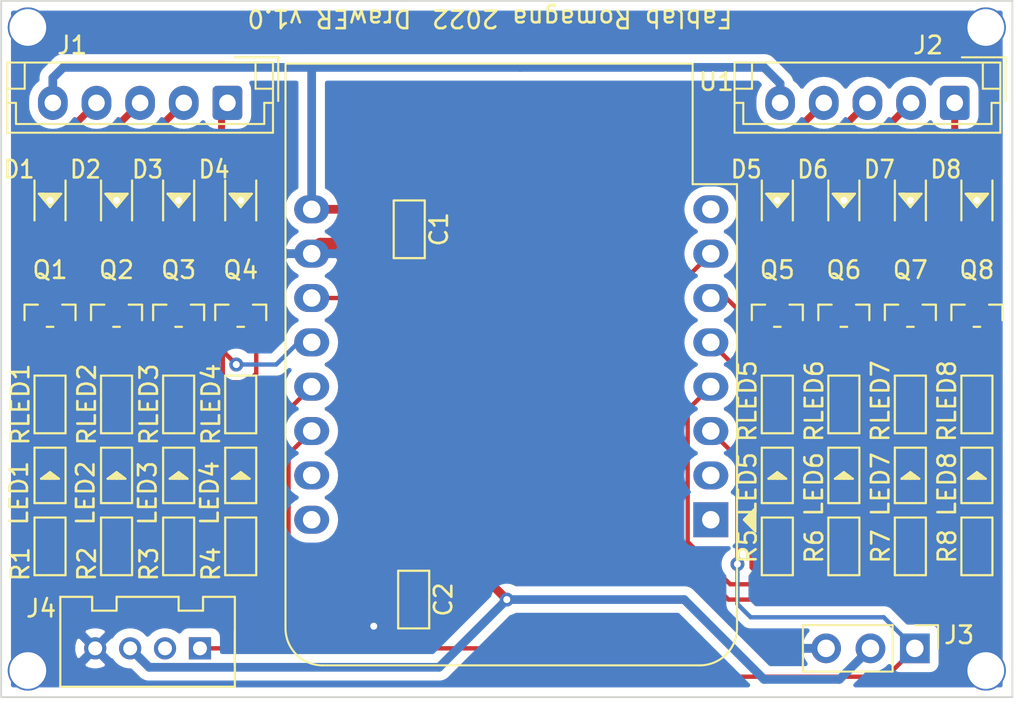
<source format=kicad_pcb>
(kicad_pcb (version 20171130) (host pcbnew "(5.1.10)-1")

  (general
    (thickness 1.6)
    (drawings 6)
    (tracks 267)
    (zones 0)
    (modules 47)
    (nets 34)
  )

  (page A4)
  (layers
    (0 F.Cu signal)
    (31 B.Cu signal)
    (32 B.Adhes user hide)
    (33 F.Adhes user hide)
    (34 B.Paste user hide)
    (35 F.Paste user hide)
    (36 B.SilkS user hide)
    (37 F.SilkS user)
    (38 B.Mask user hide)
    (39 F.Mask user hide)
    (40 Dwgs.User user hide)
    (41 Cmts.User user hide)
    (42 Eco1.User user hide)
    (43 Eco2.User user hide)
    (44 Edge.Cuts user)
    (45 Margin user hide)
    (46 B.CrtYd user hide)
    (47 F.CrtYd user hide)
    (48 B.Fab user hide)
    (49 F.Fab user hide)
  )

  (setup
    (last_trace_width 0.5)
    (user_trace_width 0.4)
    (user_trace_width 0.5)
    (user_trace_width 0.8)
    (trace_clearance 0.2)
    (zone_clearance 0.508)
    (zone_45_only no)
    (trace_min 0.2)
    (via_size 0.8)
    (via_drill 0.4)
    (via_min_size 0.4)
    (via_min_drill 0.3)
    (uvia_size 0.3)
    (uvia_drill 0.1)
    (uvias_allowed no)
    (uvia_min_size 0.2)
    (uvia_min_drill 0.1)
    (edge_width 0.05)
    (segment_width 0.2)
    (pcb_text_width 0.3)
    (pcb_text_size 1.5 1.5)
    (mod_edge_width 0.12)
    (mod_text_size 1 1)
    (mod_text_width 0.15)
    (pad_size 1.8 3.9)
    (pad_drill 0)
    (pad_to_mask_clearance 0)
    (aux_axis_origin 0 0)
    (visible_elements 7EFFBE2F)
    (pcbplotparams
      (layerselection 0x010fc_ffffffff)
      (usegerberextensions false)
      (usegerberattributes true)
      (usegerberadvancedattributes true)
      (creategerberjobfile true)
      (excludeedgelayer true)
      (linewidth 0.100000)
      (plotframeref false)
      (viasonmask false)
      (mode 1)
      (useauxorigin false)
      (hpglpennumber 1)
      (hpglpenspeed 20)
      (hpglpendiameter 15.000000)
      (psnegative false)
      (psa4output false)
      (plotreference true)
      (plotvalue true)
      (plotinvisibletext false)
      (padsonsilk false)
      (subtractmaskfromsilk false)
      (outputformat 1)
      (mirror false)
      (drillshape 0)
      (scaleselection 1)
      (outputdirectory "Gerber/"))
  )

  (net 0 "")
  (net 1 GND)
  (net 2 "Net-(D1-Pad2)")
  (net 3 "Net-(D2-Pad2)")
  (net 4 "Net-(D3-Pad2)")
  (net 5 "Net-(D4-Pad2)")
  (net 6 IN1)
  (net 7 IN2)
  (net 8 IN3)
  (net 9 IN4)
  (net 10 "Net-(LED1-Pad2)")
  (net 11 "Net-(LED2-Pad2)")
  (net 12 "Net-(LED3-Pad2)")
  (net 13 "Net-(LED4-Pad2)")
  (net 14 "Net-(U1-Pad16)")
  (net 15 "Net-(U1-Pad15)")
  (net 16 "Net-(U1-Pad8)")
  (net 17 "Net-(U1-Pad1)")
  (net 18 "Net-(D5-Pad2)")
  (net 19 "Net-(D6-Pad2)")
  (net 20 "Net-(D7-Pad2)")
  (net 21 "Net-(D8-Pad2)")
  (net 22 "Net-(J4-Pad2)")
  (net 23 "Net-(LED5-Pad2)")
  (net 24 IN5)
  (net 25 "Net-(LED6-Pad2)")
  (net 26 IN6)
  (net 27 "Net-(LED7-Pad2)")
  (net 28 IN7)
  (net 29 "Net-(LED8-Pad2)")
  (net 30 IN8)
  (net 31 V6)
  (net 32 SERVO)
  (net 33 "Net-(U1-Pad2)")

  (net_class Default "Questo è il gruppo di collegamenti predefinito"
    (clearance 0.2)
    (trace_width 0.25)
    (via_dia 0.8)
    (via_drill 0.4)
    (uvia_dia 0.3)
    (uvia_drill 0.1)
    (add_net GND)
    (add_net IN1)
    (add_net IN2)
    (add_net IN3)
    (add_net IN4)
    (add_net IN5)
    (add_net IN6)
    (add_net IN7)
    (add_net IN8)
    (add_net "Net-(D1-Pad2)")
    (add_net "Net-(D2-Pad2)")
    (add_net "Net-(D3-Pad2)")
    (add_net "Net-(D4-Pad2)")
    (add_net "Net-(D5-Pad2)")
    (add_net "Net-(D6-Pad2)")
    (add_net "Net-(D7-Pad2)")
    (add_net "Net-(D8-Pad2)")
    (add_net "Net-(J4-Pad2)")
    (add_net "Net-(LED1-Pad2)")
    (add_net "Net-(LED2-Pad2)")
    (add_net "Net-(LED3-Pad2)")
    (add_net "Net-(LED4-Pad2)")
    (add_net "Net-(LED5-Pad2)")
    (add_net "Net-(LED6-Pad2)")
    (add_net "Net-(LED7-Pad2)")
    (add_net "Net-(LED8-Pad2)")
    (add_net "Net-(U1-Pad1)")
    (add_net "Net-(U1-Pad15)")
    (add_net "Net-(U1-Pad16)")
    (add_net "Net-(U1-Pad2)")
    (add_net "Net-(U1-Pad8)")
    (add_net SERVO)
    (add_net V6)
  )

  (module Module:WEMOS_D1_mini_light (layer F.Cu) (tedit 5BBFB1CE) (tstamp 625AD7E7)
    (at 58.42 101.6 180)
    (descr "16-pin module, column spacing 22.86 mm (900 mils), https://wiki.wemos.cc/products:d1:d1_mini, https://c1.staticflickr.com/1/734/31400410271_f278b087db_z.jpg")
    (tags "ESP8266 WiFi microcontroller")
    (path /6260CD23)
    (fp_text reference U1 (at -0.3175 25.0825) (layer F.SilkS)
      (effects (font (size 1 1) (thickness 0.15)))
    )
    (fp_text value WeMos_D1_mini (at 11.7 0) (layer F.Fab)
      (effects (font (size 1 1) (thickness 0.15)))
    )
    (fp_line (start 1.04 19.22) (end 1.04 26.12) (layer F.SilkS) (width 0.12))
    (fp_line (start -1.5 19.22) (end 1.04 19.22) (layer F.SilkS) (width 0.12))
    (fp_line (start -0.37 0) (end -1.37 -1) (layer F.Fab) (width 0.1))
    (fp_line (start -1.37 1) (end -0.37 0) (layer F.Fab) (width 0.1))
    (fp_line (start -1.37 -6.21) (end -1.37 -1) (layer F.Fab) (width 0.1))
    (fp_line (start 1.17 19.09) (end 1.17 25.99) (layer F.Fab) (width 0.1))
    (fp_line (start -1.37 19.09) (end 1.17 19.09) (layer F.Fab) (width 0.1))
    (fp_line (start -1.35 -7.4) (end -0.55 -8.2) (layer Dwgs.User) (width 0.1))
    (fp_line (start -1.3 -5.45) (end 1.45 -8.2) (layer Dwgs.User) (width 0.1))
    (fp_line (start -1.35 -3.4) (end 3.45 -8.2) (layer Dwgs.User) (width 0.1))
    (fp_line (start 22.65 -1.4) (end 24.25 -3) (layer Dwgs.User) (width 0.1))
    (fp_line (start 20.65 -1.4) (end 24.25 -5) (layer Dwgs.User) (width 0.1))
    (fp_line (start 18.65 -1.4) (end 24.25 -7) (layer Dwgs.User) (width 0.1))
    (fp_line (start 16.65 -1.4) (end 23.45 -8.2) (layer Dwgs.User) (width 0.1))
    (fp_line (start 14.65 -1.4) (end 21.45 -8.2) (layer Dwgs.User) (width 0.1))
    (fp_line (start 12.65 -1.4) (end 19.45 -8.2) (layer Dwgs.User) (width 0.1))
    (fp_line (start 10.65 -1.4) (end 17.45 -8.2) (layer Dwgs.User) (width 0.1))
    (fp_line (start 8.65 -1.4) (end 15.45 -8.2) (layer Dwgs.User) (width 0.1))
    (fp_line (start 6.65 -1.4) (end 13.45 -8.2) (layer Dwgs.User) (width 0.1))
    (fp_line (start 4.65 -1.4) (end 11.45 -8.2) (layer Dwgs.User) (width 0.1))
    (fp_line (start 2.65 -1.4) (end 9.45 -8.2) (layer Dwgs.User) (width 0.1))
    (fp_line (start 0.65 -1.4) (end 7.45 -8.2) (layer Dwgs.User) (width 0.1))
    (fp_line (start -1.35 -1.4) (end 5.45 -8.2) (layer Dwgs.User) (width 0.1))
    (fp_line (start -1.35 -8.2) (end -1.35 -1.4) (layer Dwgs.User) (width 0.1))
    (fp_line (start 24.25 -8.2) (end -1.35 -8.2) (layer Dwgs.User) (width 0.1))
    (fp_line (start 24.25 -1.4) (end 24.25 -8.2) (layer Dwgs.User) (width 0.1))
    (fp_line (start -1.35 -1.4) (end 24.25 -1.4) (layer Dwgs.User) (width 0.1))
    (fp_poly (pts (xy -2.54 -0.635) (xy -2.54 0.635) (xy -1.905 0)) (layer F.SilkS) (width 0.15))
    (fp_line (start -1.62 26.24) (end -1.62 -8.46) (layer F.CrtYd) (width 0.05))
    (fp_line (start 24.48 26.24) (end -1.62 26.24) (layer F.CrtYd) (width 0.05))
    (fp_line (start 24.48 -8.41) (end 24.48 26.24) (layer F.CrtYd) (width 0.05))
    (fp_line (start -1.62 -8.46) (end 24.48 -8.46) (layer F.CrtYd) (width 0.05))
    (fp_line (start -1.37 1) (end -1.37 19.09) (layer F.Fab) (width 0.1))
    (fp_line (start 22.23 -8.21) (end 0.63 -8.21) (layer F.Fab) (width 0.1))
    (fp_line (start 24.23 25.99) (end 24.23 -6.21) (layer F.Fab) (width 0.1))
    (fp_line (start 1.17 25.99) (end 24.23 25.99) (layer F.Fab) (width 0.1))
    (fp_line (start 22.24 -8.34) (end 0.63 -8.34) (layer F.SilkS) (width 0.12))
    (fp_line (start 24.36 26.12) (end 24.36 -6.21) (layer F.SilkS) (width 0.12))
    (fp_line (start -1.5 19.22) (end -1.5 -6.21) (layer F.SilkS) (width 0.12))
    (fp_line (start 1.04 26.12) (end 24.36 26.12) (layer F.SilkS) (width 0.12))
    (fp_text user "No copper" (at 11.43 -3.81) (layer Cmts.User)
      (effects (font (size 1 1) (thickness 0.15)))
    )
    (fp_text user "KEEP OUT" (at 11.43 -6.35) (layer Cmts.User)
      (effects (font (size 1 1) (thickness 0.15)))
    )
    (fp_arc (start 22.23 -6.21) (end 24.36 -6.21) (angle -90) (layer F.SilkS) (width 0.12))
    (fp_arc (start 0.63 -6.21) (end 0.63 -8.34) (angle -90) (layer F.SilkS) (width 0.12))
    (fp_arc (start 22.23 -6.21) (end 24.23 -6.19) (angle -90) (layer F.Fab) (width 0.1))
    (fp_arc (start 0.63 -6.21) (end 0.63 -8.21) (angle -90) (layer F.Fab) (width 0.1))
    (fp_text user %R (at 11.43 10) (layer F.Fab)
      (effects (font (size 1 1) (thickness 0.15)))
    )
    (pad 16 thru_hole oval (at 22.86 0 180) (size 2 1.6) (drill 1) (layers *.Cu *.Mask)
      (net 14 "Net-(U1-Pad16)"))
    (pad 15 thru_hole oval (at 22.86 2.54 180) (size 2 1.6) (drill 1) (layers *.Cu *.Mask)
      (net 15 "Net-(U1-Pad15)"))
    (pad 14 thru_hole oval (at 22.86 5.08 180) (size 2 1.6) (drill 1) (layers *.Cu *.Mask)
      (net 7 IN2))
    (pad 13 thru_hole oval (at 22.86 7.62 180) (size 2 1.6) (drill 1) (layers *.Cu *.Mask)
      (net 8 IN3))
    (pad 12 thru_hole oval (at 22.86 10.16 180) (size 2 1.6) (drill 1) (layers *.Cu *.Mask)
      (net 9 IN4))
    (pad 11 thru_hole oval (at 22.86 12.7 180) (size 2 1.6) (drill 1) (layers *.Cu *.Mask)
      (net 6 IN1))
    (pad 10 thru_hole oval (at 22.86 15.24 180) (size 2 1.6) (drill 1) (layers *.Cu *.Mask)
      (net 1 GND))
    (pad 9 thru_hole oval (at 22.86 17.78 180) (size 2 1.6) (drill 1) (layers *.Cu *.Mask)
      (net 31 V6))
    (pad 8 thru_hole oval (at 0 17.78 180) (size 2 1.6) (drill 1) (layers *.Cu *.Mask)
      (net 16 "Net-(U1-Pad8)"))
    (pad 7 thru_hole oval (at 0 15.24 180) (size 2 1.6) (drill 1) (layers *.Cu *.Mask)
      (net 30 IN8))
    (pad 6 thru_hole oval (at 0 12.7 180) (size 2 1.6) (drill 1) (layers *.Cu *.Mask)
      (net 24 IN5))
    (pad 5 thru_hole oval (at 0 10.16 180) (size 2 1.6) (drill 1) (layers *.Cu *.Mask)
      (net 26 IN6))
    (pad 4 thru_hole oval (at 0 7.62 180) (size 2 1.6) (drill 1) (layers *.Cu *.Mask)
      (net 28 IN7))
    (pad 3 thru_hole oval (at 0 5.08 180) (size 2 1.6) (drill 1) (layers *.Cu *.Mask)
      (net 32 SERVO))
    (pad 1 thru_hole rect (at 0 0 180) (size 2 2) (drill 1) (layers *.Cu *.Mask)
      (net 17 "Net-(U1-Pad1)"))
    (pad 2 thru_hole oval (at 0 2.54 180) (size 2 1.6) (drill 1) (layers *.Cu *.Mask)
      (net 33 "Net-(U1-Pad2)"))
    (model ${KISYS3DMOD}/Module.3dshapes/WEMOS_D1_mini_light.wrl
      (at (xyz 0 0 0))
      (scale (xyz 1 1 1))
      (rotate (xyz 0 0 0))
    )
    (model ${KISYS3DMOD}/Connector_PinHeader_2.54mm.3dshapes/PinHeader_1x08_P2.54mm_Vertical.wrl
      (offset (xyz 0 0 9.5))
      (scale (xyz 1 1 1))
      (rotate (xyz 0 -180 0))
    )
    (model ${KISYS3DMOD}/Connector_PinHeader_2.54mm.3dshapes/PinHeader_1x08_P2.54mm_Vertical.wrl
      (offset (xyz 22.86 0 9.5))
      (scale (xyz 1 1 1))
      (rotate (xyz 0 -180 0))
    )
    (model ${KISYS3DMOD}/Connector_PinSocket_2.54mm.3dshapes/PinSocket_1x08_P2.54mm_Vertical.wrl
      (at (xyz 0 0 0))
      (scale (xyz 1 1 1))
      (rotate (xyz 0 0 0))
    )
    (model ${KISYS3DMOD}/Connector_PinSocket_2.54mm.3dshapes/PinSocket_1x08_P2.54mm_Vertical.wrl
      (offset (xyz 22.86 0 0))
      (scale (xyz 1 1 1))
      (rotate (xyz 0 0 0))
    )
  )

  (module OPL_Connector:HW4-2.0 (layer F.Cu) (tedit 5BD4A519) (tstamp 625B9A60)
    (at 26.162 108.966 180)
    (path /62612884)
    (attr virtual)
    (fp_text reference J4 (at 6.096 2.286) (layer F.SilkS)
      (effects (font (size 1 1) (thickness 0.15)))
    )
    (fp_text value GROVE-CONNECTOR-DIP_4P-2.0_ (at -0.025 5.3) (layer F.Fab)
      (effects (font (size 1 1) (thickness 0.15)))
    )
    (fp_text user %R (at -0.025 -3.375) (layer F.Fab)
      (effects (font (size 1 1) (thickness 0.15)))
    )
    (fp_line (start -4.99872 -0.99822) (end -4.99872 0.99822) (layer F.SilkS) (width 0.127))
    (fp_line (start -4.99872 -2.19964) (end -4.99872 2.95) (layer F.SilkS) (width 0.127))
    (fp_line (start 5 2.95) (end 5 -2.19964) (layer F.SilkS) (width 0.127))
    (fp_line (start -4.99872 -2.19964) (end 4.99872 -2.19964) (layer F.SilkS) (width 0.127))
    (fp_line (start -4.99872 2.95) (end -3.19786 2.95) (layer F.Fab) (width 0.1))
    (fp_line (start -5 -2.15) (end 5 -2.15) (layer F.Fab) (width 0.1))
    (fp_line (start 5 2.95) (end 5 -2.15) (layer F.Fab) (width 0.1))
    (fp_line (start -5 2.95) (end -5 -2.15) (layer F.Fab) (width 0.1))
    (fp_line (start -3.175 2.95) (end -3.175 2.159) (layer F.Fab) (width 0.1))
    (fp_line (start -3.175 2.159) (end -1.778 2.159) (layer F.Fab) (width 0.1))
    (fp_line (start -1.778 2.159) (end -1.778 2.95) (layer F.Fab) (width 0.1))
    (fp_line (start -1.778 2.95) (end 1.778 2.95) (layer F.Fab) (width 0.1))
    (fp_line (start 1.778 2.95) (end 1.778 2.159) (layer F.Fab) (width 0.1))
    (fp_line (start 1.778 2.159) (end 3.175 2.159) (layer F.Fab) (width 0.1))
    (fp_line (start 3.175 2.159) (end 3.175 2.95) (layer F.Fab) (width 0.1))
    (fp_line (start 3.175 2.95) (end 5 2.95) (layer F.Fab) (width 0.1))
    (fp_line (start 3.175 2.95) (end 5 2.95) (layer F.SilkS) (width 0.127))
    (fp_line (start 3.175 2.159) (end 3.175 2.95) (layer F.SilkS) (width 0.127))
    (fp_line (start 1.778 2.159) (end 3.175 2.159) (layer F.SilkS) (width 0.127))
    (fp_line (start 1.775 2.95) (end 1.775 2.159) (layer F.SilkS) (width 0.127))
    (fp_line (start -1.781 2.95) (end 1.775 2.95) (layer F.SilkS) (width 0.127))
    (fp_line (start -1.778 2.159) (end -1.778 2.95) (layer F.SilkS) (width 0.127))
    (fp_line (start -3.175 2.159) (end -1.778 2.159) (layer F.SilkS) (width 0.127))
    (fp_line (start -3.175 2.95) (end -3.175 2.159) (layer F.SilkS) (width 0.127))
    (fp_line (start -5.00086 2.95) (end -3.2 2.95) (layer F.SilkS) (width 0.127))
    (fp_line (start 5.25 -2.4) (end 5.25 3.2) (layer F.CrtYd) (width 0.05))
    (fp_line (start 5.25 3.2) (end -5.25 3.2) (layer F.CrtYd) (width 0.05))
    (fp_line (start -5.25 3.2) (end -5.25 -2.4) (layer F.CrtYd) (width 0.05))
    (fp_line (start -5.25 -2.4) (end 5.25 -2.4) (layer F.CrtYd) (width 0.05))
    (pad 4 thru_hole circle (at 2.99974 0 180) (size 1.27 1.27) (drill 0.79756) (layers *.Cu *.Mask)
      (net 1 GND))
    (pad 3 thru_hole circle (at 0.99822 0 180) (size 1.27 1.27) (drill 0.79756) (layers *.Cu *.Mask)
      (net 31 V6))
    (pad 2 thru_hole circle (at -0.99822 0 180) (size 1.27 1.27) (drill 0.79756) (layers *.Cu *.Mask)
      (net 22 "Net-(J4-Pad2)"))
    (pad 1 thru_hole rect (at -2.99974 0 180) (size 1.27 1.27) (drill 0.79756) (layers *.Cu *.Mask)
      (net 32 SERVO))
  )

  (module Connector_PinHeader_2.54mm:PinHeader_1x03_P2.54mm_Vertical (layer F.Cu) (tedit 59FED5CC) (tstamp 625B9A41)
    (at 70.104 108.966 270)
    (descr "Through hole straight pin header, 1x03, 2.54mm pitch, single row")
    (tags "Through hole pin header THT 1x03 2.54mm single row")
    (path /62614F83)
    (fp_text reference J3 (at -0.762 -2.54) (layer F.SilkS)
      (effects (font (size 1 1) (thickness 0.15)))
    )
    (fp_text value Conn_01x03_Male (at 0 7.41 90) (layer F.Fab)
      (effects (font (size 1 1) (thickness 0.15)))
    )
    (fp_text user %R (at 0 2.54) (layer F.Fab)
      (effects (font (size 1 1) (thickness 0.15)))
    )
    (fp_line (start -0.635 -1.27) (end 1.27 -1.27) (layer F.Fab) (width 0.1))
    (fp_line (start 1.27 -1.27) (end 1.27 6.35) (layer F.Fab) (width 0.1))
    (fp_line (start 1.27 6.35) (end -1.27 6.35) (layer F.Fab) (width 0.1))
    (fp_line (start -1.27 6.35) (end -1.27 -0.635) (layer F.Fab) (width 0.1))
    (fp_line (start -1.27 -0.635) (end -0.635 -1.27) (layer F.Fab) (width 0.1))
    (fp_line (start -1.33 6.41) (end 1.33 6.41) (layer F.SilkS) (width 0.12))
    (fp_line (start -1.33 1.27) (end -1.33 6.41) (layer F.SilkS) (width 0.12))
    (fp_line (start 1.33 1.27) (end 1.33 6.41) (layer F.SilkS) (width 0.12))
    (fp_line (start -1.33 1.27) (end 1.33 1.27) (layer F.SilkS) (width 0.12))
    (fp_line (start -1.33 0) (end -1.33 -1.33) (layer F.SilkS) (width 0.12))
    (fp_line (start -1.33 -1.33) (end 0 -1.33) (layer F.SilkS) (width 0.12))
    (fp_line (start -1.8 -1.8) (end -1.8 6.85) (layer F.CrtYd) (width 0.05))
    (fp_line (start -1.8 6.85) (end 1.8 6.85) (layer F.CrtYd) (width 0.05))
    (fp_line (start 1.8 6.85) (end 1.8 -1.8) (layer F.CrtYd) (width 0.05))
    (fp_line (start 1.8 -1.8) (end -1.8 -1.8) (layer F.CrtYd) (width 0.05))
    (pad 3 thru_hole oval (at 0 5.08 270) (size 1.7 1.7) (drill 1) (layers *.Cu *.Mask)
      (net 1 GND))
    (pad 2 thru_hole oval (at 0 2.54 270) (size 1.7 1.7) (drill 1) (layers *.Cu *.Mask)
      (net 31 V6))
    (pad 1 thru_hole rect (at 0 0 270) (size 1.7 1.7) (drill 1) (layers *.Cu *.Mask)
      (net 32 SERVO))
    (model ${KISYS3DMOD}/Connector_PinHeader_2.54mm.3dshapes/PinHeader_1x03_P2.54mm_Vertical.wrl
      (at (xyz 0 0 0))
      (scale (xyz 1 1 1))
      (rotate (xyz 0 0 0))
    )
  )

  (module OPL_Capacitor:C0805 (layer F.Cu) (tedit 5BCB244D) (tstamp 625D4244)
    (at 41.148 84.964 270)
    (descr 0805)
    (tags "Capacitor 0805")
    (path /6209A9CB)
    (attr smd)
    (fp_text reference C1 (at 0 -1.7 90) (layer F.SilkS)
      (effects (font (size 1 1) (thickness 0.15)))
    )
    (fp_text value CERAMIC-10UF-10V-10%-X7R_0805_ (at 0 1.778 90) (layer F.Fab)
      (effects (font (size 1 1) (thickness 0.15)))
    )
    (fp_line (start 1.651 -0.889) (end 1.651 0.889) (layer F.SilkS) (width 0.127))
    (fp_line (start 1.651 0.889) (end -1.651 0.889) (layer F.SilkS) (width 0.127))
    (fp_line (start -1.651 0.889) (end -1.651 -0.889) (layer F.SilkS) (width 0.127))
    (fp_line (start -1.651 -0.889) (end 1.651 -0.889) (layer F.SilkS) (width 0.127))
    (fp_line (start -1.648 -0.95) (end 1.648 -0.95) (layer F.CrtYd) (width 0.05))
    (fp_line (start 1.648 -0.95) (end 1.648 0.95) (layer F.CrtYd) (width 0.05))
    (fp_line (start 1.648 0.95) (end -1.648 0.95) (layer F.CrtYd) (width 0.05))
    (fp_line (start -1.648 0.95) (end -1.648 -0.95) (layer F.CrtYd) (width 0.05))
    (fp_line (start 1 -0.62) (end -1 -0.62) (layer F.Fab) (width 0.1))
    (fp_line (start 1 -0.62) (end 1 0.62) (layer F.Fab) (width 0.1))
    (fp_line (start 1 0.62) (end -1 0.62) (layer F.Fab) (width 0.1))
    (fp_line (start -1 0.62) (end -1 -0.62) (layer F.Fab) (width 0.1))
    (pad 2 smd rect (at 0.89 0 270) (size 1.016 1.4) (layers F.Cu F.Paste F.Mask)
      (net 1 GND))
    (pad 1 smd rect (at -0.889 0 270) (size 1.016 1.4) (layers F.Cu F.Paste F.Mask)
      (net 31 V6))
  )

  (module Connector_JST:JST_EH_B5B-EH-A_1x05_P2.50mm_Vertical (layer F.Cu) (tedit 5C28142C) (tstamp 6252DDC7)
    (at 30.734 77.724 180)
    (descr "JST EH series connector, B5B-EH-A (http://www.jst-mfg.com/product/pdf/eng/eEH.pdf), generated with kicad-footprint-generator")
    (tags "connector JST EH vertical")
    (path /62090D06)
    (fp_text reference J1 (at 8.89 3.302) (layer F.SilkS)
      (effects (font (size 1 1) (thickness 0.15)))
    )
    (fp_text value "Step Motor" (at 5 3.4) (layer F.Fab)
      (effects (font (size 1 1) (thickness 0.15)))
    )
    (fp_text user %R (at 5 1.5) (layer F.Fab)
      (effects (font (size 1 1) (thickness 0.15)))
    )
    (fp_line (start -2.91 2.61) (end -0.41 2.61) (layer F.Fab) (width 0.1))
    (fp_line (start -2.91 0.11) (end -2.91 2.61) (layer F.Fab) (width 0.1))
    (fp_line (start -2.91 2.61) (end -0.41 2.61) (layer F.SilkS) (width 0.12))
    (fp_line (start -2.91 0.11) (end -2.91 2.61) (layer F.SilkS) (width 0.12))
    (fp_line (start 11.61 0.81) (end 11.61 2.31) (layer F.SilkS) (width 0.12))
    (fp_line (start 12.61 0.81) (end 11.61 0.81) (layer F.SilkS) (width 0.12))
    (fp_line (start -1.61 0.81) (end -1.61 2.31) (layer F.SilkS) (width 0.12))
    (fp_line (start -2.61 0.81) (end -1.61 0.81) (layer F.SilkS) (width 0.12))
    (fp_line (start 12.11 0) (end 12.61 0) (layer F.SilkS) (width 0.12))
    (fp_line (start 12.11 -1.21) (end 12.11 0) (layer F.SilkS) (width 0.12))
    (fp_line (start -2.11 -1.21) (end 12.11 -1.21) (layer F.SilkS) (width 0.12))
    (fp_line (start -2.11 0) (end -2.11 -1.21) (layer F.SilkS) (width 0.12))
    (fp_line (start -2.61 0) (end -2.11 0) (layer F.SilkS) (width 0.12))
    (fp_line (start 12.61 -1.71) (end -2.61 -1.71) (layer F.SilkS) (width 0.12))
    (fp_line (start 12.61 2.31) (end 12.61 -1.71) (layer F.SilkS) (width 0.12))
    (fp_line (start -2.61 2.31) (end 12.61 2.31) (layer F.SilkS) (width 0.12))
    (fp_line (start -2.61 -1.71) (end -2.61 2.31) (layer F.SilkS) (width 0.12))
    (fp_line (start 13 -2.1) (end -3 -2.1) (layer F.CrtYd) (width 0.05))
    (fp_line (start 13 2.7) (end 13 -2.1) (layer F.CrtYd) (width 0.05))
    (fp_line (start -3 2.7) (end 13 2.7) (layer F.CrtYd) (width 0.05))
    (fp_line (start -3 -2.1) (end -3 2.7) (layer F.CrtYd) (width 0.05))
    (fp_line (start 12.5 -1.6) (end -2.5 -1.6) (layer F.Fab) (width 0.1))
    (fp_line (start 12.5 2.2) (end 12.5 -1.6) (layer F.Fab) (width 0.1))
    (fp_line (start -2.5 2.2) (end 12.5 2.2) (layer F.Fab) (width 0.1))
    (fp_line (start -2.5 -1.6) (end -2.5 2.2) (layer F.Fab) (width 0.1))
    (pad 1 thru_hole roundrect (at 0 0 180) (size 1.7 1.95) (drill 0.95) (layers *.Cu *.Mask) (roundrect_rratio 0.1470588235294118)
      (net 5 "Net-(D4-Pad2)"))
    (pad 2 thru_hole oval (at 2.5 0 180) (size 1.7 1.95) (drill 0.95) (layers *.Cu *.Mask)
      (net 4 "Net-(D3-Pad2)"))
    (pad 3 thru_hole oval (at 5 0 180) (size 1.7 1.95) (drill 0.95) (layers *.Cu *.Mask)
      (net 3 "Net-(D2-Pad2)"))
    (pad 4 thru_hole oval (at 7.5 0 180) (size 1.7 1.95) (drill 0.95) (layers *.Cu *.Mask)
      (net 2 "Net-(D1-Pad2)"))
    (pad 5 thru_hole oval (at 10 0 180) (size 1.7 1.95) (drill 0.95) (layers *.Cu *.Mask)
      (net 31 V6))
    (model ${KISYS3DMOD}/Connector_JST.3dshapes/JST_EH_B5B-EH-A_1x05_P2.50mm_Vertical.wrl
      (at (xyz 0 0 0))
      (scale (xyz 1 1 1))
      (rotate (xyz 0 0 0))
    )
  )

  (module OPL_Resistor:R0805 (layer F.Cu) (tedit 5BCC80E8) (tstamp 625C4A9C)
    (at 31.496 94.996 90)
    (path /626078DB)
    (attr smd)
    (fp_text reference RLED4 (at 0 -1.7 90) (layer F.SilkS)
      (effects (font (size 1 1) (thickness 0.15)))
    )
    (fp_text value SMD-RES-220R-5%-1_8W_0805_ (at 0 1.8 90) (layer F.Fab)
      (effects (font (size 1 1) (thickness 0.15)))
    )
    (fp_line (start 1.651 -0.889) (end 1.651 0.889) (layer F.SilkS) (width 0.127))
    (fp_line (start 1.651 0.889) (end -1.651 0.889) (layer F.SilkS) (width 0.127))
    (fp_line (start -1.651 0.889) (end -1.651 -0.889) (layer F.SilkS) (width 0.127))
    (fp_line (start -1.651 -0.889) (end 1.651 -0.889) (layer F.SilkS) (width 0.127))
    (fp_line (start -1.65 0.95) (end -1.65 -0.95) (layer F.CrtYd) (width 0.05))
    (fp_line (start -1.65 0.95) (end 1.65 0.95) (layer F.CrtYd) (width 0.05))
    (fp_line (start 1.65 0.95) (end 1.65 -0.95) (layer F.CrtYd) (width 0.05))
    (fp_line (start 1.65 -0.95) (end -1.65 -0.95) (layer F.CrtYd) (width 0.05))
    (fp_line (start -1 -0.62) (end 1 -0.62) (layer F.Fab) (width 0.1))
    (fp_line (start 1 -0.62) (end 1 0.62) (layer F.Fab) (width 0.1))
    (fp_line (start 1 0.62) (end -1 0.62) (layer F.Fab) (width 0.1))
    (fp_line (start -1 0.62) (end -1 -0.62) (layer F.Fab) (width 0.1))
    (fp_text user %R (at 0 -1.7 90) (layer F.Fab)
      (effects (font (size 1 1) (thickness 0.15)))
    )
    (pad 2 smd rect (at 0.889 0 90) (size 1.016 1.397) (layers F.Cu F.Paste F.Mask)
      (net 1 GND))
    (pad 1 smd rect (at -0.889 0 90) (size 1.016 1.397) (layers F.Cu F.Paste F.Mask)
      (net 13 "Net-(LED4-Pad2)"))
  )

  (module OPL_Resistor:R0805 (layer F.Cu) (tedit 5BCC80E8) (tstamp 625C4A8A)
    (at 24.384 94.996 90)
    (path /626027BD)
    (attr smd)
    (fp_text reference RLED2 (at 0 -1.7 90) (layer F.SilkS)
      (effects (font (size 1 1) (thickness 0.15)))
    )
    (fp_text value SMD-RES-220R-5%-1_8W_0805_ (at 0 1.8 90) (layer F.Fab)
      (effects (font (size 1 1) (thickness 0.15)))
    )
    (fp_line (start 1.651 -0.889) (end 1.651 0.889) (layer F.SilkS) (width 0.127))
    (fp_line (start 1.651 0.889) (end -1.651 0.889) (layer F.SilkS) (width 0.127))
    (fp_line (start -1.651 0.889) (end -1.651 -0.889) (layer F.SilkS) (width 0.127))
    (fp_line (start -1.651 -0.889) (end 1.651 -0.889) (layer F.SilkS) (width 0.127))
    (fp_line (start -1.65 0.95) (end -1.65 -0.95) (layer F.CrtYd) (width 0.05))
    (fp_line (start -1.65 0.95) (end 1.65 0.95) (layer F.CrtYd) (width 0.05))
    (fp_line (start 1.65 0.95) (end 1.65 -0.95) (layer F.CrtYd) (width 0.05))
    (fp_line (start 1.65 -0.95) (end -1.65 -0.95) (layer F.CrtYd) (width 0.05))
    (fp_line (start -1 -0.62) (end 1 -0.62) (layer F.Fab) (width 0.1))
    (fp_line (start 1 -0.62) (end 1 0.62) (layer F.Fab) (width 0.1))
    (fp_line (start 1 0.62) (end -1 0.62) (layer F.Fab) (width 0.1))
    (fp_line (start -1 0.62) (end -1 -0.62) (layer F.Fab) (width 0.1))
    (fp_text user %R (at 0 -1.7 90) (layer F.Fab)
      (effects (font (size 1 1) (thickness 0.15)))
    )
    (pad 2 smd rect (at 0.889 0 90) (size 1.016 1.397) (layers F.Cu F.Paste F.Mask)
      (net 1 GND))
    (pad 1 smd rect (at -0.889 0 90) (size 1.016 1.397) (layers F.Cu F.Paste F.Mask)
      (net 11 "Net-(LED2-Pad2)"))
  )

  (module OPL_Resistor:R0805 (layer F.Cu) (tedit 5BCC80E8) (tstamp 625C4A78)
    (at 27.94 94.996 90)
    (path /6260788B)
    (attr smd)
    (fp_text reference RLED3 (at 0 -1.7 90) (layer F.SilkS)
      (effects (font (size 1 1) (thickness 0.15)))
    )
    (fp_text value SMD-RES-220R-5%-1_8W_0805_ (at 0 1.8 90) (layer F.Fab)
      (effects (font (size 1 1) (thickness 0.15)))
    )
    (fp_line (start 1.651 -0.889) (end 1.651 0.889) (layer F.SilkS) (width 0.127))
    (fp_line (start 1.651 0.889) (end -1.651 0.889) (layer F.SilkS) (width 0.127))
    (fp_line (start -1.651 0.889) (end -1.651 -0.889) (layer F.SilkS) (width 0.127))
    (fp_line (start -1.651 -0.889) (end 1.651 -0.889) (layer F.SilkS) (width 0.127))
    (fp_line (start -1.65 0.95) (end -1.65 -0.95) (layer F.CrtYd) (width 0.05))
    (fp_line (start -1.65 0.95) (end 1.65 0.95) (layer F.CrtYd) (width 0.05))
    (fp_line (start 1.65 0.95) (end 1.65 -0.95) (layer F.CrtYd) (width 0.05))
    (fp_line (start 1.65 -0.95) (end -1.65 -0.95) (layer F.CrtYd) (width 0.05))
    (fp_line (start -1 -0.62) (end 1 -0.62) (layer F.Fab) (width 0.1))
    (fp_line (start 1 -0.62) (end 1 0.62) (layer F.Fab) (width 0.1))
    (fp_line (start 1 0.62) (end -1 0.62) (layer F.Fab) (width 0.1))
    (fp_line (start -1 0.62) (end -1 -0.62) (layer F.Fab) (width 0.1))
    (fp_text user %R (at 0 -1.7 90) (layer F.Fab)
      (effects (font (size 1 1) (thickness 0.15)))
    )
    (pad 2 smd rect (at 0.889 0 90) (size 1.016 1.397) (layers F.Cu F.Paste F.Mask)
      (net 1 GND))
    (pad 1 smd rect (at -0.889 0 90) (size 1.016 1.397) (layers F.Cu F.Paste F.Mask)
      (net 12 "Net-(LED3-Pad2)"))
  )

  (module OPL_Resistor:R0805 (layer F.Cu) (tedit 5BCC80E8) (tstamp 625C4A66)
    (at 27.94 103.124 90)
    (path /626078B0)
    (attr smd)
    (fp_text reference R3 (at -1.016 -1.7 90) (layer F.SilkS)
      (effects (font (size 1 1) (thickness 0.15)))
    )
    (fp_text value SMD-RES-4.7K-5%-1_8W_0805_ (at 0 1.8 90) (layer F.Fab)
      (effects (font (size 1 1) (thickness 0.15)))
    )
    (fp_line (start 1.651 -0.889) (end 1.651 0.889) (layer F.SilkS) (width 0.127))
    (fp_line (start 1.651 0.889) (end -1.651 0.889) (layer F.SilkS) (width 0.127))
    (fp_line (start -1.651 0.889) (end -1.651 -0.889) (layer F.SilkS) (width 0.127))
    (fp_line (start -1.651 -0.889) (end 1.651 -0.889) (layer F.SilkS) (width 0.127))
    (fp_line (start -1.65 0.95) (end -1.65 -0.95) (layer F.CrtYd) (width 0.05))
    (fp_line (start -1.65 0.95) (end 1.65 0.95) (layer F.CrtYd) (width 0.05))
    (fp_line (start 1.65 0.95) (end 1.65 -0.95) (layer F.CrtYd) (width 0.05))
    (fp_line (start 1.65 -0.95) (end -1.65 -0.95) (layer F.CrtYd) (width 0.05))
    (fp_line (start -1 -0.62) (end 1 -0.62) (layer F.Fab) (width 0.1))
    (fp_line (start 1 -0.62) (end 1 0.62) (layer F.Fab) (width 0.1))
    (fp_line (start 1 0.62) (end -1 0.62) (layer F.Fab) (width 0.1))
    (fp_line (start -1 0.62) (end -1 -0.62) (layer F.Fab) (width 0.1))
    (fp_text user %R (at 0 -1.7 90) (layer F.Fab)
      (effects (font (size 1 1) (thickness 0.15)))
    )
    (pad 2 smd rect (at 0.889 0 90) (size 1.016 1.397) (layers F.Cu F.Paste F.Mask)
      (net 1 GND))
    (pad 1 smd rect (at -0.889 0 90) (size 1.016 1.397) (layers F.Cu F.Paste F.Mask)
      (net 8 IN3))
  )

  (module OPL_Resistor:R0805 (layer F.Cu) (tedit 5BCC80E8) (tstamp 625C4A54)
    (at 20.574 94.996 90)
    (path /620D49A8)
    (attr smd)
    (fp_text reference RLED1 (at 0 -1.7 90) (layer F.SilkS)
      (effects (font (size 1 1) (thickness 0.15)))
    )
    (fp_text value SMD-RES-220R-5%-1_8W_0805_ (at 0 1.8 90) (layer F.Fab)
      (effects (font (size 1 1) (thickness 0.15)))
    )
    (fp_line (start 1.651 -0.889) (end 1.651 0.889) (layer F.SilkS) (width 0.127))
    (fp_line (start 1.651 0.889) (end -1.651 0.889) (layer F.SilkS) (width 0.127))
    (fp_line (start -1.651 0.889) (end -1.651 -0.889) (layer F.SilkS) (width 0.127))
    (fp_line (start -1.651 -0.889) (end 1.651 -0.889) (layer F.SilkS) (width 0.127))
    (fp_line (start -1.65 0.95) (end -1.65 -0.95) (layer F.CrtYd) (width 0.05))
    (fp_line (start -1.65 0.95) (end 1.65 0.95) (layer F.CrtYd) (width 0.05))
    (fp_line (start 1.65 0.95) (end 1.65 -0.95) (layer F.CrtYd) (width 0.05))
    (fp_line (start 1.65 -0.95) (end -1.65 -0.95) (layer F.CrtYd) (width 0.05))
    (fp_line (start -1 -0.62) (end 1 -0.62) (layer F.Fab) (width 0.1))
    (fp_line (start 1 -0.62) (end 1 0.62) (layer F.Fab) (width 0.1))
    (fp_line (start 1 0.62) (end -1 0.62) (layer F.Fab) (width 0.1))
    (fp_line (start -1 0.62) (end -1 -0.62) (layer F.Fab) (width 0.1))
    (fp_text user %R (at 0 -1.7 90) (layer F.Fab)
      (effects (font (size 1 1) (thickness 0.15)))
    )
    (pad 2 smd rect (at 0.889 0 90) (size 1.016 1.397) (layers F.Cu F.Paste F.Mask)
      (net 1 GND))
    (pad 1 smd rect (at -0.889 0 90) (size 1.016 1.397) (layers F.Cu F.Paste F.Mask)
      (net 10 "Net-(LED1-Pad2)"))
  )

  (module OPL_Resistor:R0805 (layer F.Cu) (tedit 5BCC80E8) (tstamp 625C4A42)
    (at 24.384 103.124 90)
    (path /626027E2)
    (attr smd)
    (fp_text reference R2 (at -1.016 -1.7 90) (layer F.SilkS)
      (effects (font (size 1 1) (thickness 0.15)))
    )
    (fp_text value SMD-RES-4.7K-5%-1_8W_0805_ (at 0 1.8 90) (layer F.Fab)
      (effects (font (size 1 1) (thickness 0.15)))
    )
    (fp_line (start 1.651 -0.889) (end 1.651 0.889) (layer F.SilkS) (width 0.127))
    (fp_line (start 1.651 0.889) (end -1.651 0.889) (layer F.SilkS) (width 0.127))
    (fp_line (start -1.651 0.889) (end -1.651 -0.889) (layer F.SilkS) (width 0.127))
    (fp_line (start -1.651 -0.889) (end 1.651 -0.889) (layer F.SilkS) (width 0.127))
    (fp_line (start -1.65 0.95) (end -1.65 -0.95) (layer F.CrtYd) (width 0.05))
    (fp_line (start -1.65 0.95) (end 1.65 0.95) (layer F.CrtYd) (width 0.05))
    (fp_line (start 1.65 0.95) (end 1.65 -0.95) (layer F.CrtYd) (width 0.05))
    (fp_line (start 1.65 -0.95) (end -1.65 -0.95) (layer F.CrtYd) (width 0.05))
    (fp_line (start -1 -0.62) (end 1 -0.62) (layer F.Fab) (width 0.1))
    (fp_line (start 1 -0.62) (end 1 0.62) (layer F.Fab) (width 0.1))
    (fp_line (start 1 0.62) (end -1 0.62) (layer F.Fab) (width 0.1))
    (fp_line (start -1 0.62) (end -1 -0.62) (layer F.Fab) (width 0.1))
    (fp_text user %R (at 0 -1.7 90) (layer F.Fab)
      (effects (font (size 1 1) (thickness 0.15)))
    )
    (pad 2 smd rect (at 0.889 0 90) (size 1.016 1.397) (layers F.Cu F.Paste F.Mask)
      (net 1 GND))
    (pad 1 smd rect (at -0.889 0 90) (size 1.016 1.397) (layers F.Cu F.Paste F.Mask)
      (net 7 IN2))
  )

  (module OPL_Resistor:R0805 (layer F.Cu) (tedit 5BCC80E8) (tstamp 625C4A30)
    (at 20.574 103.124 90)
    (path /620B1EC9)
    (attr smd)
    (fp_text reference R1 (at -1.016 -1.7 90) (layer F.SilkS)
      (effects (font (size 1 1) (thickness 0.15)))
    )
    (fp_text value SMD-RES-4.7K-5%-1_8W_0805_ (at 0 1.8 90) (layer F.Fab)
      (effects (font (size 1 1) (thickness 0.15)))
    )
    (fp_line (start 1.651 -0.889) (end 1.651 0.889) (layer F.SilkS) (width 0.127))
    (fp_line (start 1.651 0.889) (end -1.651 0.889) (layer F.SilkS) (width 0.127))
    (fp_line (start -1.651 0.889) (end -1.651 -0.889) (layer F.SilkS) (width 0.127))
    (fp_line (start -1.651 -0.889) (end 1.651 -0.889) (layer F.SilkS) (width 0.127))
    (fp_line (start -1.65 0.95) (end -1.65 -0.95) (layer F.CrtYd) (width 0.05))
    (fp_line (start -1.65 0.95) (end 1.65 0.95) (layer F.CrtYd) (width 0.05))
    (fp_line (start 1.65 0.95) (end 1.65 -0.95) (layer F.CrtYd) (width 0.05))
    (fp_line (start 1.65 -0.95) (end -1.65 -0.95) (layer F.CrtYd) (width 0.05))
    (fp_line (start -1 -0.62) (end 1 -0.62) (layer F.Fab) (width 0.1))
    (fp_line (start 1 -0.62) (end 1 0.62) (layer F.Fab) (width 0.1))
    (fp_line (start 1 0.62) (end -1 0.62) (layer F.Fab) (width 0.1))
    (fp_line (start -1 0.62) (end -1 -0.62) (layer F.Fab) (width 0.1))
    (fp_text user %R (at 0 -1.7 90) (layer F.Fab)
      (effects (font (size 1 1) (thickness 0.15)))
    )
    (pad 2 smd rect (at 0.889 0 90) (size 1.016 1.397) (layers F.Cu F.Paste F.Mask)
      (net 1 GND))
    (pad 1 smd rect (at -0.889 0 90) (size 1.016 1.397) (layers F.Cu F.Paste F.Mask)
      (net 6 IN1))
  )

  (module OPL_Discrete:SOT-23 (layer F.Cu) (tedit 5BCC94D1) (tstamp 625C4A1C)
    (at 31.496 89.916)
    (descr SOT23)
    (tags SOT23)
    (path /626078F4)
    (attr smd)
    (fp_text reference Q4 (at 0 -2.625) (layer F.SilkS)
      (effects (font (size 1 1) (thickness 0.15)))
    )
    (fp_text value SMD-MOSFET-N-CH-20V-2.1A-CJ2302_SOT-23_ (at 0 2.76) (layer F.Fab)
      (effects (font (size 1 1) (thickness 0.15)))
    )
    (fp_line (start -1.4605 -0.635) (end -1.4605 0.254) (layer F.SilkS) (width 0.127))
    (fp_line (start -0.6985 -0.635) (end -1.4605 -0.635) (layer F.SilkS) (width 0.127))
    (fp_line (start 1.4605 -0.635) (end 0.6985 -0.635) (layer F.SilkS) (width 0.127))
    (fp_line (start 1.4605 0.254) (end 1.4605 -0.635) (layer F.SilkS) (width 0.127))
    (fp_line (start -0.1905 0.635) (end 0.1905 0.635) (layer F.SilkS) (width 0.127))
    (fp_line (start -1.52 -0.7) (end 1.52 -0.7) (layer F.Fab) (width 0.1))
    (fp_line (start 1.52 -0.7) (end 1.52 0.7) (layer F.Fab) (width 0.1))
    (fp_line (start 1.52 0.7) (end -1.52 0.7) (layer F.Fab) (width 0.1))
    (fp_line (start -1.52 0.7) (end -1.52 -0.7) (layer F.Fab) (width 0.1))
    (fp_line (start 1.775 1.85) (end 1.775 -1.85) (layer F.CrtYd) (width 0.05))
    (fp_line (start 1.775 -1.85) (end -1.775 -1.85) (layer F.CrtYd) (width 0.05))
    (fp_line (start -1.775 -1.85) (end -1.775 1.85) (layer F.CrtYd) (width 0.05))
    (fp_line (start -1.775 1.85) (end 1.775 1.85) (layer F.CrtYd) (width 0.05))
    (fp_text user %R (at 0.01 -2.63) (layer F.Fab)
      (effects (font (size 1 1) (thickness 0.15)))
    )
    (pad 1 smd rect (at -0.889 1.016 180) (size 1.016 1.143) (layers F.Cu F.Paste F.Mask)
      (net 9 IN4))
    (pad 2 smd rect (at 0.889 1.016) (size 1.016 1.143) (layers F.Cu F.Paste F.Mask)
      (net 1 GND))
    (pad 3 smd rect (at 0 -1.016) (size 1.016 1.143) (layers F.Cu F.Paste F.Mask)
      (net 5 "Net-(D4-Pad2)"))
  )

  (module OPL_Discrete:SOT-23 (layer F.Cu) (tedit 5BCC94D1) (tstamp 625C4A08)
    (at 24.384 89.916)
    (descr SOT23)
    (tags SOT23)
    (path /626027D6)
    (attr smd)
    (fp_text reference Q2 (at 0 -2.625) (layer F.SilkS)
      (effects (font (size 1 1) (thickness 0.15)))
    )
    (fp_text value SMD-MOSFET-N-CH-20V-2.1A-CJ2302_SOT-23_ (at 0 2.76) (layer F.Fab)
      (effects (font (size 1 1) (thickness 0.15)))
    )
    (fp_line (start -1.4605 -0.635) (end -1.4605 0.254) (layer F.SilkS) (width 0.127))
    (fp_line (start -0.6985 -0.635) (end -1.4605 -0.635) (layer F.SilkS) (width 0.127))
    (fp_line (start 1.4605 -0.635) (end 0.6985 -0.635) (layer F.SilkS) (width 0.127))
    (fp_line (start 1.4605 0.254) (end 1.4605 -0.635) (layer F.SilkS) (width 0.127))
    (fp_line (start -0.1905 0.635) (end 0.1905 0.635) (layer F.SilkS) (width 0.127))
    (fp_line (start -1.52 -0.7) (end 1.52 -0.7) (layer F.Fab) (width 0.1))
    (fp_line (start 1.52 -0.7) (end 1.52 0.7) (layer F.Fab) (width 0.1))
    (fp_line (start 1.52 0.7) (end -1.52 0.7) (layer F.Fab) (width 0.1))
    (fp_line (start -1.52 0.7) (end -1.52 -0.7) (layer F.Fab) (width 0.1))
    (fp_line (start 1.775 1.85) (end 1.775 -1.85) (layer F.CrtYd) (width 0.05))
    (fp_line (start 1.775 -1.85) (end -1.775 -1.85) (layer F.CrtYd) (width 0.05))
    (fp_line (start -1.775 -1.85) (end -1.775 1.85) (layer F.CrtYd) (width 0.05))
    (fp_line (start -1.775 1.85) (end 1.775 1.85) (layer F.CrtYd) (width 0.05))
    (fp_text user %R (at 0.01 -2.63) (layer F.Fab)
      (effects (font (size 1 1) (thickness 0.15)))
    )
    (pad 1 smd rect (at -0.889 1.016 180) (size 1.016 1.143) (layers F.Cu F.Paste F.Mask)
      (net 7 IN2))
    (pad 2 smd rect (at 0.889 1.016) (size 1.016 1.143) (layers F.Cu F.Paste F.Mask)
      (net 1 GND))
    (pad 3 smd rect (at 0 -1.016) (size 1.016 1.143) (layers F.Cu F.Paste F.Mask)
      (net 3 "Net-(D2-Pad2)"))
  )

  (module OPL_Discrete:SOT-23 (layer F.Cu) (tedit 5BCC94D1) (tstamp 625C49F4)
    (at 20.574 89.916)
    (descr SOT23)
    (tags SOT23)
    (path /620B9F87)
    (attr smd)
    (fp_text reference Q1 (at 0 -2.625) (layer F.SilkS)
      (effects (font (size 1 1) (thickness 0.15)))
    )
    (fp_text value SMD-MOSFET-N-CH-20V-2.1A-CJ2302_SOT-23_ (at 0 2.76) (layer F.Fab)
      (effects (font (size 1 1) (thickness 0.15)))
    )
    (fp_line (start -1.4605 -0.635) (end -1.4605 0.254) (layer F.SilkS) (width 0.127))
    (fp_line (start -0.6985 -0.635) (end -1.4605 -0.635) (layer F.SilkS) (width 0.127))
    (fp_line (start 1.4605 -0.635) (end 0.6985 -0.635) (layer F.SilkS) (width 0.127))
    (fp_line (start 1.4605 0.254) (end 1.4605 -0.635) (layer F.SilkS) (width 0.127))
    (fp_line (start -0.1905 0.635) (end 0.1905 0.635) (layer F.SilkS) (width 0.127))
    (fp_line (start -1.52 -0.7) (end 1.52 -0.7) (layer F.Fab) (width 0.1))
    (fp_line (start 1.52 -0.7) (end 1.52 0.7) (layer F.Fab) (width 0.1))
    (fp_line (start 1.52 0.7) (end -1.52 0.7) (layer F.Fab) (width 0.1))
    (fp_line (start -1.52 0.7) (end -1.52 -0.7) (layer F.Fab) (width 0.1))
    (fp_line (start 1.775 1.85) (end 1.775 -1.85) (layer F.CrtYd) (width 0.05))
    (fp_line (start 1.775 -1.85) (end -1.775 -1.85) (layer F.CrtYd) (width 0.05))
    (fp_line (start -1.775 -1.85) (end -1.775 1.85) (layer F.CrtYd) (width 0.05))
    (fp_line (start -1.775 1.85) (end 1.775 1.85) (layer F.CrtYd) (width 0.05))
    (fp_text user %R (at 0.01 -2.63) (layer F.Fab)
      (effects (font (size 1 1) (thickness 0.15)))
    )
    (pad 1 smd rect (at -0.889 1.016 180) (size 1.016 1.143) (layers F.Cu F.Paste F.Mask)
      (net 6 IN1))
    (pad 2 smd rect (at 0.889 1.016) (size 1.016 1.143) (layers F.Cu F.Paste F.Mask)
      (net 1 GND))
    (pad 3 smd rect (at 0 -1.016) (size 1.016 1.143) (layers F.Cu F.Paste F.Mask)
      (net 2 "Net-(D1-Pad2)"))
  )

  (module OPL_Opto:LED-0805 (layer F.Cu) (tedit 5BCC6B31) (tstamp 625C49D1)
    (at 24.384 99.06 90)
    (path /626027B1)
    (attr smd)
    (fp_text reference LED2 (at -1.016 -1.778 90) (layer F.SilkS)
      (effects (font (size 1 1) (thickness 0.15)))
    )
    (fp_text value SMD-LED-CLEAR-RED_0805_ (at 0 1.778 90) (layer F.Fab)
      (effects (font (size 1 1) (thickness 0.15)))
    )
    (fp_line (start 0 0.254) (end -0.1905 0.254) (layer F.SilkS) (width 0.127))
    (fp_line (start -0.1905 0) (end 0 0.254) (layer F.SilkS) (width 0.127))
    (fp_line (start 0.0635 0.127) (end -0.1905 0) (layer F.SilkS) (width 0.127))
    (fp_line (start -0.1905 -0.254) (end 0.0635 0.127) (layer F.SilkS) (width 0.127))
    (fp_line (start 0.127 0.0635) (end -0.1905 -0.254) (layer F.SilkS) (width 0.127))
    (fp_line (start -0.1905 -0.508) (end 0.127 0.0635) (layer F.SilkS) (width 0.127))
    (fp_line (start 0.1905 0) (end -0.1905 -0.508) (layer F.SilkS) (width 0.127))
    (fp_line (start 0 0.254) (end 0.1905 0) (layer F.SilkS) (width 0.127))
    (fp_line (start -0.1905 0.508) (end 0 0.254) (layer F.SilkS) (width 0.127))
    (fp_line (start -0.1905 0.254) (end -0.1905 0.508) (layer F.SilkS) (width 0.127))
    (fp_line (start -0.1905 0) (end -0.1905 0.254) (layer F.SilkS) (width 0.127))
    (fp_line (start -0.1905 -0.254) (end -0.1905 0) (layer F.SilkS) (width 0.127))
    (fp_line (start -0.1905 -0.508) (end -0.1905 -0.254) (layer F.SilkS) (width 0.127))
    (fp_line (start -1.5875 -0.889) (end 1.5875 -0.889) (layer F.SilkS) (width 0.127))
    (fp_line (start -1.5875 0.889) (end -1.5875 -0.889) (layer F.SilkS) (width 0.127))
    (fp_line (start 1.5875 0.889) (end -1.5875 0.889) (layer F.SilkS) (width 0.127))
    (fp_line (start 1.5875 -0.889) (end 1.5875 0.889) (layer F.SilkS) (width 0.127))
    (fp_line (start -1.5875 0.889) (end -1.5875 -0.889) (layer F.SilkS) (width 0.06604))
    (fp_line (start -1.5875 -0.889) (end 1.5875 -0.889) (layer F.SilkS) (width 0.06604))
    (fp_line (start 1.5875 0.889) (end 1.5875 -0.889) (layer F.SilkS) (width 0.06604))
    (fp_line (start -1.5875 0.889) (end 1.5875 0.889) (layer F.SilkS) (width 0.06604))
    (fp_line (start -1 -0.6) (end 1 -0.6) (layer F.Fab) (width 0.1))
    (fp_line (start 1 -0.6) (end 1 0.6) (layer F.Fab) (width 0.1))
    (fp_line (start 1 0.6) (end -1 0.6) (layer F.Fab) (width 0.1))
    (fp_line (start -1 0.6) (end -1 -0.6) (layer F.Fab) (width 0.1))
    (fp_line (start -1.5835 -0.885) (end 1.5835 -0.885) (layer F.CrtYd) (width 0.05))
    (fp_line (start 1.5835 -0.885) (end 1.5835 0.885) (layer F.CrtYd) (width 0.05))
    (fp_line (start 1.5835 0.885) (end -1.5835 0.885) (layer F.CrtYd) (width 0.05))
    (fp_line (start -1.5835 0.885) (end -1.5835 -0.885) (layer F.CrtYd) (width 0.05))
    (fp_text user %R (at 0 -1.775 90) (layer F.Fab)
      (effects (font (size 1 1) (thickness 0.15)))
    )
    (pad 1 smd rect (at -0.889 0 90) (size 0.889 1.27) (layers F.Cu F.Paste F.Mask)
      (net 7 IN2))
    (pad 2 smd rect (at 0.889 0 90) (size 0.889 1.27) (layers F.Cu F.Paste F.Mask)
      (net 11 "Net-(LED2-Pad2)"))
  )

  (module OPL_Discrete:SOD-123 (layer F.Cu) (tedit 5BCC5BE3) (tstamp 625C49AE)
    (at 24.384 83.312 270)
    (descr DIODE)
    (tags DIODE)
    (path /626027CA)
    (attr smd)
    (fp_text reference D2 (at -1.778 1.778 180) (layer F.SilkS)
      (effects (font (size 1 0.9) (thickness 0.15)))
    )
    (fp_text value SMD-DIODE-SCHOTTKY-20V-1A_SOD-123_ (at 0 2.025 90) (layer F.Fab)
      (effects (font (size 1 1) (thickness 0.15)))
    )
    (fp_line (start -1.143 -0.889) (end 1.143 -0.889) (layer F.SilkS) (width 0.127))
    (fp_line (start 1.143 0.889) (end -1.143 0.889) (layer F.SilkS) (width 0.127))
    (fp_line (start 0.381 0) (end -0.381 0.635) (layer F.SilkS) (width 0.127))
    (fp_line (start -0.381 0.635) (end -0.381 0.508) (layer F.SilkS) (width 0.127))
    (fp_line (start -0.381 0.508) (end -0.381 0.381) (layer F.SilkS) (width 0.127))
    (fp_line (start -0.381 0.381) (end -0.381 -0.635) (layer F.SilkS) (width 0.127))
    (fp_line (start -0.381 -0.635) (end 0.381 0) (layer F.SilkS) (width 0.127))
    (fp_line (start 0.381 0) (end -0.381 0.508) (layer F.SilkS) (width 0.127))
    (fp_line (start -0.381 0.508) (end -0.254 -0.508) (layer F.SilkS) (width 0.127))
    (fp_line (start -0.254 -0.508) (end 0.254 0) (layer F.SilkS) (width 0.127))
    (fp_line (start 0.254 0) (end -0.381 0.381) (layer F.SilkS) (width 0.127))
    (fp_line (start -0.381 0.381) (end -0.254 -0.381) (layer F.SilkS) (width 0.127))
    (fp_line (start -0.254 -0.381) (end 0.127 0) (layer F.SilkS) (width 0.127))
    (fp_line (start 0.127 0) (end -0.254 0.254) (layer F.SilkS) (width 0.127))
    (fp_line (start -0.254 0.254) (end -0.254 0.127) (layer F.SilkS) (width 0.127))
    (fp_line (start -0.254 0.127) (end -0.254 -0.254) (layer F.SilkS) (width 0.127))
    (fp_line (start -0.254 -0.254) (end -0.127 -0.127) (layer F.SilkS) (width 0.127))
    (fp_line (start -0.127 -0.127) (end 0 0) (layer F.SilkS) (width 0.127))
    (fp_line (start 0 0) (end -0.254 0.127) (layer F.SilkS) (width 0.127))
    (fp_line (start -0.254 0.127) (end -0.127 -0.127) (layer F.SilkS) (width 0.127))
    (fp_line (start -0.127 -0.127) (end -0.127 0) (layer F.SilkS) (width 0.127))
    (fp_line (start -1.4 -0.9) (end 1.4 -0.9) (layer F.Fab) (width 0.1))
    (fp_line (start 1.4 -0.9) (end 1.4 0.9) (layer F.Fab) (width 0.1))
    (fp_line (start 1.4 0.9) (end -1.4 0.9) (layer F.Fab) (width 0.1))
    (fp_line (start -1.4 0.9) (end -1.4 -0.9) (layer F.Fab) (width 0.1))
    (fp_line (start 2.6 -1.15) (end -2.6 -1.15) (layer F.CrtYd) (width 0.05))
    (fp_line (start -2.6 -1.15) (end -2.6 1.15) (layer F.CrtYd) (width 0.05))
    (fp_line (start -2.6 1.15) (end 2.6 1.15) (layer F.CrtYd) (width 0.05))
    (fp_line (start 2.6 1.15) (end 2.6 -1.15) (layer F.CrtYd) (width 0.05))
    (fp_text user %R (at 0 -1.85 90) (layer F.Fab)
      (effects (font (size 1 1) (thickness 0.15)))
    )
    (pad 2 smd rect (at 1.651 0 90) (size 1.397 1.397) (layers F.Cu F.Paste F.Mask)
      (net 3 "Net-(D2-Pad2)"))
    (pad 1 smd rect (at -1.651 0 90) (size 1.397 1.397) (layers F.Cu F.Paste F.Mask)
      (net 1 GND))
  )

  (module OPL_Opto:LED-0805 (layer F.Cu) (tedit 5BCC6B31) (tstamp 625C498B)
    (at 20.574 99.06 90)
    (path /620B4ED6)
    (attr smd)
    (fp_text reference LED1 (at -1.016 -1.778 90) (layer F.SilkS)
      (effects (font (size 1 1) (thickness 0.15)))
    )
    (fp_text value SMD-LED-CLEAR-RED_0805_ (at 0 1.778 90) (layer F.Fab)
      (effects (font (size 1 1) (thickness 0.15)))
    )
    (fp_line (start 0 0.254) (end -0.1905 0.254) (layer F.SilkS) (width 0.127))
    (fp_line (start -0.1905 0) (end 0 0.254) (layer F.SilkS) (width 0.127))
    (fp_line (start 0.0635 0.127) (end -0.1905 0) (layer F.SilkS) (width 0.127))
    (fp_line (start -0.1905 -0.254) (end 0.0635 0.127) (layer F.SilkS) (width 0.127))
    (fp_line (start 0.127 0.0635) (end -0.1905 -0.254) (layer F.SilkS) (width 0.127))
    (fp_line (start -0.1905 -0.508) (end 0.127 0.0635) (layer F.SilkS) (width 0.127))
    (fp_line (start 0.1905 0) (end -0.1905 -0.508) (layer F.SilkS) (width 0.127))
    (fp_line (start 0 0.254) (end 0.1905 0) (layer F.SilkS) (width 0.127))
    (fp_line (start -0.1905 0.508) (end 0 0.254) (layer F.SilkS) (width 0.127))
    (fp_line (start -0.1905 0.254) (end -0.1905 0.508) (layer F.SilkS) (width 0.127))
    (fp_line (start -0.1905 0) (end -0.1905 0.254) (layer F.SilkS) (width 0.127))
    (fp_line (start -0.1905 -0.254) (end -0.1905 0) (layer F.SilkS) (width 0.127))
    (fp_line (start -0.1905 -0.508) (end -0.1905 -0.254) (layer F.SilkS) (width 0.127))
    (fp_line (start -1.5875 -0.889) (end 1.5875 -0.889) (layer F.SilkS) (width 0.127))
    (fp_line (start -1.5875 0.889) (end -1.5875 -0.889) (layer F.SilkS) (width 0.127))
    (fp_line (start 1.5875 0.889) (end -1.5875 0.889) (layer F.SilkS) (width 0.127))
    (fp_line (start 1.5875 -0.889) (end 1.5875 0.889) (layer F.SilkS) (width 0.127))
    (fp_line (start -1.5875 0.889) (end -1.5875 -0.889) (layer F.SilkS) (width 0.06604))
    (fp_line (start -1.5875 -0.889) (end 1.5875 -0.889) (layer F.SilkS) (width 0.06604))
    (fp_line (start 1.5875 0.889) (end 1.5875 -0.889) (layer F.SilkS) (width 0.06604))
    (fp_line (start -1.5875 0.889) (end 1.5875 0.889) (layer F.SilkS) (width 0.06604))
    (fp_line (start -1 -0.6) (end 1 -0.6) (layer F.Fab) (width 0.1))
    (fp_line (start 1 -0.6) (end 1 0.6) (layer F.Fab) (width 0.1))
    (fp_line (start 1 0.6) (end -1 0.6) (layer F.Fab) (width 0.1))
    (fp_line (start -1 0.6) (end -1 -0.6) (layer F.Fab) (width 0.1))
    (fp_line (start -1.5835 -0.885) (end 1.5835 -0.885) (layer F.CrtYd) (width 0.05))
    (fp_line (start 1.5835 -0.885) (end 1.5835 0.885) (layer F.CrtYd) (width 0.05))
    (fp_line (start 1.5835 0.885) (end -1.5835 0.885) (layer F.CrtYd) (width 0.05))
    (fp_line (start -1.5835 0.885) (end -1.5835 -0.885) (layer F.CrtYd) (width 0.05))
    (fp_text user %R (at 0 -1.775 90) (layer F.Fab)
      (effects (font (size 1 1) (thickness 0.15)))
    )
    (pad 1 smd rect (at -0.889 0 90) (size 0.889 1.27) (layers F.Cu F.Paste F.Mask)
      (net 6 IN1))
    (pad 2 smd rect (at 0.889 0 90) (size 0.889 1.27) (layers F.Cu F.Paste F.Mask)
      (net 10 "Net-(LED1-Pad2)"))
  )

  (module OPL_Discrete:SOD-123 (layer F.Cu) (tedit 5BCC5BE3) (tstamp 625C4968)
    (at 31.496 83.312 270)
    (descr DIODE)
    (tags DIODE)
    (path /626078E8)
    (attr smd)
    (fp_text reference D4 (at -1.778 1.524 180) (layer F.SilkS)
      (effects (font (size 1 0.9) (thickness 0.15)))
    )
    (fp_text value SMD-DIODE-SCHOTTKY-20V-1A_SOD-123_ (at 0 2.025 90) (layer F.Fab)
      (effects (font (size 1 1) (thickness 0.15)))
    )
    (fp_line (start -1.143 -0.889) (end 1.143 -0.889) (layer F.SilkS) (width 0.127))
    (fp_line (start 1.143 0.889) (end -1.143 0.889) (layer F.SilkS) (width 0.127))
    (fp_line (start 0.381 0) (end -0.381 0.635) (layer F.SilkS) (width 0.127))
    (fp_line (start -0.381 0.635) (end -0.381 0.508) (layer F.SilkS) (width 0.127))
    (fp_line (start -0.381 0.508) (end -0.381 0.381) (layer F.SilkS) (width 0.127))
    (fp_line (start -0.381 0.381) (end -0.381 -0.635) (layer F.SilkS) (width 0.127))
    (fp_line (start -0.381 -0.635) (end 0.381 0) (layer F.SilkS) (width 0.127))
    (fp_line (start 0.381 0) (end -0.381 0.508) (layer F.SilkS) (width 0.127))
    (fp_line (start -0.381 0.508) (end -0.254 -0.508) (layer F.SilkS) (width 0.127))
    (fp_line (start -0.254 -0.508) (end 0.254 0) (layer F.SilkS) (width 0.127))
    (fp_line (start 0.254 0) (end -0.381 0.381) (layer F.SilkS) (width 0.127))
    (fp_line (start -0.381 0.381) (end -0.254 -0.381) (layer F.SilkS) (width 0.127))
    (fp_line (start -0.254 -0.381) (end 0.127 0) (layer F.SilkS) (width 0.127))
    (fp_line (start 0.127 0) (end -0.254 0.254) (layer F.SilkS) (width 0.127))
    (fp_line (start -0.254 0.254) (end -0.254 0.127) (layer F.SilkS) (width 0.127))
    (fp_line (start -0.254 0.127) (end -0.254 -0.254) (layer F.SilkS) (width 0.127))
    (fp_line (start -0.254 -0.254) (end -0.127 -0.127) (layer F.SilkS) (width 0.127))
    (fp_line (start -0.127 -0.127) (end 0 0) (layer F.SilkS) (width 0.127))
    (fp_line (start 0 0) (end -0.254 0.127) (layer F.SilkS) (width 0.127))
    (fp_line (start -0.254 0.127) (end -0.127 -0.127) (layer F.SilkS) (width 0.127))
    (fp_line (start -0.127 -0.127) (end -0.127 0) (layer F.SilkS) (width 0.127))
    (fp_line (start -1.4 -0.9) (end 1.4 -0.9) (layer F.Fab) (width 0.1))
    (fp_line (start 1.4 -0.9) (end 1.4 0.9) (layer F.Fab) (width 0.1))
    (fp_line (start 1.4 0.9) (end -1.4 0.9) (layer F.Fab) (width 0.1))
    (fp_line (start -1.4 0.9) (end -1.4 -0.9) (layer F.Fab) (width 0.1))
    (fp_line (start 2.6 -1.15) (end -2.6 -1.15) (layer F.CrtYd) (width 0.05))
    (fp_line (start -2.6 -1.15) (end -2.6 1.15) (layer F.CrtYd) (width 0.05))
    (fp_line (start -2.6 1.15) (end 2.6 1.15) (layer F.CrtYd) (width 0.05))
    (fp_line (start 2.6 1.15) (end 2.6 -1.15) (layer F.CrtYd) (width 0.05))
    (fp_text user %R (at 0 -1.85 90) (layer F.Fab)
      (effects (font (size 1 1) (thickness 0.15)))
    )
    (pad 2 smd rect (at 1.651 0 90) (size 1.397 1.397) (layers F.Cu F.Paste F.Mask)
      (net 5 "Net-(D4-Pad2)"))
    (pad 1 smd rect (at -1.651 0 90) (size 1.397 1.397) (layers F.Cu F.Paste F.Mask)
      (net 1 GND))
  )

  (module OPL_Discrete:SOD-123 (layer F.Cu) (tedit 5BCC5BE3) (tstamp 625C4945)
    (at 27.94 83.312 270)
    (descr DIODE)
    (tags DIODE)
    (path /62607898)
    (attr smd)
    (fp_text reference D3 (at -1.778 1.778 180) (layer F.SilkS)
      (effects (font (size 1 0.9) (thickness 0.15)))
    )
    (fp_text value SMD-DIODE-SCHOTTKY-20V-1A_SOD-123_ (at 0 2.025 90) (layer F.Fab)
      (effects (font (size 1 1) (thickness 0.15)))
    )
    (fp_line (start -1.143 -0.889) (end 1.143 -0.889) (layer F.SilkS) (width 0.127))
    (fp_line (start 1.143 0.889) (end -1.143 0.889) (layer F.SilkS) (width 0.127))
    (fp_line (start 0.381 0) (end -0.381 0.635) (layer F.SilkS) (width 0.127))
    (fp_line (start -0.381 0.635) (end -0.381 0.508) (layer F.SilkS) (width 0.127))
    (fp_line (start -0.381 0.508) (end -0.381 0.381) (layer F.SilkS) (width 0.127))
    (fp_line (start -0.381 0.381) (end -0.381 -0.635) (layer F.SilkS) (width 0.127))
    (fp_line (start -0.381 -0.635) (end 0.381 0) (layer F.SilkS) (width 0.127))
    (fp_line (start 0.381 0) (end -0.381 0.508) (layer F.SilkS) (width 0.127))
    (fp_line (start -0.381 0.508) (end -0.254 -0.508) (layer F.SilkS) (width 0.127))
    (fp_line (start -0.254 -0.508) (end 0.254 0) (layer F.SilkS) (width 0.127))
    (fp_line (start 0.254 0) (end -0.381 0.381) (layer F.SilkS) (width 0.127))
    (fp_line (start -0.381 0.381) (end -0.254 -0.381) (layer F.SilkS) (width 0.127))
    (fp_line (start -0.254 -0.381) (end 0.127 0) (layer F.SilkS) (width 0.127))
    (fp_line (start 0.127 0) (end -0.254 0.254) (layer F.SilkS) (width 0.127))
    (fp_line (start -0.254 0.254) (end -0.254 0.127) (layer F.SilkS) (width 0.127))
    (fp_line (start -0.254 0.127) (end -0.254 -0.254) (layer F.SilkS) (width 0.127))
    (fp_line (start -0.254 -0.254) (end -0.127 -0.127) (layer F.SilkS) (width 0.127))
    (fp_line (start -0.127 -0.127) (end 0 0) (layer F.SilkS) (width 0.127))
    (fp_line (start 0 0) (end -0.254 0.127) (layer F.SilkS) (width 0.127))
    (fp_line (start -0.254 0.127) (end -0.127 -0.127) (layer F.SilkS) (width 0.127))
    (fp_line (start -0.127 -0.127) (end -0.127 0) (layer F.SilkS) (width 0.127))
    (fp_line (start -1.4 -0.9) (end 1.4 -0.9) (layer F.Fab) (width 0.1))
    (fp_line (start 1.4 -0.9) (end 1.4 0.9) (layer F.Fab) (width 0.1))
    (fp_line (start 1.4 0.9) (end -1.4 0.9) (layer F.Fab) (width 0.1))
    (fp_line (start -1.4 0.9) (end -1.4 -0.9) (layer F.Fab) (width 0.1))
    (fp_line (start 2.6 -1.15) (end -2.6 -1.15) (layer F.CrtYd) (width 0.05))
    (fp_line (start -2.6 -1.15) (end -2.6 1.15) (layer F.CrtYd) (width 0.05))
    (fp_line (start -2.6 1.15) (end 2.6 1.15) (layer F.CrtYd) (width 0.05))
    (fp_line (start 2.6 1.15) (end 2.6 -1.15) (layer F.CrtYd) (width 0.05))
    (fp_text user %R (at 0 -1.85 90) (layer F.Fab)
      (effects (font (size 1 1) (thickness 0.15)))
    )
    (pad 2 smd rect (at 1.651 0 90) (size 1.397 1.397) (layers F.Cu F.Paste F.Mask)
      (net 4 "Net-(D3-Pad2)"))
    (pad 1 smd rect (at -1.651 0 90) (size 1.397 1.397) (layers F.Cu F.Paste F.Mask)
      (net 1 GND))
  )

  (module OPL_Discrete:SOD-123 (layer F.Cu) (tedit 5BCC5BE3) (tstamp 625C4922)
    (at 20.574 83.312 270)
    (descr DIODE)
    (tags DIODE)
    (path /620EB042)
    (attr smd)
    (fp_text reference D1 (at -1.778 1.778 180) (layer F.SilkS)
      (effects (font (size 1 0.9) (thickness 0.15)))
    )
    (fp_text value SMD-DIODE-SCHOTTKY-20V-1A_SOD-123_ (at 0 2.025 90) (layer F.Fab)
      (effects (font (size 1 1) (thickness 0.15)))
    )
    (fp_line (start -1.143 -0.889) (end 1.143 -0.889) (layer F.SilkS) (width 0.127))
    (fp_line (start 1.143 0.889) (end -1.143 0.889) (layer F.SilkS) (width 0.127))
    (fp_line (start 0.381 0) (end -0.381 0.635) (layer F.SilkS) (width 0.127))
    (fp_line (start -0.381 0.635) (end -0.381 0.508) (layer F.SilkS) (width 0.127))
    (fp_line (start -0.381 0.508) (end -0.381 0.381) (layer F.SilkS) (width 0.127))
    (fp_line (start -0.381 0.381) (end -0.381 -0.635) (layer F.SilkS) (width 0.127))
    (fp_line (start -0.381 -0.635) (end 0.381 0) (layer F.SilkS) (width 0.127))
    (fp_line (start 0.381 0) (end -0.381 0.508) (layer F.SilkS) (width 0.127))
    (fp_line (start -0.381 0.508) (end -0.254 -0.508) (layer F.SilkS) (width 0.127))
    (fp_line (start -0.254 -0.508) (end 0.254 0) (layer F.SilkS) (width 0.127))
    (fp_line (start 0.254 0) (end -0.381 0.381) (layer F.SilkS) (width 0.127))
    (fp_line (start -0.381 0.381) (end -0.254 -0.381) (layer F.SilkS) (width 0.127))
    (fp_line (start -0.254 -0.381) (end 0.127 0) (layer F.SilkS) (width 0.127))
    (fp_line (start 0.127 0) (end -0.254 0.254) (layer F.SilkS) (width 0.127))
    (fp_line (start -0.254 0.254) (end -0.254 0.127) (layer F.SilkS) (width 0.127))
    (fp_line (start -0.254 0.127) (end -0.254 -0.254) (layer F.SilkS) (width 0.127))
    (fp_line (start -0.254 -0.254) (end -0.127 -0.127) (layer F.SilkS) (width 0.127))
    (fp_line (start -0.127 -0.127) (end 0 0) (layer F.SilkS) (width 0.127))
    (fp_line (start 0 0) (end -0.254 0.127) (layer F.SilkS) (width 0.127))
    (fp_line (start -0.254 0.127) (end -0.127 -0.127) (layer F.SilkS) (width 0.127))
    (fp_line (start -0.127 -0.127) (end -0.127 0) (layer F.SilkS) (width 0.127))
    (fp_line (start -1.4 -0.9) (end 1.4 -0.9) (layer F.Fab) (width 0.1))
    (fp_line (start 1.4 -0.9) (end 1.4 0.9) (layer F.Fab) (width 0.1))
    (fp_line (start 1.4 0.9) (end -1.4 0.9) (layer F.Fab) (width 0.1))
    (fp_line (start -1.4 0.9) (end -1.4 -0.9) (layer F.Fab) (width 0.1))
    (fp_line (start 2.6 -1.15) (end -2.6 -1.15) (layer F.CrtYd) (width 0.05))
    (fp_line (start -2.6 -1.15) (end -2.6 1.15) (layer F.CrtYd) (width 0.05))
    (fp_line (start -2.6 1.15) (end 2.6 1.15) (layer F.CrtYd) (width 0.05))
    (fp_line (start 2.6 1.15) (end 2.6 -1.15) (layer F.CrtYd) (width 0.05))
    (fp_text user %R (at 0 -1.85 90) (layer F.Fab)
      (effects (font (size 1 1) (thickness 0.15)))
    )
    (pad 2 smd rect (at 1.651 0 90) (size 1.397 1.397) (layers F.Cu F.Paste F.Mask)
      (net 2 "Net-(D1-Pad2)"))
    (pad 1 smd rect (at -1.651 0 90) (size 1.397 1.397) (layers F.Cu F.Paste F.Mask)
      (net 1 GND))
  )

  (module OPL_Opto:LED-0805 (layer F.Cu) (tedit 5BCC6B31) (tstamp 625C48FF)
    (at 31.496 99.06 90)
    (path /626078CF)
    (attr smd)
    (fp_text reference LED4 (at -1.016 -1.778 90) (layer F.SilkS)
      (effects (font (size 1 1) (thickness 0.15)))
    )
    (fp_text value SMD-LED-CLEAR-RED_0805_ (at 0 1.778 90) (layer F.Fab)
      (effects (font (size 1 1) (thickness 0.15)))
    )
    (fp_line (start 0 0.254) (end -0.1905 0.254) (layer F.SilkS) (width 0.127))
    (fp_line (start -0.1905 0) (end 0 0.254) (layer F.SilkS) (width 0.127))
    (fp_line (start 0.0635 0.127) (end -0.1905 0) (layer F.SilkS) (width 0.127))
    (fp_line (start -0.1905 -0.254) (end 0.0635 0.127) (layer F.SilkS) (width 0.127))
    (fp_line (start 0.127 0.0635) (end -0.1905 -0.254) (layer F.SilkS) (width 0.127))
    (fp_line (start -0.1905 -0.508) (end 0.127 0.0635) (layer F.SilkS) (width 0.127))
    (fp_line (start 0.1905 0) (end -0.1905 -0.508) (layer F.SilkS) (width 0.127))
    (fp_line (start 0 0.254) (end 0.1905 0) (layer F.SilkS) (width 0.127))
    (fp_line (start -0.1905 0.508) (end 0 0.254) (layer F.SilkS) (width 0.127))
    (fp_line (start -0.1905 0.254) (end -0.1905 0.508) (layer F.SilkS) (width 0.127))
    (fp_line (start -0.1905 0) (end -0.1905 0.254) (layer F.SilkS) (width 0.127))
    (fp_line (start -0.1905 -0.254) (end -0.1905 0) (layer F.SilkS) (width 0.127))
    (fp_line (start -0.1905 -0.508) (end -0.1905 -0.254) (layer F.SilkS) (width 0.127))
    (fp_line (start -1.5875 -0.889) (end 1.5875 -0.889) (layer F.SilkS) (width 0.127))
    (fp_line (start -1.5875 0.889) (end -1.5875 -0.889) (layer F.SilkS) (width 0.127))
    (fp_line (start 1.5875 0.889) (end -1.5875 0.889) (layer F.SilkS) (width 0.127))
    (fp_line (start 1.5875 -0.889) (end 1.5875 0.889) (layer F.SilkS) (width 0.127))
    (fp_line (start -1.5875 0.889) (end -1.5875 -0.889) (layer F.SilkS) (width 0.06604))
    (fp_line (start -1.5875 -0.889) (end 1.5875 -0.889) (layer F.SilkS) (width 0.06604))
    (fp_line (start 1.5875 0.889) (end 1.5875 -0.889) (layer F.SilkS) (width 0.06604))
    (fp_line (start -1.5875 0.889) (end 1.5875 0.889) (layer F.SilkS) (width 0.06604))
    (fp_line (start -1 -0.6) (end 1 -0.6) (layer F.Fab) (width 0.1))
    (fp_line (start 1 -0.6) (end 1 0.6) (layer F.Fab) (width 0.1))
    (fp_line (start 1 0.6) (end -1 0.6) (layer F.Fab) (width 0.1))
    (fp_line (start -1 0.6) (end -1 -0.6) (layer F.Fab) (width 0.1))
    (fp_line (start -1.5835 -0.885) (end 1.5835 -0.885) (layer F.CrtYd) (width 0.05))
    (fp_line (start 1.5835 -0.885) (end 1.5835 0.885) (layer F.CrtYd) (width 0.05))
    (fp_line (start 1.5835 0.885) (end -1.5835 0.885) (layer F.CrtYd) (width 0.05))
    (fp_line (start -1.5835 0.885) (end -1.5835 -0.885) (layer F.CrtYd) (width 0.05))
    (fp_text user %R (at 0 -1.775 90) (layer F.Fab)
      (effects (font (size 1 1) (thickness 0.15)))
    )
    (pad 1 smd rect (at -0.889 0 90) (size 0.889 1.27) (layers F.Cu F.Paste F.Mask)
      (net 9 IN4))
    (pad 2 smd rect (at 0.889 0 90) (size 0.889 1.27) (layers F.Cu F.Paste F.Mask)
      (net 13 "Net-(LED4-Pad2)"))
  )

  (module OPL_Resistor:R0805 (layer F.Cu) (tedit 5BCC80E8) (tstamp 625C48ED)
    (at 31.496 103.124 90)
    (path /62607900)
    (attr smd)
    (fp_text reference R4 (at -1.016 -1.7 90) (layer F.SilkS)
      (effects (font (size 1 1) (thickness 0.15)))
    )
    (fp_text value SMD-RES-4.7K-5%-1_8W_0805_ (at 0 1.8 90) (layer F.Fab)
      (effects (font (size 1 1) (thickness 0.15)))
    )
    (fp_line (start 1.651 -0.889) (end 1.651 0.889) (layer F.SilkS) (width 0.127))
    (fp_line (start 1.651 0.889) (end -1.651 0.889) (layer F.SilkS) (width 0.127))
    (fp_line (start -1.651 0.889) (end -1.651 -0.889) (layer F.SilkS) (width 0.127))
    (fp_line (start -1.651 -0.889) (end 1.651 -0.889) (layer F.SilkS) (width 0.127))
    (fp_line (start -1.65 0.95) (end -1.65 -0.95) (layer F.CrtYd) (width 0.05))
    (fp_line (start -1.65 0.95) (end 1.65 0.95) (layer F.CrtYd) (width 0.05))
    (fp_line (start 1.65 0.95) (end 1.65 -0.95) (layer F.CrtYd) (width 0.05))
    (fp_line (start 1.65 -0.95) (end -1.65 -0.95) (layer F.CrtYd) (width 0.05))
    (fp_line (start -1 -0.62) (end 1 -0.62) (layer F.Fab) (width 0.1))
    (fp_line (start 1 -0.62) (end 1 0.62) (layer F.Fab) (width 0.1))
    (fp_line (start 1 0.62) (end -1 0.62) (layer F.Fab) (width 0.1))
    (fp_line (start -1 0.62) (end -1 -0.62) (layer F.Fab) (width 0.1))
    (fp_text user %R (at 0 -1.7 90) (layer F.Fab)
      (effects (font (size 1 1) (thickness 0.15)))
    )
    (pad 2 smd rect (at 0.889 0 90) (size 1.016 1.397) (layers F.Cu F.Paste F.Mask)
      (net 1 GND))
    (pad 1 smd rect (at -0.889 0 90) (size 1.016 1.397) (layers F.Cu F.Paste F.Mask)
      (net 9 IN4))
  )

  (module OPL_Discrete:SOT-23 (layer F.Cu) (tedit 5BCC94D1) (tstamp 625C48D9)
    (at 27.94 89.916)
    (descr SOT23)
    (tags SOT23)
    (path /626078A4)
    (attr smd)
    (fp_text reference Q3 (at 0 -2.625) (layer F.SilkS)
      (effects (font (size 1 1) (thickness 0.15)))
    )
    (fp_text value SMD-MOSFET-N-CH-20V-2.1A-CJ2302_SOT-23_ (at 0 2.76) (layer F.Fab)
      (effects (font (size 1 1) (thickness 0.15)))
    )
    (fp_line (start -1.4605 -0.635) (end -1.4605 0.254) (layer F.SilkS) (width 0.127))
    (fp_line (start -0.6985 -0.635) (end -1.4605 -0.635) (layer F.SilkS) (width 0.127))
    (fp_line (start 1.4605 -0.635) (end 0.6985 -0.635) (layer F.SilkS) (width 0.127))
    (fp_line (start 1.4605 0.254) (end 1.4605 -0.635) (layer F.SilkS) (width 0.127))
    (fp_line (start -0.1905 0.635) (end 0.1905 0.635) (layer F.SilkS) (width 0.127))
    (fp_line (start -1.52 -0.7) (end 1.52 -0.7) (layer F.Fab) (width 0.1))
    (fp_line (start 1.52 -0.7) (end 1.52 0.7) (layer F.Fab) (width 0.1))
    (fp_line (start 1.52 0.7) (end -1.52 0.7) (layer F.Fab) (width 0.1))
    (fp_line (start -1.52 0.7) (end -1.52 -0.7) (layer F.Fab) (width 0.1))
    (fp_line (start 1.775 1.85) (end 1.775 -1.85) (layer F.CrtYd) (width 0.05))
    (fp_line (start 1.775 -1.85) (end -1.775 -1.85) (layer F.CrtYd) (width 0.05))
    (fp_line (start -1.775 -1.85) (end -1.775 1.85) (layer F.CrtYd) (width 0.05))
    (fp_line (start -1.775 1.85) (end 1.775 1.85) (layer F.CrtYd) (width 0.05))
    (fp_text user %R (at 0.01 -2.63) (layer F.Fab)
      (effects (font (size 1 1) (thickness 0.15)))
    )
    (pad 1 smd rect (at -0.889 1.016 180) (size 1.016 1.143) (layers F.Cu F.Paste F.Mask)
      (net 8 IN3))
    (pad 2 smd rect (at 0.889 1.016) (size 1.016 1.143) (layers F.Cu F.Paste F.Mask)
      (net 1 GND))
    (pad 3 smd rect (at 0 -1.016) (size 1.016 1.143) (layers F.Cu F.Paste F.Mask)
      (net 4 "Net-(D3-Pad2)"))
  )

  (module OPL_Opto:LED-0805 (layer F.Cu) (tedit 5BCC6B31) (tstamp 625C4866)
    (at 27.94 99.06 90)
    (path /6260787F)
    (attr smd)
    (fp_text reference LED3 (at -1.016 -1.778 90) (layer F.SilkS)
      (effects (font (size 1 1) (thickness 0.15)))
    )
    (fp_text value SMD-LED-CLEAR-RED_0805_ (at 0 1.778 90) (layer F.Fab)
      (effects (font (size 1 1) (thickness 0.15)))
    )
    (fp_line (start 0 0.254) (end -0.1905 0.254) (layer F.SilkS) (width 0.127))
    (fp_line (start -0.1905 0) (end 0 0.254) (layer F.SilkS) (width 0.127))
    (fp_line (start 0.0635 0.127) (end -0.1905 0) (layer F.SilkS) (width 0.127))
    (fp_line (start -0.1905 -0.254) (end 0.0635 0.127) (layer F.SilkS) (width 0.127))
    (fp_line (start 0.127 0.0635) (end -0.1905 -0.254) (layer F.SilkS) (width 0.127))
    (fp_line (start -0.1905 -0.508) (end 0.127 0.0635) (layer F.SilkS) (width 0.127))
    (fp_line (start 0.1905 0) (end -0.1905 -0.508) (layer F.SilkS) (width 0.127))
    (fp_line (start 0 0.254) (end 0.1905 0) (layer F.SilkS) (width 0.127))
    (fp_line (start -0.1905 0.508) (end 0 0.254) (layer F.SilkS) (width 0.127))
    (fp_line (start -0.1905 0.254) (end -0.1905 0.508) (layer F.SilkS) (width 0.127))
    (fp_line (start -0.1905 0) (end -0.1905 0.254) (layer F.SilkS) (width 0.127))
    (fp_line (start -0.1905 -0.254) (end -0.1905 0) (layer F.SilkS) (width 0.127))
    (fp_line (start -0.1905 -0.508) (end -0.1905 -0.254) (layer F.SilkS) (width 0.127))
    (fp_line (start -1.5875 -0.889) (end 1.5875 -0.889) (layer F.SilkS) (width 0.127))
    (fp_line (start -1.5875 0.889) (end -1.5875 -0.889) (layer F.SilkS) (width 0.127))
    (fp_line (start 1.5875 0.889) (end -1.5875 0.889) (layer F.SilkS) (width 0.127))
    (fp_line (start 1.5875 -0.889) (end 1.5875 0.889) (layer F.SilkS) (width 0.127))
    (fp_line (start -1.5875 0.889) (end -1.5875 -0.889) (layer F.SilkS) (width 0.06604))
    (fp_line (start -1.5875 -0.889) (end 1.5875 -0.889) (layer F.SilkS) (width 0.06604))
    (fp_line (start 1.5875 0.889) (end 1.5875 -0.889) (layer F.SilkS) (width 0.06604))
    (fp_line (start -1.5875 0.889) (end 1.5875 0.889) (layer F.SilkS) (width 0.06604))
    (fp_line (start -1 -0.6) (end 1 -0.6) (layer F.Fab) (width 0.1))
    (fp_line (start 1 -0.6) (end 1 0.6) (layer F.Fab) (width 0.1))
    (fp_line (start 1 0.6) (end -1 0.6) (layer F.Fab) (width 0.1))
    (fp_line (start -1 0.6) (end -1 -0.6) (layer F.Fab) (width 0.1))
    (fp_line (start -1.5835 -0.885) (end 1.5835 -0.885) (layer F.CrtYd) (width 0.05))
    (fp_line (start 1.5835 -0.885) (end 1.5835 0.885) (layer F.CrtYd) (width 0.05))
    (fp_line (start 1.5835 0.885) (end -1.5835 0.885) (layer F.CrtYd) (width 0.05))
    (fp_line (start -1.5835 0.885) (end -1.5835 -0.885) (layer F.CrtYd) (width 0.05))
    (fp_text user %R (at 0 -1.775 90) (layer F.Fab)
      (effects (font (size 1 1) (thickness 0.15)))
    )
    (pad 1 smd rect (at -0.889 0 90) (size 0.889 1.27) (layers F.Cu F.Paste F.Mask)
      (net 8 IN3))
    (pad 2 smd rect (at 0.889 0 90) (size 0.889 1.27) (layers F.Cu F.Paste F.Mask)
      (net 12 "Net-(LED3-Pad2)"))
  )

  (module Connector_JST:JST_EH_B5B-EH-A_1x05_P2.50mm_Vertical (layer F.Cu) (tedit 5C28142C) (tstamp 625B590F)
    (at 72.39 77.724 180)
    (descr "JST EH series connector, B5B-EH-A (http://www.jst-mfg.com/product/pdf/eng/eEH.pdf), generated with kicad-footprint-generator")
    (tags "connector JST EH vertical")
    (path /626646CE)
    (fp_text reference J2 (at 1.524 3.302) (layer F.SilkS)
      (effects (font (size 1 1) (thickness 0.15)))
    )
    (fp_text value "Step Motor" (at 5 3.4) (layer F.Fab)
      (effects (font (size 1 1) (thickness 0.15)))
    )
    (fp_text user %R (at 5 1.5) (layer F.Fab)
      (effects (font (size 1 1) (thickness 0.15)))
    )
    (fp_line (start -2.91 2.61) (end -0.41 2.61) (layer F.Fab) (width 0.1))
    (fp_line (start -2.91 0.11) (end -2.91 2.61) (layer F.Fab) (width 0.1))
    (fp_line (start -2.91 2.61) (end -0.41 2.61) (layer F.SilkS) (width 0.12))
    (fp_line (start -2.91 0.11) (end -2.91 2.61) (layer F.SilkS) (width 0.12))
    (fp_line (start 11.61 0.81) (end 11.61 2.31) (layer F.SilkS) (width 0.12))
    (fp_line (start 12.61 0.81) (end 11.61 0.81) (layer F.SilkS) (width 0.12))
    (fp_line (start -1.61 0.81) (end -1.61 2.31) (layer F.SilkS) (width 0.12))
    (fp_line (start -2.61 0.81) (end -1.61 0.81) (layer F.SilkS) (width 0.12))
    (fp_line (start 12.11 0) (end 12.61 0) (layer F.SilkS) (width 0.12))
    (fp_line (start 12.11 -1.21) (end 12.11 0) (layer F.SilkS) (width 0.12))
    (fp_line (start -2.11 -1.21) (end 12.11 -1.21) (layer F.SilkS) (width 0.12))
    (fp_line (start -2.11 0) (end -2.11 -1.21) (layer F.SilkS) (width 0.12))
    (fp_line (start -2.61 0) (end -2.11 0) (layer F.SilkS) (width 0.12))
    (fp_line (start 12.61 -1.71) (end -2.61 -1.71) (layer F.SilkS) (width 0.12))
    (fp_line (start 12.61 2.31) (end 12.61 -1.71) (layer F.SilkS) (width 0.12))
    (fp_line (start -2.61 2.31) (end 12.61 2.31) (layer F.SilkS) (width 0.12))
    (fp_line (start -2.61 -1.71) (end -2.61 2.31) (layer F.SilkS) (width 0.12))
    (fp_line (start 13 -2.1) (end -3 -2.1) (layer F.CrtYd) (width 0.05))
    (fp_line (start 13 2.7) (end 13 -2.1) (layer F.CrtYd) (width 0.05))
    (fp_line (start -3 2.7) (end 13 2.7) (layer F.CrtYd) (width 0.05))
    (fp_line (start -3 -2.1) (end -3 2.7) (layer F.CrtYd) (width 0.05))
    (fp_line (start 12.5 -1.6) (end -2.5 -1.6) (layer F.Fab) (width 0.1))
    (fp_line (start 12.5 2.2) (end 12.5 -1.6) (layer F.Fab) (width 0.1))
    (fp_line (start -2.5 2.2) (end 12.5 2.2) (layer F.Fab) (width 0.1))
    (fp_line (start -2.5 -1.6) (end -2.5 2.2) (layer F.Fab) (width 0.1))
    (pad 1 thru_hole roundrect (at 0 0 180) (size 1.7 1.95) (drill 0.95) (layers *.Cu *.Mask) (roundrect_rratio 0.1470588235294118)
      (net 21 "Net-(D8-Pad2)"))
    (pad 2 thru_hole oval (at 2.5 0 180) (size 1.7 1.95) (drill 0.95) (layers *.Cu *.Mask)
      (net 20 "Net-(D7-Pad2)"))
    (pad 3 thru_hole oval (at 5 0 180) (size 1.7 1.95) (drill 0.95) (layers *.Cu *.Mask)
      (net 19 "Net-(D6-Pad2)"))
    (pad 4 thru_hole oval (at 7.5 0 180) (size 1.7 1.95) (drill 0.95) (layers *.Cu *.Mask)
      (net 18 "Net-(D5-Pad2)"))
    (pad 5 thru_hole oval (at 10 0 180) (size 1.7 1.95) (drill 0.95) (layers *.Cu *.Mask)
      (net 31 V6))
    (model ${KISYS3DMOD}/Connector_JST.3dshapes/JST_EH_B5B-EH-A_1x05_P2.50mm_Vertical.wrl
      (at (xyz 0 0 0))
      (scale (xyz 1 1 1))
      (rotate (xyz 0 0 0))
    )
  )

  (module OPL_Discrete:SOD-123 (layer F.Cu) (tedit 5BCC5BE3) (tstamp 625B605C)
    (at 62.23 83.312 270)
    (descr DIODE)
    (tags DIODE)
    (path /62664706)
    (attr smd)
    (fp_text reference D5 (at -1.778 1.778 180) (layer F.SilkS)
      (effects (font (size 1 0.9) (thickness 0.15)))
    )
    (fp_text value SMD-DIODE-SCHOTTKY-20V-1A_SOD-123_ (at 0 2.025 90) (layer F.Fab)
      (effects (font (size 1 1) (thickness 0.15)))
    )
    (fp_line (start 2.6 1.15) (end 2.6 -1.15) (layer F.CrtYd) (width 0.05))
    (fp_line (start -2.6 1.15) (end 2.6 1.15) (layer F.CrtYd) (width 0.05))
    (fp_line (start -2.6 -1.15) (end -2.6 1.15) (layer F.CrtYd) (width 0.05))
    (fp_line (start 2.6 -1.15) (end -2.6 -1.15) (layer F.CrtYd) (width 0.05))
    (fp_line (start -1.4 0.9) (end -1.4 -0.9) (layer F.Fab) (width 0.1))
    (fp_line (start 1.4 0.9) (end -1.4 0.9) (layer F.Fab) (width 0.1))
    (fp_line (start 1.4 -0.9) (end 1.4 0.9) (layer F.Fab) (width 0.1))
    (fp_line (start -1.4 -0.9) (end 1.4 -0.9) (layer F.Fab) (width 0.1))
    (fp_line (start -0.127 -0.127) (end -0.127 0) (layer F.SilkS) (width 0.127))
    (fp_line (start -0.254 0.127) (end -0.127 -0.127) (layer F.SilkS) (width 0.127))
    (fp_line (start 0 0) (end -0.254 0.127) (layer F.SilkS) (width 0.127))
    (fp_line (start -0.127 -0.127) (end 0 0) (layer F.SilkS) (width 0.127))
    (fp_line (start -0.254 -0.254) (end -0.127 -0.127) (layer F.SilkS) (width 0.127))
    (fp_line (start -0.254 0.127) (end -0.254 -0.254) (layer F.SilkS) (width 0.127))
    (fp_line (start -0.254 0.254) (end -0.254 0.127) (layer F.SilkS) (width 0.127))
    (fp_line (start 0.127 0) (end -0.254 0.254) (layer F.SilkS) (width 0.127))
    (fp_line (start -0.254 -0.381) (end 0.127 0) (layer F.SilkS) (width 0.127))
    (fp_line (start -0.381 0.381) (end -0.254 -0.381) (layer F.SilkS) (width 0.127))
    (fp_line (start 0.254 0) (end -0.381 0.381) (layer F.SilkS) (width 0.127))
    (fp_line (start -0.254 -0.508) (end 0.254 0) (layer F.SilkS) (width 0.127))
    (fp_line (start -0.381 0.508) (end -0.254 -0.508) (layer F.SilkS) (width 0.127))
    (fp_line (start 0.381 0) (end -0.381 0.508) (layer F.SilkS) (width 0.127))
    (fp_line (start -0.381 -0.635) (end 0.381 0) (layer F.SilkS) (width 0.127))
    (fp_line (start -0.381 0.381) (end -0.381 -0.635) (layer F.SilkS) (width 0.127))
    (fp_line (start -0.381 0.508) (end -0.381 0.381) (layer F.SilkS) (width 0.127))
    (fp_line (start -0.381 0.635) (end -0.381 0.508) (layer F.SilkS) (width 0.127))
    (fp_line (start 0.381 0) (end -0.381 0.635) (layer F.SilkS) (width 0.127))
    (fp_line (start 1.143 0.889) (end -1.143 0.889) (layer F.SilkS) (width 0.127))
    (fp_line (start -1.143 -0.889) (end 1.143 -0.889) (layer F.SilkS) (width 0.127))
    (fp_text user %R (at 0 -1.85 90) (layer F.Fab)
      (effects (font (size 1 1) (thickness 0.15)))
    )
    (pad 1 smd rect (at -1.651 0 90) (size 1.397 1.397) (layers F.Cu F.Paste F.Mask)
      (net 1 GND))
    (pad 2 smd rect (at 1.651 0 90) (size 1.397 1.397) (layers F.Cu F.Paste F.Mask)
      (net 18 "Net-(D5-Pad2)"))
  )

  (module OPL_Capacitor:C0805 (layer F.Cu) (tedit 5BCB244D) (tstamp 625B9815)
    (at 41.402 106.172 270)
    (descr 0805)
    (tags "Capacitor 0805")
    (path /626646FA)
    (attr smd)
    (fp_text reference C2 (at 0 -1.7 90) (layer F.SilkS)
      (effects (font (size 1 1) (thickness 0.15)))
    )
    (fp_text value CERAMIC-10UF-10V-10%-X7R_0805_ (at 0 1.778 90) (layer F.Fab)
      (effects (font (size 1 1) (thickness 0.15)))
    )
    (fp_line (start -1 0.62) (end -1 -0.62) (layer F.Fab) (width 0.1))
    (fp_line (start 1 0.62) (end -1 0.62) (layer F.Fab) (width 0.1))
    (fp_line (start 1 -0.62) (end 1 0.62) (layer F.Fab) (width 0.1))
    (fp_line (start 1 -0.62) (end -1 -0.62) (layer F.Fab) (width 0.1))
    (fp_line (start -1.648 0.95) (end -1.648 -0.95) (layer F.CrtYd) (width 0.05))
    (fp_line (start 1.648 0.95) (end -1.648 0.95) (layer F.CrtYd) (width 0.05))
    (fp_line (start 1.648 -0.95) (end 1.648 0.95) (layer F.CrtYd) (width 0.05))
    (fp_line (start -1.648 -0.95) (end 1.648 -0.95) (layer F.CrtYd) (width 0.05))
    (fp_line (start -1.651 -0.889) (end 1.651 -0.889) (layer F.SilkS) (width 0.127))
    (fp_line (start -1.651 0.889) (end -1.651 -0.889) (layer F.SilkS) (width 0.127))
    (fp_line (start 1.651 0.889) (end -1.651 0.889) (layer F.SilkS) (width 0.127))
    (fp_line (start 1.651 -0.889) (end 1.651 0.889) (layer F.SilkS) (width 0.127))
    (pad 2 smd rect (at 0.89 0 270) (size 1.016 1.4) (layers F.Cu F.Paste F.Mask)
      (net 1 GND))
    (pad 1 smd rect (at -0.889 0 270) (size 1.016 1.4) (layers F.Cu F.Paste F.Mask)
      (net 31 V6))
  )

  (module OPL_Discrete:SOD-123 (layer F.Cu) (tedit 5BCC5BE3) (tstamp 625B607F)
    (at 69.85 83.312 270)
    (descr DIODE)
    (tags DIODE)
    (path /626647A6)
    (attr smd)
    (fp_text reference D7 (at -1.778 1.778 180) (layer F.SilkS)
      (effects (font (size 1 0.9) (thickness 0.15)))
    )
    (fp_text value SMD-DIODE-SCHOTTKY-20V-1A_SOD-123_ (at 0 2.025 90) (layer F.Fab)
      (effects (font (size 1 1) (thickness 0.15)))
    )
    (fp_line (start 2.6 1.15) (end 2.6 -1.15) (layer F.CrtYd) (width 0.05))
    (fp_line (start -2.6 1.15) (end 2.6 1.15) (layer F.CrtYd) (width 0.05))
    (fp_line (start -2.6 -1.15) (end -2.6 1.15) (layer F.CrtYd) (width 0.05))
    (fp_line (start 2.6 -1.15) (end -2.6 -1.15) (layer F.CrtYd) (width 0.05))
    (fp_line (start -1.4 0.9) (end -1.4 -0.9) (layer F.Fab) (width 0.1))
    (fp_line (start 1.4 0.9) (end -1.4 0.9) (layer F.Fab) (width 0.1))
    (fp_line (start 1.4 -0.9) (end 1.4 0.9) (layer F.Fab) (width 0.1))
    (fp_line (start -1.4 -0.9) (end 1.4 -0.9) (layer F.Fab) (width 0.1))
    (fp_line (start -0.127 -0.127) (end -0.127 0) (layer F.SilkS) (width 0.127))
    (fp_line (start -0.254 0.127) (end -0.127 -0.127) (layer F.SilkS) (width 0.127))
    (fp_line (start 0 0) (end -0.254 0.127) (layer F.SilkS) (width 0.127))
    (fp_line (start -0.127 -0.127) (end 0 0) (layer F.SilkS) (width 0.127))
    (fp_line (start -0.254 -0.254) (end -0.127 -0.127) (layer F.SilkS) (width 0.127))
    (fp_line (start -0.254 0.127) (end -0.254 -0.254) (layer F.SilkS) (width 0.127))
    (fp_line (start -0.254 0.254) (end -0.254 0.127) (layer F.SilkS) (width 0.127))
    (fp_line (start 0.127 0) (end -0.254 0.254) (layer F.SilkS) (width 0.127))
    (fp_line (start -0.254 -0.381) (end 0.127 0) (layer F.SilkS) (width 0.127))
    (fp_line (start -0.381 0.381) (end -0.254 -0.381) (layer F.SilkS) (width 0.127))
    (fp_line (start 0.254 0) (end -0.381 0.381) (layer F.SilkS) (width 0.127))
    (fp_line (start -0.254 -0.508) (end 0.254 0) (layer F.SilkS) (width 0.127))
    (fp_line (start -0.381 0.508) (end -0.254 -0.508) (layer F.SilkS) (width 0.127))
    (fp_line (start 0.381 0) (end -0.381 0.508) (layer F.SilkS) (width 0.127))
    (fp_line (start -0.381 -0.635) (end 0.381 0) (layer F.SilkS) (width 0.127))
    (fp_line (start -0.381 0.381) (end -0.381 -0.635) (layer F.SilkS) (width 0.127))
    (fp_line (start -0.381 0.508) (end -0.381 0.381) (layer F.SilkS) (width 0.127))
    (fp_line (start -0.381 0.635) (end -0.381 0.508) (layer F.SilkS) (width 0.127))
    (fp_line (start 0.381 0) (end -0.381 0.635) (layer F.SilkS) (width 0.127))
    (fp_line (start 1.143 0.889) (end -1.143 0.889) (layer F.SilkS) (width 0.127))
    (fp_line (start -1.143 -0.889) (end 1.143 -0.889) (layer F.SilkS) (width 0.127))
    (fp_text user %R (at 0 -1.85 90) (layer F.Fab)
      (effects (font (size 1 1) (thickness 0.15)))
    )
    (pad 1 smd rect (at -1.651 0 90) (size 1.397 1.397) (layers F.Cu F.Paste F.Mask)
      (net 1 GND))
    (pad 2 smd rect (at 1.651 0 90) (size 1.397 1.397) (layers F.Cu F.Paste F.Mask)
      (net 20 "Net-(D7-Pad2)"))
  )

  (module OPL_Discrete:SOD-123 (layer F.Cu) (tedit 5BCC5BE3) (tstamp 625B6039)
    (at 73.66 83.312 270)
    (descr DIODE)
    (tags DIODE)
    (path /626647F6)
    (attr smd)
    (fp_text reference D8 (at -1.778 1.778 180) (layer F.SilkS)
      (effects (font (size 1 0.9) (thickness 0.15)))
    )
    (fp_text value SMD-DIODE-SCHOTTKY-20V-1A_SOD-123_ (at 0 2.025 90) (layer F.Fab)
      (effects (font (size 1 1) (thickness 0.15)))
    )
    (fp_line (start 2.6 1.15) (end 2.6 -1.15) (layer F.CrtYd) (width 0.05))
    (fp_line (start -2.6 1.15) (end 2.6 1.15) (layer F.CrtYd) (width 0.05))
    (fp_line (start -2.6 -1.15) (end -2.6 1.15) (layer F.CrtYd) (width 0.05))
    (fp_line (start 2.6 -1.15) (end -2.6 -1.15) (layer F.CrtYd) (width 0.05))
    (fp_line (start -1.4 0.9) (end -1.4 -0.9) (layer F.Fab) (width 0.1))
    (fp_line (start 1.4 0.9) (end -1.4 0.9) (layer F.Fab) (width 0.1))
    (fp_line (start 1.4 -0.9) (end 1.4 0.9) (layer F.Fab) (width 0.1))
    (fp_line (start -1.4 -0.9) (end 1.4 -0.9) (layer F.Fab) (width 0.1))
    (fp_line (start -0.127 -0.127) (end -0.127 0) (layer F.SilkS) (width 0.127))
    (fp_line (start -0.254 0.127) (end -0.127 -0.127) (layer F.SilkS) (width 0.127))
    (fp_line (start 0 0) (end -0.254 0.127) (layer F.SilkS) (width 0.127))
    (fp_line (start -0.127 -0.127) (end 0 0) (layer F.SilkS) (width 0.127))
    (fp_line (start -0.254 -0.254) (end -0.127 -0.127) (layer F.SilkS) (width 0.127))
    (fp_line (start -0.254 0.127) (end -0.254 -0.254) (layer F.SilkS) (width 0.127))
    (fp_line (start -0.254 0.254) (end -0.254 0.127) (layer F.SilkS) (width 0.127))
    (fp_line (start 0.127 0) (end -0.254 0.254) (layer F.SilkS) (width 0.127))
    (fp_line (start -0.254 -0.381) (end 0.127 0) (layer F.SilkS) (width 0.127))
    (fp_line (start -0.381 0.381) (end -0.254 -0.381) (layer F.SilkS) (width 0.127))
    (fp_line (start 0.254 0) (end -0.381 0.381) (layer F.SilkS) (width 0.127))
    (fp_line (start -0.254 -0.508) (end 0.254 0) (layer F.SilkS) (width 0.127))
    (fp_line (start -0.381 0.508) (end -0.254 -0.508) (layer F.SilkS) (width 0.127))
    (fp_line (start 0.381 0) (end -0.381 0.508) (layer F.SilkS) (width 0.127))
    (fp_line (start -0.381 -0.635) (end 0.381 0) (layer F.SilkS) (width 0.127))
    (fp_line (start -0.381 0.381) (end -0.381 -0.635) (layer F.SilkS) (width 0.127))
    (fp_line (start -0.381 0.508) (end -0.381 0.381) (layer F.SilkS) (width 0.127))
    (fp_line (start -0.381 0.635) (end -0.381 0.508) (layer F.SilkS) (width 0.127))
    (fp_line (start 0.381 0) (end -0.381 0.635) (layer F.SilkS) (width 0.127))
    (fp_line (start 1.143 0.889) (end -1.143 0.889) (layer F.SilkS) (width 0.127))
    (fp_line (start -1.143 -0.889) (end 1.143 -0.889) (layer F.SilkS) (width 0.127))
    (fp_text user %R (at 0 -1.85 90) (layer F.Fab)
      (effects (font (size 1 1) (thickness 0.15)))
    )
    (pad 1 smd rect (at -1.651 0 90) (size 1.397 1.397) (layers F.Cu F.Paste F.Mask)
      (net 1 GND))
    (pad 2 smd rect (at 1.651 0 90) (size 1.397 1.397) (layers F.Cu F.Paste F.Mask)
      (net 21 "Net-(D8-Pad2)"))
  )

  (module OPL_Discrete:SOD-123 (layer F.Cu) (tedit 5BCC5BE3) (tstamp 625B6016)
    (at 66.04 83.312 270)
    (descr DIODE)
    (tags DIODE)
    (path /62664756)
    (attr smd)
    (fp_text reference D6 (at -1.778 1.778 180) (layer F.SilkS)
      (effects (font (size 1 0.9) (thickness 0.15)))
    )
    (fp_text value SMD-DIODE-SCHOTTKY-20V-1A_SOD-123_ (at 0 2.025 90) (layer F.Fab)
      (effects (font (size 1 1) (thickness 0.15)))
    )
    (fp_line (start 2.6 1.15) (end 2.6 -1.15) (layer F.CrtYd) (width 0.05))
    (fp_line (start -2.6 1.15) (end 2.6 1.15) (layer F.CrtYd) (width 0.05))
    (fp_line (start -2.6 -1.15) (end -2.6 1.15) (layer F.CrtYd) (width 0.05))
    (fp_line (start 2.6 -1.15) (end -2.6 -1.15) (layer F.CrtYd) (width 0.05))
    (fp_line (start -1.4 0.9) (end -1.4 -0.9) (layer F.Fab) (width 0.1))
    (fp_line (start 1.4 0.9) (end -1.4 0.9) (layer F.Fab) (width 0.1))
    (fp_line (start 1.4 -0.9) (end 1.4 0.9) (layer F.Fab) (width 0.1))
    (fp_line (start -1.4 -0.9) (end 1.4 -0.9) (layer F.Fab) (width 0.1))
    (fp_line (start -0.127 -0.127) (end -0.127 0) (layer F.SilkS) (width 0.127))
    (fp_line (start -0.254 0.127) (end -0.127 -0.127) (layer F.SilkS) (width 0.127))
    (fp_line (start 0 0) (end -0.254 0.127) (layer F.SilkS) (width 0.127))
    (fp_line (start -0.127 -0.127) (end 0 0) (layer F.SilkS) (width 0.127))
    (fp_line (start -0.254 -0.254) (end -0.127 -0.127) (layer F.SilkS) (width 0.127))
    (fp_line (start -0.254 0.127) (end -0.254 -0.254) (layer F.SilkS) (width 0.127))
    (fp_line (start -0.254 0.254) (end -0.254 0.127) (layer F.SilkS) (width 0.127))
    (fp_line (start 0.127 0) (end -0.254 0.254) (layer F.SilkS) (width 0.127))
    (fp_line (start -0.254 -0.381) (end 0.127 0) (layer F.SilkS) (width 0.127))
    (fp_line (start -0.381 0.381) (end -0.254 -0.381) (layer F.SilkS) (width 0.127))
    (fp_line (start 0.254 0) (end -0.381 0.381) (layer F.SilkS) (width 0.127))
    (fp_line (start -0.254 -0.508) (end 0.254 0) (layer F.SilkS) (width 0.127))
    (fp_line (start -0.381 0.508) (end -0.254 -0.508) (layer F.SilkS) (width 0.127))
    (fp_line (start 0.381 0) (end -0.381 0.508) (layer F.SilkS) (width 0.127))
    (fp_line (start -0.381 -0.635) (end 0.381 0) (layer F.SilkS) (width 0.127))
    (fp_line (start -0.381 0.381) (end -0.381 -0.635) (layer F.SilkS) (width 0.127))
    (fp_line (start -0.381 0.508) (end -0.381 0.381) (layer F.SilkS) (width 0.127))
    (fp_line (start -0.381 0.635) (end -0.381 0.508) (layer F.SilkS) (width 0.127))
    (fp_line (start 0.381 0) (end -0.381 0.635) (layer F.SilkS) (width 0.127))
    (fp_line (start 1.143 0.889) (end -1.143 0.889) (layer F.SilkS) (width 0.127))
    (fp_line (start -1.143 -0.889) (end 1.143 -0.889) (layer F.SilkS) (width 0.127))
    (fp_text user %R (at 0 -1.85 90) (layer F.Fab)
      (effects (font (size 1 1) (thickness 0.15)))
    )
    (pad 1 smd rect (at -1.651 0 90) (size 1.397 1.397) (layers F.Cu F.Paste F.Mask)
      (net 1 GND))
    (pad 2 smd rect (at 1.651 0 90) (size 1.397 1.397) (layers F.Cu F.Paste F.Mask)
      (net 19 "Net-(D6-Pad2)"))
  )

  (module OPL_Opto:LED-0805 (layer F.Cu) (tedit 5BCC6B31) (tstamp 625B5FF3)
    (at 62.23 99.06 90)
    (path /626646E1)
    (attr smd)
    (fp_text reference LED5 (at -0.508 -1.7145 90) (layer F.SilkS)
      (effects (font (size 1 1) (thickness 0.15)))
    )
    (fp_text value SMD-LED-CLEAR-RED_0805_ (at 0 1.778 90) (layer F.Fab)
      (effects (font (size 1 1) (thickness 0.15)))
    )
    (fp_line (start -1.5835 0.885) (end -1.5835 -0.885) (layer F.CrtYd) (width 0.05))
    (fp_line (start 1.5835 0.885) (end -1.5835 0.885) (layer F.CrtYd) (width 0.05))
    (fp_line (start 1.5835 -0.885) (end 1.5835 0.885) (layer F.CrtYd) (width 0.05))
    (fp_line (start -1.5835 -0.885) (end 1.5835 -0.885) (layer F.CrtYd) (width 0.05))
    (fp_line (start -1 0.6) (end -1 -0.6) (layer F.Fab) (width 0.1))
    (fp_line (start 1 0.6) (end -1 0.6) (layer F.Fab) (width 0.1))
    (fp_line (start 1 -0.6) (end 1 0.6) (layer F.Fab) (width 0.1))
    (fp_line (start -1 -0.6) (end 1 -0.6) (layer F.Fab) (width 0.1))
    (fp_line (start -1.5875 0.889) (end 1.5875 0.889) (layer F.SilkS) (width 0.06604))
    (fp_line (start 1.5875 0.889) (end 1.5875 -0.889) (layer F.SilkS) (width 0.06604))
    (fp_line (start -1.5875 -0.889) (end 1.5875 -0.889) (layer F.SilkS) (width 0.06604))
    (fp_line (start -1.5875 0.889) (end -1.5875 -0.889) (layer F.SilkS) (width 0.06604))
    (fp_line (start 1.5875 -0.889) (end 1.5875 0.889) (layer F.SilkS) (width 0.127))
    (fp_line (start 1.5875 0.889) (end -1.5875 0.889) (layer F.SilkS) (width 0.127))
    (fp_line (start -1.5875 0.889) (end -1.5875 -0.889) (layer F.SilkS) (width 0.127))
    (fp_line (start -1.5875 -0.889) (end 1.5875 -0.889) (layer F.SilkS) (width 0.127))
    (fp_line (start -0.1905 -0.508) (end -0.1905 -0.254) (layer F.SilkS) (width 0.127))
    (fp_line (start -0.1905 -0.254) (end -0.1905 0) (layer F.SilkS) (width 0.127))
    (fp_line (start -0.1905 0) (end -0.1905 0.254) (layer F.SilkS) (width 0.127))
    (fp_line (start -0.1905 0.254) (end -0.1905 0.508) (layer F.SilkS) (width 0.127))
    (fp_line (start -0.1905 0.508) (end 0 0.254) (layer F.SilkS) (width 0.127))
    (fp_line (start 0 0.254) (end 0.1905 0) (layer F.SilkS) (width 0.127))
    (fp_line (start 0.1905 0) (end -0.1905 -0.508) (layer F.SilkS) (width 0.127))
    (fp_line (start -0.1905 -0.508) (end 0.127 0.0635) (layer F.SilkS) (width 0.127))
    (fp_line (start 0.127 0.0635) (end -0.1905 -0.254) (layer F.SilkS) (width 0.127))
    (fp_line (start -0.1905 -0.254) (end 0.0635 0.127) (layer F.SilkS) (width 0.127))
    (fp_line (start 0.0635 0.127) (end -0.1905 0) (layer F.SilkS) (width 0.127))
    (fp_line (start -0.1905 0) (end 0 0.254) (layer F.SilkS) (width 0.127))
    (fp_line (start 0 0.254) (end -0.1905 0.254) (layer F.SilkS) (width 0.127))
    (fp_text user %R (at 0 -1.775 90) (layer F.Fab)
      (effects (font (size 1 1) (thickness 0.15)))
    )
    (pad 2 smd rect (at 0.889 0 90) (size 0.889 1.27) (layers F.Cu F.Paste F.Mask)
      (net 23 "Net-(LED5-Pad2)"))
    (pad 1 smd rect (at -0.889 0 90) (size 0.889 1.27) (layers F.Cu F.Paste F.Mask)
      (net 24 IN5))
  )

  (module OPL_Opto:LED-0805 (layer F.Cu) (tedit 5BCC6B31) (tstamp 625B5FD0)
    (at 66.04 99.06 90)
    (path /6266473D)
    (attr smd)
    (fp_text reference LED6 (at -0.508 -1.7145 90) (layer F.SilkS)
      (effects (font (size 1 1) (thickness 0.15)))
    )
    (fp_text value SMD-LED-CLEAR-RED_0805_ (at 0 1.778 90) (layer F.Fab)
      (effects (font (size 1 1) (thickness 0.15)))
    )
    (fp_line (start -1.5835 0.885) (end -1.5835 -0.885) (layer F.CrtYd) (width 0.05))
    (fp_line (start 1.5835 0.885) (end -1.5835 0.885) (layer F.CrtYd) (width 0.05))
    (fp_line (start 1.5835 -0.885) (end 1.5835 0.885) (layer F.CrtYd) (width 0.05))
    (fp_line (start -1.5835 -0.885) (end 1.5835 -0.885) (layer F.CrtYd) (width 0.05))
    (fp_line (start -1 0.6) (end -1 -0.6) (layer F.Fab) (width 0.1))
    (fp_line (start 1 0.6) (end -1 0.6) (layer F.Fab) (width 0.1))
    (fp_line (start 1 -0.6) (end 1 0.6) (layer F.Fab) (width 0.1))
    (fp_line (start -1 -0.6) (end 1 -0.6) (layer F.Fab) (width 0.1))
    (fp_line (start -1.5875 0.889) (end 1.5875 0.889) (layer F.SilkS) (width 0.06604))
    (fp_line (start 1.5875 0.889) (end 1.5875 -0.889) (layer F.SilkS) (width 0.06604))
    (fp_line (start -1.5875 -0.889) (end 1.5875 -0.889) (layer F.SilkS) (width 0.06604))
    (fp_line (start -1.5875 0.889) (end -1.5875 -0.889) (layer F.SilkS) (width 0.06604))
    (fp_line (start 1.5875 -0.889) (end 1.5875 0.889) (layer F.SilkS) (width 0.127))
    (fp_line (start 1.5875 0.889) (end -1.5875 0.889) (layer F.SilkS) (width 0.127))
    (fp_line (start -1.5875 0.889) (end -1.5875 -0.889) (layer F.SilkS) (width 0.127))
    (fp_line (start -1.5875 -0.889) (end 1.5875 -0.889) (layer F.SilkS) (width 0.127))
    (fp_line (start -0.1905 -0.508) (end -0.1905 -0.254) (layer F.SilkS) (width 0.127))
    (fp_line (start -0.1905 -0.254) (end -0.1905 0) (layer F.SilkS) (width 0.127))
    (fp_line (start -0.1905 0) (end -0.1905 0.254) (layer F.SilkS) (width 0.127))
    (fp_line (start -0.1905 0.254) (end -0.1905 0.508) (layer F.SilkS) (width 0.127))
    (fp_line (start -0.1905 0.508) (end 0 0.254) (layer F.SilkS) (width 0.127))
    (fp_line (start 0 0.254) (end 0.1905 0) (layer F.SilkS) (width 0.127))
    (fp_line (start 0.1905 0) (end -0.1905 -0.508) (layer F.SilkS) (width 0.127))
    (fp_line (start -0.1905 -0.508) (end 0.127 0.0635) (layer F.SilkS) (width 0.127))
    (fp_line (start 0.127 0.0635) (end -0.1905 -0.254) (layer F.SilkS) (width 0.127))
    (fp_line (start -0.1905 -0.254) (end 0.0635 0.127) (layer F.SilkS) (width 0.127))
    (fp_line (start 0.0635 0.127) (end -0.1905 0) (layer F.SilkS) (width 0.127))
    (fp_line (start -0.1905 0) (end 0 0.254) (layer F.SilkS) (width 0.127))
    (fp_line (start 0 0.254) (end -0.1905 0.254) (layer F.SilkS) (width 0.127))
    (fp_text user %R (at 0 -1.775 90) (layer F.Fab)
      (effects (font (size 1 1) (thickness 0.15)))
    )
    (pad 2 smd rect (at 0.889 0 90) (size 0.889 1.27) (layers F.Cu F.Paste F.Mask)
      (net 25 "Net-(LED6-Pad2)"))
    (pad 1 smd rect (at -0.889 0 90) (size 0.889 1.27) (layers F.Cu F.Paste F.Mask)
      (net 26 IN6))
  )

  (module OPL_Opto:LED-0805 (layer F.Cu) (tedit 5BCC6B31) (tstamp 625B5FAD)
    (at 73.66 99.06 90)
    (path /626647DD)
    (attr smd)
    (fp_text reference LED8 (at -0.508 -1.7145 90) (layer F.SilkS)
      (effects (font (size 1 1) (thickness 0.15)))
    )
    (fp_text value SMD-LED-CLEAR-RED_0805_ (at 0 1.778 90) (layer F.Fab)
      (effects (font (size 1 1) (thickness 0.15)))
    )
    (fp_line (start -1.5835 0.885) (end -1.5835 -0.885) (layer F.CrtYd) (width 0.05))
    (fp_line (start 1.5835 0.885) (end -1.5835 0.885) (layer F.CrtYd) (width 0.05))
    (fp_line (start 1.5835 -0.885) (end 1.5835 0.885) (layer F.CrtYd) (width 0.05))
    (fp_line (start -1.5835 -0.885) (end 1.5835 -0.885) (layer F.CrtYd) (width 0.05))
    (fp_line (start -1 0.6) (end -1 -0.6) (layer F.Fab) (width 0.1))
    (fp_line (start 1 0.6) (end -1 0.6) (layer F.Fab) (width 0.1))
    (fp_line (start 1 -0.6) (end 1 0.6) (layer F.Fab) (width 0.1))
    (fp_line (start -1 -0.6) (end 1 -0.6) (layer F.Fab) (width 0.1))
    (fp_line (start -1.5875 0.889) (end 1.5875 0.889) (layer F.SilkS) (width 0.06604))
    (fp_line (start 1.5875 0.889) (end 1.5875 -0.889) (layer F.SilkS) (width 0.06604))
    (fp_line (start -1.5875 -0.889) (end 1.5875 -0.889) (layer F.SilkS) (width 0.06604))
    (fp_line (start -1.5875 0.889) (end -1.5875 -0.889) (layer F.SilkS) (width 0.06604))
    (fp_line (start 1.5875 -0.889) (end 1.5875 0.889) (layer F.SilkS) (width 0.127))
    (fp_line (start 1.5875 0.889) (end -1.5875 0.889) (layer F.SilkS) (width 0.127))
    (fp_line (start -1.5875 0.889) (end -1.5875 -0.889) (layer F.SilkS) (width 0.127))
    (fp_line (start -1.5875 -0.889) (end 1.5875 -0.889) (layer F.SilkS) (width 0.127))
    (fp_line (start -0.1905 -0.508) (end -0.1905 -0.254) (layer F.SilkS) (width 0.127))
    (fp_line (start -0.1905 -0.254) (end -0.1905 0) (layer F.SilkS) (width 0.127))
    (fp_line (start -0.1905 0) (end -0.1905 0.254) (layer F.SilkS) (width 0.127))
    (fp_line (start -0.1905 0.254) (end -0.1905 0.508) (layer F.SilkS) (width 0.127))
    (fp_line (start -0.1905 0.508) (end 0 0.254) (layer F.SilkS) (width 0.127))
    (fp_line (start 0 0.254) (end 0.1905 0) (layer F.SilkS) (width 0.127))
    (fp_line (start 0.1905 0) (end -0.1905 -0.508) (layer F.SilkS) (width 0.127))
    (fp_line (start -0.1905 -0.508) (end 0.127 0.0635) (layer F.SilkS) (width 0.127))
    (fp_line (start 0.127 0.0635) (end -0.1905 -0.254) (layer F.SilkS) (width 0.127))
    (fp_line (start -0.1905 -0.254) (end 0.0635 0.127) (layer F.SilkS) (width 0.127))
    (fp_line (start 0.0635 0.127) (end -0.1905 0) (layer F.SilkS) (width 0.127))
    (fp_line (start -0.1905 0) (end 0 0.254) (layer F.SilkS) (width 0.127))
    (fp_line (start 0 0.254) (end -0.1905 0.254) (layer F.SilkS) (width 0.127))
    (fp_text user %R (at 0 -1.775 90) (layer F.Fab)
      (effects (font (size 1 1) (thickness 0.15)))
    )
    (pad 2 smd rect (at 0.889 0 90) (size 0.889 1.27) (layers F.Cu F.Paste F.Mask)
      (net 29 "Net-(LED8-Pad2)"))
    (pad 1 smd rect (at -0.889 0 90) (size 0.889 1.27) (layers F.Cu F.Paste F.Mask)
      (net 30 IN8))
  )

  (module OPL_Discrete:SOT-23 (layer F.Cu) (tedit 5BCC94D1) (tstamp 625B5F99)
    (at 62.23 89.916)
    (descr SOT23)
    (tags SOT23)
    (path /62664712)
    (attr smd)
    (fp_text reference Q5 (at 0 -2.625) (layer F.SilkS)
      (effects (font (size 1 1) (thickness 0.15)))
    )
    (fp_text value SMD-MOSFET-N-CH-20V-2.1A-CJ2302_SOT-23_ (at 0 2.76) (layer F.Fab)
      (effects (font (size 1 1) (thickness 0.15)))
    )
    (fp_line (start -1.775 1.85) (end 1.775 1.85) (layer F.CrtYd) (width 0.05))
    (fp_line (start -1.775 -1.85) (end -1.775 1.85) (layer F.CrtYd) (width 0.05))
    (fp_line (start 1.775 -1.85) (end -1.775 -1.85) (layer F.CrtYd) (width 0.05))
    (fp_line (start 1.775 1.85) (end 1.775 -1.85) (layer F.CrtYd) (width 0.05))
    (fp_line (start -1.52 0.7) (end -1.52 -0.7) (layer F.Fab) (width 0.1))
    (fp_line (start 1.52 0.7) (end -1.52 0.7) (layer F.Fab) (width 0.1))
    (fp_line (start 1.52 -0.7) (end 1.52 0.7) (layer F.Fab) (width 0.1))
    (fp_line (start -1.52 -0.7) (end 1.52 -0.7) (layer F.Fab) (width 0.1))
    (fp_line (start -0.1905 0.635) (end 0.1905 0.635) (layer F.SilkS) (width 0.127))
    (fp_line (start 1.4605 0.254) (end 1.4605 -0.635) (layer F.SilkS) (width 0.127))
    (fp_line (start 1.4605 -0.635) (end 0.6985 -0.635) (layer F.SilkS) (width 0.127))
    (fp_line (start -0.6985 -0.635) (end -1.4605 -0.635) (layer F.SilkS) (width 0.127))
    (fp_line (start -1.4605 -0.635) (end -1.4605 0.254) (layer F.SilkS) (width 0.127))
    (fp_text user %R (at 0.01 -2.63) (layer F.Fab)
      (effects (font (size 1 1) (thickness 0.15)))
    )
    (pad 3 smd rect (at 0 -1.016) (size 1.016 1.143) (layers F.Cu F.Paste F.Mask)
      (net 18 "Net-(D5-Pad2)"))
    (pad 2 smd rect (at 0.889 1.016) (size 1.016 1.143) (layers F.Cu F.Paste F.Mask)
      (net 1 GND))
    (pad 1 smd rect (at -0.889 1.016 180) (size 1.016 1.143) (layers F.Cu F.Paste F.Mask)
      (net 24 IN5))
  )

  (module OPL_Discrete:SOT-23 (layer F.Cu) (tedit 5BCC94D1) (tstamp 625B5F85)
    (at 66.04 89.916)
    (descr SOT23)
    (tags SOT23)
    (path /62664762)
    (attr smd)
    (fp_text reference Q6 (at 0 -2.625) (layer F.SilkS)
      (effects (font (size 1 1) (thickness 0.15)))
    )
    (fp_text value SMD-MOSFET-N-CH-20V-2.1A-CJ2302_SOT-23_ (at 0 2.76) (layer F.Fab)
      (effects (font (size 1 1) (thickness 0.15)))
    )
    (fp_line (start -1.775 1.85) (end 1.775 1.85) (layer F.CrtYd) (width 0.05))
    (fp_line (start -1.775 -1.85) (end -1.775 1.85) (layer F.CrtYd) (width 0.05))
    (fp_line (start 1.775 -1.85) (end -1.775 -1.85) (layer F.CrtYd) (width 0.05))
    (fp_line (start 1.775 1.85) (end 1.775 -1.85) (layer F.CrtYd) (width 0.05))
    (fp_line (start -1.52 0.7) (end -1.52 -0.7) (layer F.Fab) (width 0.1))
    (fp_line (start 1.52 0.7) (end -1.52 0.7) (layer F.Fab) (width 0.1))
    (fp_line (start 1.52 -0.7) (end 1.52 0.7) (layer F.Fab) (width 0.1))
    (fp_line (start -1.52 -0.7) (end 1.52 -0.7) (layer F.Fab) (width 0.1))
    (fp_line (start -0.1905 0.635) (end 0.1905 0.635) (layer F.SilkS) (width 0.127))
    (fp_line (start 1.4605 0.254) (end 1.4605 -0.635) (layer F.SilkS) (width 0.127))
    (fp_line (start 1.4605 -0.635) (end 0.6985 -0.635) (layer F.SilkS) (width 0.127))
    (fp_line (start -0.6985 -0.635) (end -1.4605 -0.635) (layer F.SilkS) (width 0.127))
    (fp_line (start -1.4605 -0.635) (end -1.4605 0.254) (layer F.SilkS) (width 0.127))
    (fp_text user %R (at 0.01 -2.63) (layer F.Fab)
      (effects (font (size 1 1) (thickness 0.15)))
    )
    (pad 3 smd rect (at 0 -1.016) (size 1.016 1.143) (layers F.Cu F.Paste F.Mask)
      (net 19 "Net-(D6-Pad2)"))
    (pad 2 smd rect (at 0.889 1.016) (size 1.016 1.143) (layers F.Cu F.Paste F.Mask)
      (net 1 GND))
    (pad 1 smd rect (at -0.889 1.016 180) (size 1.016 1.143) (layers F.Cu F.Paste F.Mask)
      (net 26 IN6))
  )

  (module OPL_Discrete:SOT-23 (layer F.Cu) (tedit 5BCC94D1) (tstamp 625B5F71)
    (at 73.66 89.916)
    (descr SOT23)
    (tags SOT23)
    (path /62664802)
    (attr smd)
    (fp_text reference Q8 (at 0 -2.625) (layer F.SilkS)
      (effects (font (size 1 1) (thickness 0.15)))
    )
    (fp_text value SMD-MOSFET-N-CH-20V-2.1A-CJ2302_SOT-23_ (at 0 2.76) (layer F.Fab)
      (effects (font (size 1 1) (thickness 0.15)))
    )
    (fp_line (start -1.775 1.85) (end 1.775 1.85) (layer F.CrtYd) (width 0.05))
    (fp_line (start -1.775 -1.85) (end -1.775 1.85) (layer F.CrtYd) (width 0.05))
    (fp_line (start 1.775 -1.85) (end -1.775 -1.85) (layer F.CrtYd) (width 0.05))
    (fp_line (start 1.775 1.85) (end 1.775 -1.85) (layer F.CrtYd) (width 0.05))
    (fp_line (start -1.52 0.7) (end -1.52 -0.7) (layer F.Fab) (width 0.1))
    (fp_line (start 1.52 0.7) (end -1.52 0.7) (layer F.Fab) (width 0.1))
    (fp_line (start 1.52 -0.7) (end 1.52 0.7) (layer F.Fab) (width 0.1))
    (fp_line (start -1.52 -0.7) (end 1.52 -0.7) (layer F.Fab) (width 0.1))
    (fp_line (start -0.1905 0.635) (end 0.1905 0.635) (layer F.SilkS) (width 0.127))
    (fp_line (start 1.4605 0.254) (end 1.4605 -0.635) (layer F.SilkS) (width 0.127))
    (fp_line (start 1.4605 -0.635) (end 0.6985 -0.635) (layer F.SilkS) (width 0.127))
    (fp_line (start -0.6985 -0.635) (end -1.4605 -0.635) (layer F.SilkS) (width 0.127))
    (fp_line (start -1.4605 -0.635) (end -1.4605 0.254) (layer F.SilkS) (width 0.127))
    (fp_text user %R (at 0.01 -2.63) (layer F.Fab)
      (effects (font (size 1 1) (thickness 0.15)))
    )
    (pad 3 smd rect (at 0 -1.016) (size 1.016 1.143) (layers F.Cu F.Paste F.Mask)
      (net 21 "Net-(D8-Pad2)"))
    (pad 2 smd rect (at 0.889 1.016) (size 1.016 1.143) (layers F.Cu F.Paste F.Mask)
      (net 1 GND))
    (pad 1 smd rect (at -0.889 1.016 180) (size 1.016 1.143) (layers F.Cu F.Paste F.Mask)
      (net 30 IN8))
  )

  (module OPL_Resistor:R0805 (layer F.Cu) (tedit 5BCC80E8) (tstamp 625B5F5F)
    (at 62.23 103.124 90)
    (path /6266471E)
    (attr smd)
    (fp_text reference R5 (at 0 -1.7 90) (layer F.SilkS)
      (effects (font (size 1 1) (thickness 0.15)))
    )
    (fp_text value SMD-RES-4.7K-5%-1_8W_0805_ (at 0 1.8 90) (layer F.Fab)
      (effects (font (size 1 1) (thickness 0.15)))
    )
    (fp_line (start -1 0.62) (end -1 -0.62) (layer F.Fab) (width 0.1))
    (fp_line (start 1 0.62) (end -1 0.62) (layer F.Fab) (width 0.1))
    (fp_line (start 1 -0.62) (end 1 0.62) (layer F.Fab) (width 0.1))
    (fp_line (start -1 -0.62) (end 1 -0.62) (layer F.Fab) (width 0.1))
    (fp_line (start 1.65 -0.95) (end -1.65 -0.95) (layer F.CrtYd) (width 0.05))
    (fp_line (start 1.65 0.95) (end 1.65 -0.95) (layer F.CrtYd) (width 0.05))
    (fp_line (start -1.65 0.95) (end 1.65 0.95) (layer F.CrtYd) (width 0.05))
    (fp_line (start -1.65 0.95) (end -1.65 -0.95) (layer F.CrtYd) (width 0.05))
    (fp_line (start -1.651 -0.889) (end 1.651 -0.889) (layer F.SilkS) (width 0.127))
    (fp_line (start -1.651 0.889) (end -1.651 -0.889) (layer F.SilkS) (width 0.127))
    (fp_line (start 1.651 0.889) (end -1.651 0.889) (layer F.SilkS) (width 0.127))
    (fp_line (start 1.651 -0.889) (end 1.651 0.889) (layer F.SilkS) (width 0.127))
    (fp_text user %R (at 0 -1.7 90) (layer F.Fab)
      (effects (font (size 1 1) (thickness 0.15)))
    )
    (pad 1 smd rect (at -0.889 0 90) (size 1.016 1.397) (layers F.Cu F.Paste F.Mask)
      (net 24 IN5))
    (pad 2 smd rect (at 0.889 0 90) (size 1.016 1.397) (layers F.Cu F.Paste F.Mask)
      (net 1 GND))
  )

  (module OPL_Resistor:R0805 (layer F.Cu) (tedit 5BCC80E8) (tstamp 625B5F4D)
    (at 66.04 103.124 90)
    (path /6266476E)
    (attr smd)
    (fp_text reference R6 (at 0 -1.7 90) (layer F.SilkS)
      (effects (font (size 1 1) (thickness 0.15)))
    )
    (fp_text value SMD-RES-4.7K-5%-1_8W_0805_ (at 0 1.8 90) (layer F.Fab)
      (effects (font (size 1 1) (thickness 0.15)))
    )
    (fp_line (start -1 0.62) (end -1 -0.62) (layer F.Fab) (width 0.1))
    (fp_line (start 1 0.62) (end -1 0.62) (layer F.Fab) (width 0.1))
    (fp_line (start 1 -0.62) (end 1 0.62) (layer F.Fab) (width 0.1))
    (fp_line (start -1 -0.62) (end 1 -0.62) (layer F.Fab) (width 0.1))
    (fp_line (start 1.65 -0.95) (end -1.65 -0.95) (layer F.CrtYd) (width 0.05))
    (fp_line (start 1.65 0.95) (end 1.65 -0.95) (layer F.CrtYd) (width 0.05))
    (fp_line (start -1.65 0.95) (end 1.65 0.95) (layer F.CrtYd) (width 0.05))
    (fp_line (start -1.65 0.95) (end -1.65 -0.95) (layer F.CrtYd) (width 0.05))
    (fp_line (start -1.651 -0.889) (end 1.651 -0.889) (layer F.SilkS) (width 0.127))
    (fp_line (start -1.651 0.889) (end -1.651 -0.889) (layer F.SilkS) (width 0.127))
    (fp_line (start 1.651 0.889) (end -1.651 0.889) (layer F.SilkS) (width 0.127))
    (fp_line (start 1.651 -0.889) (end 1.651 0.889) (layer F.SilkS) (width 0.127))
    (fp_text user %R (at 0 -1.7 90) (layer F.Fab)
      (effects (font (size 1 1) (thickness 0.15)))
    )
    (pad 1 smd rect (at -0.889 0 90) (size 1.016 1.397) (layers F.Cu F.Paste F.Mask)
      (net 26 IN6))
    (pad 2 smd rect (at 0.889 0 90) (size 1.016 1.397) (layers F.Cu F.Paste F.Mask)
      (net 1 GND))
  )

  (module OPL_Resistor:R0805 (layer F.Cu) (tedit 5BCC80E8) (tstamp 625B5F3B)
    (at 69.85 103.124 90)
    (path /626647BE)
    (attr smd)
    (fp_text reference R7 (at 0 -1.7 90) (layer F.SilkS)
      (effects (font (size 1 1) (thickness 0.15)))
    )
    (fp_text value SMD-RES-4.7K-5%-1_8W_0805_ (at 0 1.8 90) (layer F.Fab)
      (effects (font (size 1 1) (thickness 0.15)))
    )
    (fp_line (start -1 0.62) (end -1 -0.62) (layer F.Fab) (width 0.1))
    (fp_line (start 1 0.62) (end -1 0.62) (layer F.Fab) (width 0.1))
    (fp_line (start 1 -0.62) (end 1 0.62) (layer F.Fab) (width 0.1))
    (fp_line (start -1 -0.62) (end 1 -0.62) (layer F.Fab) (width 0.1))
    (fp_line (start 1.65 -0.95) (end -1.65 -0.95) (layer F.CrtYd) (width 0.05))
    (fp_line (start 1.65 0.95) (end 1.65 -0.95) (layer F.CrtYd) (width 0.05))
    (fp_line (start -1.65 0.95) (end 1.65 0.95) (layer F.CrtYd) (width 0.05))
    (fp_line (start -1.65 0.95) (end -1.65 -0.95) (layer F.CrtYd) (width 0.05))
    (fp_line (start -1.651 -0.889) (end 1.651 -0.889) (layer F.SilkS) (width 0.127))
    (fp_line (start -1.651 0.889) (end -1.651 -0.889) (layer F.SilkS) (width 0.127))
    (fp_line (start 1.651 0.889) (end -1.651 0.889) (layer F.SilkS) (width 0.127))
    (fp_line (start 1.651 -0.889) (end 1.651 0.889) (layer F.SilkS) (width 0.127))
    (fp_text user %R (at 0 -1.7 90) (layer F.Fab)
      (effects (font (size 1 1) (thickness 0.15)))
    )
    (pad 1 smd rect (at -0.889 0 90) (size 1.016 1.397) (layers F.Cu F.Paste F.Mask)
      (net 28 IN7))
    (pad 2 smd rect (at 0.889 0 90) (size 1.016 1.397) (layers F.Cu F.Paste F.Mask)
      (net 1 GND))
  )

  (module OPL_Resistor:R0805 (layer F.Cu) (tedit 5BCC80E8) (tstamp 625B5F29)
    (at 62.23 94.996 90)
    (path /626646ED)
    (attr smd)
    (fp_text reference RLED5 (at 0.1905 -1.7145 90) (layer F.SilkS)
      (effects (font (size 1 1) (thickness 0.15)))
    )
    (fp_text value SMD-RES-220R-5%-1_8W_0805_ (at 0 1.8 90) (layer F.Fab)
      (effects (font (size 1 1) (thickness 0.15)))
    )
    (fp_line (start -1 0.62) (end -1 -0.62) (layer F.Fab) (width 0.1))
    (fp_line (start 1 0.62) (end -1 0.62) (layer F.Fab) (width 0.1))
    (fp_line (start 1 -0.62) (end 1 0.62) (layer F.Fab) (width 0.1))
    (fp_line (start -1 -0.62) (end 1 -0.62) (layer F.Fab) (width 0.1))
    (fp_line (start 1.65 -0.95) (end -1.65 -0.95) (layer F.CrtYd) (width 0.05))
    (fp_line (start 1.65 0.95) (end 1.65 -0.95) (layer F.CrtYd) (width 0.05))
    (fp_line (start -1.65 0.95) (end 1.65 0.95) (layer F.CrtYd) (width 0.05))
    (fp_line (start -1.65 0.95) (end -1.65 -0.95) (layer F.CrtYd) (width 0.05))
    (fp_line (start -1.651 -0.889) (end 1.651 -0.889) (layer F.SilkS) (width 0.127))
    (fp_line (start -1.651 0.889) (end -1.651 -0.889) (layer F.SilkS) (width 0.127))
    (fp_line (start 1.651 0.889) (end -1.651 0.889) (layer F.SilkS) (width 0.127))
    (fp_line (start 1.651 -0.889) (end 1.651 0.889) (layer F.SilkS) (width 0.127))
    (fp_text user %R (at 0 -1.7 90) (layer F.Fab)
      (effects (font (size 1 1) (thickness 0.15)))
    )
    (pad 1 smd rect (at -0.889 0 90) (size 1.016 1.397) (layers F.Cu F.Paste F.Mask)
      (net 23 "Net-(LED5-Pad2)"))
    (pad 2 smd rect (at 0.889 0 90) (size 1.016 1.397) (layers F.Cu F.Paste F.Mask)
      (net 1 GND))
  )

  (module OPL_Resistor:R0805 (layer F.Cu) (tedit 5BCC80E8) (tstamp 625B5F17)
    (at 69.85 94.996 90)
    (path /62664799)
    (attr smd)
    (fp_text reference RLED7 (at 0.1905 -1.7145 90) (layer F.SilkS)
      (effects (font (size 1 1) (thickness 0.15)))
    )
    (fp_text value SMD-RES-220R-5%-1_8W_0805_ (at 0 1.8 90) (layer F.Fab)
      (effects (font (size 1 1) (thickness 0.15)))
    )
    (fp_line (start -1 0.62) (end -1 -0.62) (layer F.Fab) (width 0.1))
    (fp_line (start 1 0.62) (end -1 0.62) (layer F.Fab) (width 0.1))
    (fp_line (start 1 -0.62) (end 1 0.62) (layer F.Fab) (width 0.1))
    (fp_line (start -1 -0.62) (end 1 -0.62) (layer F.Fab) (width 0.1))
    (fp_line (start 1.65 -0.95) (end -1.65 -0.95) (layer F.CrtYd) (width 0.05))
    (fp_line (start 1.65 0.95) (end 1.65 -0.95) (layer F.CrtYd) (width 0.05))
    (fp_line (start -1.65 0.95) (end 1.65 0.95) (layer F.CrtYd) (width 0.05))
    (fp_line (start -1.65 0.95) (end -1.65 -0.95) (layer F.CrtYd) (width 0.05))
    (fp_line (start -1.651 -0.889) (end 1.651 -0.889) (layer F.SilkS) (width 0.127))
    (fp_line (start -1.651 0.889) (end -1.651 -0.889) (layer F.SilkS) (width 0.127))
    (fp_line (start 1.651 0.889) (end -1.651 0.889) (layer F.SilkS) (width 0.127))
    (fp_line (start 1.651 -0.889) (end 1.651 0.889) (layer F.SilkS) (width 0.127))
    (fp_text user %R (at 0 -1.7 90) (layer F.Fab)
      (effects (font (size 1 1) (thickness 0.15)))
    )
    (pad 1 smd rect (at -0.889 0 90) (size 1.016 1.397) (layers F.Cu F.Paste F.Mask)
      (net 27 "Net-(LED7-Pad2)"))
    (pad 2 smd rect (at 0.889 0 90) (size 1.016 1.397) (layers F.Cu F.Paste F.Mask)
      (net 1 GND))
  )

  (module OPL_Resistor:R0805 (layer F.Cu) (tedit 5BCC80E8) (tstamp 625B5F05)
    (at 66.04 94.996 90)
    (path /62664749)
    (attr smd)
    (fp_text reference RLED6 (at 0.1905 -1.7 90) (layer F.SilkS)
      (effects (font (size 1 1) (thickness 0.15)))
    )
    (fp_text value SMD-RES-220R-5%-1_8W_0805_ (at 0 1.8 90) (layer F.Fab)
      (effects (font (size 1 1) (thickness 0.15)))
    )
    (fp_line (start -1 0.62) (end -1 -0.62) (layer F.Fab) (width 0.1))
    (fp_line (start 1 0.62) (end -1 0.62) (layer F.Fab) (width 0.1))
    (fp_line (start 1 -0.62) (end 1 0.62) (layer F.Fab) (width 0.1))
    (fp_line (start -1 -0.62) (end 1 -0.62) (layer F.Fab) (width 0.1))
    (fp_line (start 1.65 -0.95) (end -1.65 -0.95) (layer F.CrtYd) (width 0.05))
    (fp_line (start 1.65 0.95) (end 1.65 -0.95) (layer F.CrtYd) (width 0.05))
    (fp_line (start -1.65 0.95) (end 1.65 0.95) (layer F.CrtYd) (width 0.05))
    (fp_line (start -1.65 0.95) (end -1.65 -0.95) (layer F.CrtYd) (width 0.05))
    (fp_line (start -1.651 -0.889) (end 1.651 -0.889) (layer F.SilkS) (width 0.127))
    (fp_line (start -1.651 0.889) (end -1.651 -0.889) (layer F.SilkS) (width 0.127))
    (fp_line (start 1.651 0.889) (end -1.651 0.889) (layer F.SilkS) (width 0.127))
    (fp_line (start 1.651 -0.889) (end 1.651 0.889) (layer F.SilkS) (width 0.127))
    (fp_text user %R (at 0 -1.7 90) (layer F.Fab)
      (effects (font (size 1 1) (thickness 0.15)))
    )
    (pad 1 smd rect (at -0.889 0 90) (size 1.016 1.397) (layers F.Cu F.Paste F.Mask)
      (net 25 "Net-(LED6-Pad2)"))
    (pad 2 smd rect (at 0.889 0 90) (size 1.016 1.397) (layers F.Cu F.Paste F.Mask)
      (net 1 GND))
  )

  (module OPL_Resistor:R0805 (layer F.Cu) (tedit 5BCC80E8) (tstamp 625B5EF3)
    (at 73.66 94.996 90)
    (path /626647E9)
    (attr smd)
    (fp_text reference RLED8 (at 0.1905 -1.7145 90) (layer F.SilkS)
      (effects (font (size 1 1) (thickness 0.15)))
    )
    (fp_text value SMD-RES-220R-5%-1_8W_0805_ (at 0 1.8 90) (layer F.Fab)
      (effects (font (size 1 1) (thickness 0.15)))
    )
    (fp_line (start -1 0.62) (end -1 -0.62) (layer F.Fab) (width 0.1))
    (fp_line (start 1 0.62) (end -1 0.62) (layer F.Fab) (width 0.1))
    (fp_line (start 1 -0.62) (end 1 0.62) (layer F.Fab) (width 0.1))
    (fp_line (start -1 -0.62) (end 1 -0.62) (layer F.Fab) (width 0.1))
    (fp_line (start 1.65 -0.95) (end -1.65 -0.95) (layer F.CrtYd) (width 0.05))
    (fp_line (start 1.65 0.95) (end 1.65 -0.95) (layer F.CrtYd) (width 0.05))
    (fp_line (start -1.65 0.95) (end 1.65 0.95) (layer F.CrtYd) (width 0.05))
    (fp_line (start -1.65 0.95) (end -1.65 -0.95) (layer F.CrtYd) (width 0.05))
    (fp_line (start -1.651 -0.889) (end 1.651 -0.889) (layer F.SilkS) (width 0.127))
    (fp_line (start -1.651 0.889) (end -1.651 -0.889) (layer F.SilkS) (width 0.127))
    (fp_line (start 1.651 0.889) (end -1.651 0.889) (layer F.SilkS) (width 0.127))
    (fp_line (start 1.651 -0.889) (end 1.651 0.889) (layer F.SilkS) (width 0.127))
    (fp_text user %R (at 0 -1.7 90) (layer F.Fab)
      (effects (font (size 1 1) (thickness 0.15)))
    )
    (pad 1 smd rect (at -0.889 0 90) (size 1.016 1.397) (layers F.Cu F.Paste F.Mask)
      (net 29 "Net-(LED8-Pad2)"))
    (pad 2 smd rect (at 0.889 0 90) (size 1.016 1.397) (layers F.Cu F.Paste F.Mask)
      (net 1 GND))
  )

  (module OPL_Opto:LED-0805 (layer F.Cu) (tedit 5BCC6B31) (tstamp 625B5ED0)
    (at 69.85 99.06 90)
    (path /6266478D)
    (attr smd)
    (fp_text reference LED7 (at -0.508 -1.7145 90) (layer F.SilkS)
      (effects (font (size 1 1) (thickness 0.15)))
    )
    (fp_text value SMD-LED-CLEAR-RED_0805_ (at 0 1.778 90) (layer F.Fab)
      (effects (font (size 1 1) (thickness 0.15)))
    )
    (fp_line (start -1.5835 0.885) (end -1.5835 -0.885) (layer F.CrtYd) (width 0.05))
    (fp_line (start 1.5835 0.885) (end -1.5835 0.885) (layer F.CrtYd) (width 0.05))
    (fp_line (start 1.5835 -0.885) (end 1.5835 0.885) (layer F.CrtYd) (width 0.05))
    (fp_line (start -1.5835 -0.885) (end 1.5835 -0.885) (layer F.CrtYd) (width 0.05))
    (fp_line (start -1 0.6) (end -1 -0.6) (layer F.Fab) (width 0.1))
    (fp_line (start 1 0.6) (end -1 0.6) (layer F.Fab) (width 0.1))
    (fp_line (start 1 -0.6) (end 1 0.6) (layer F.Fab) (width 0.1))
    (fp_line (start -1 -0.6) (end 1 -0.6) (layer F.Fab) (width 0.1))
    (fp_line (start -1.5875 0.889) (end 1.5875 0.889) (layer F.SilkS) (width 0.06604))
    (fp_line (start 1.5875 0.889) (end 1.5875 -0.889) (layer F.SilkS) (width 0.06604))
    (fp_line (start -1.5875 -0.889) (end 1.5875 -0.889) (layer F.SilkS) (width 0.06604))
    (fp_line (start -1.5875 0.889) (end -1.5875 -0.889) (layer F.SilkS) (width 0.06604))
    (fp_line (start 1.5875 -0.889) (end 1.5875 0.889) (layer F.SilkS) (width 0.127))
    (fp_line (start 1.5875 0.889) (end -1.5875 0.889) (layer F.SilkS) (width 0.127))
    (fp_line (start -1.5875 0.889) (end -1.5875 -0.889) (layer F.SilkS) (width 0.127))
    (fp_line (start -1.5875 -0.889) (end 1.5875 -0.889) (layer F.SilkS) (width 0.127))
    (fp_line (start -0.1905 -0.508) (end -0.1905 -0.254) (layer F.SilkS) (width 0.127))
    (fp_line (start -0.1905 -0.254) (end -0.1905 0) (layer F.SilkS) (width 0.127))
    (fp_line (start -0.1905 0) (end -0.1905 0.254) (layer F.SilkS) (width 0.127))
    (fp_line (start -0.1905 0.254) (end -0.1905 0.508) (layer F.SilkS) (width 0.127))
    (fp_line (start -0.1905 0.508) (end 0 0.254) (layer F.SilkS) (width 0.127))
    (fp_line (start 0 0.254) (end 0.1905 0) (layer F.SilkS) (width 0.127))
    (fp_line (start 0.1905 0) (end -0.1905 -0.508) (layer F.SilkS) (width 0.127))
    (fp_line (start -0.1905 -0.508) (end 0.127 0.0635) (layer F.SilkS) (width 0.127))
    (fp_line (start 0.127 0.0635) (end -0.1905 -0.254) (layer F.SilkS) (width 0.127))
    (fp_line (start -0.1905 -0.254) (end 0.0635 0.127) (layer F.SilkS) (width 0.127))
    (fp_line (start 0.0635 0.127) (end -0.1905 0) (layer F.SilkS) (width 0.127))
    (fp_line (start -0.1905 0) (end 0 0.254) (layer F.SilkS) (width 0.127))
    (fp_line (start 0 0.254) (end -0.1905 0.254) (layer F.SilkS) (width 0.127))
    (fp_text user %R (at 0 -1.775 90) (layer F.Fab)
      (effects (font (size 1 1) (thickness 0.15)))
    )
    (pad 2 smd rect (at 0.889 0 90) (size 0.889 1.27) (layers F.Cu F.Paste F.Mask)
      (net 27 "Net-(LED7-Pad2)"))
    (pad 1 smd rect (at -0.889 0 90) (size 0.889 1.27) (layers F.Cu F.Paste F.Mask)
      (net 28 IN7))
  )

  (module OPL_Discrete:SOT-23 (layer F.Cu) (tedit 5BCC94D1) (tstamp 625B5EBC)
    (at 69.85 89.916)
    (descr SOT23)
    (tags SOT23)
    (path /626647B2)
    (attr smd)
    (fp_text reference Q7 (at 0 -2.625) (layer F.SilkS)
      (effects (font (size 1 1) (thickness 0.15)))
    )
    (fp_text value SMD-MOSFET-N-CH-20V-2.1A-CJ2302_SOT-23_ (at 0 2.76) (layer F.Fab)
      (effects (font (size 1 1) (thickness 0.15)))
    )
    (fp_line (start -1.775 1.85) (end 1.775 1.85) (layer F.CrtYd) (width 0.05))
    (fp_line (start -1.775 -1.85) (end -1.775 1.85) (layer F.CrtYd) (width 0.05))
    (fp_line (start 1.775 -1.85) (end -1.775 -1.85) (layer F.CrtYd) (width 0.05))
    (fp_line (start 1.775 1.85) (end 1.775 -1.85) (layer F.CrtYd) (width 0.05))
    (fp_line (start -1.52 0.7) (end -1.52 -0.7) (layer F.Fab) (width 0.1))
    (fp_line (start 1.52 0.7) (end -1.52 0.7) (layer F.Fab) (width 0.1))
    (fp_line (start 1.52 -0.7) (end 1.52 0.7) (layer F.Fab) (width 0.1))
    (fp_line (start -1.52 -0.7) (end 1.52 -0.7) (layer F.Fab) (width 0.1))
    (fp_line (start -0.1905 0.635) (end 0.1905 0.635) (layer F.SilkS) (width 0.127))
    (fp_line (start 1.4605 0.254) (end 1.4605 -0.635) (layer F.SilkS) (width 0.127))
    (fp_line (start 1.4605 -0.635) (end 0.6985 -0.635) (layer F.SilkS) (width 0.127))
    (fp_line (start -0.6985 -0.635) (end -1.4605 -0.635) (layer F.SilkS) (width 0.127))
    (fp_line (start -1.4605 -0.635) (end -1.4605 0.254) (layer F.SilkS) (width 0.127))
    (fp_text user %R (at 0.01 -2.63) (layer F.Fab)
      (effects (font (size 1 1) (thickness 0.15)))
    )
    (pad 3 smd rect (at 0 -1.016) (size 1.016 1.143) (layers F.Cu F.Paste F.Mask)
      (net 20 "Net-(D7-Pad2)"))
    (pad 2 smd rect (at 0.889 1.016) (size 1.016 1.143) (layers F.Cu F.Paste F.Mask)
      (net 1 GND))
    (pad 1 smd rect (at -0.889 1.016 180) (size 1.016 1.143) (layers F.Cu F.Paste F.Mask)
      (net 28 IN7))
  )

  (module OPL_Resistor:R0805 (layer F.Cu) (tedit 5BCC80E8) (tstamp 625B5EAA)
    (at 73.66 103.124 90)
    (path /6266480E)
    (attr smd)
    (fp_text reference R8 (at 0 -1.7 90) (layer F.SilkS)
      (effects (font (size 1 1) (thickness 0.15)))
    )
    (fp_text value SMD-RES-4.7K-5%-1_8W_0805_ (at 0 1.8 90) (layer F.Fab)
      (effects (font (size 1 1) (thickness 0.15)))
    )
    (fp_line (start -1 0.62) (end -1 -0.62) (layer F.Fab) (width 0.1))
    (fp_line (start 1 0.62) (end -1 0.62) (layer F.Fab) (width 0.1))
    (fp_line (start 1 -0.62) (end 1 0.62) (layer F.Fab) (width 0.1))
    (fp_line (start -1 -0.62) (end 1 -0.62) (layer F.Fab) (width 0.1))
    (fp_line (start 1.65 -0.95) (end -1.65 -0.95) (layer F.CrtYd) (width 0.05))
    (fp_line (start 1.65 0.95) (end 1.65 -0.95) (layer F.CrtYd) (width 0.05))
    (fp_line (start -1.65 0.95) (end 1.65 0.95) (layer F.CrtYd) (width 0.05))
    (fp_line (start -1.65 0.95) (end -1.65 -0.95) (layer F.CrtYd) (width 0.05))
    (fp_line (start -1.651 -0.889) (end 1.651 -0.889) (layer F.SilkS) (width 0.127))
    (fp_line (start -1.651 0.889) (end -1.651 -0.889) (layer F.SilkS) (width 0.127))
    (fp_line (start 1.651 0.889) (end -1.651 0.889) (layer F.SilkS) (width 0.127))
    (fp_line (start 1.651 -0.889) (end 1.651 0.889) (layer F.SilkS) (width 0.127))
    (fp_text user %R (at 0 -1.7 90) (layer F.Fab)
      (effects (font (size 1 1) (thickness 0.15)))
    )
    (pad 1 smd rect (at -0.889 0 90) (size 1.016 1.397) (layers F.Cu F.Paste F.Mask)
      (net 30 IN8))
    (pad 2 smd rect (at 0.889 0 90) (size 1.016 1.397) (layers F.Cu F.Paste F.Mask)
      (net 1 GND))
  )

  (gr_line (start 75.692 71.882) (end 17.78 71.882) (layer Edge.Cuts) (width 0.1))
  (gr_text "Fablab Romagna 2022" (at 51.054 72.898 180) (layer F.SilkS) (tstamp 625CC2E7)
    (effects (font (size 1 1) (thickness 0.15)))
  )
  (gr_text "DrawER v1.0" (at 36.576 72.898 180) (layer F.SilkS)
    (effects (font (size 1 1) (thickness 0.15)))
  )
  (gr_line (start 17.78 111.76) (end 17.78 71.882) (layer Edge.Cuts) (width 0.1) (tstamp 625BA1B2))
  (gr_line (start 75.692 111.76) (end 17.78 111.76) (layer Edge.Cuts) (width 0.1))
  (gr_line (start 75.692 71.882) (end 75.692 111.76) (layer Edge.Cuts) (width 0.1))

  (via (at 20.574 83.312) (size 0.8) (drill 0.4) (layers F.Cu B.Cu) (net 1))
  (via (at 24.384 83.312) (size 0.8) (drill 0.4) (layers F.Cu B.Cu) (net 1))
  (via (at 27.94 83.312) (size 0.8) (drill 0.4) (layers F.Cu B.Cu) (net 1))
  (via (at 31.496 83.312) (size 0.8) (drill 0.4) (layers F.Cu B.Cu) (net 1))
  (via (at 62.23 83.312) (size 0.8) (drill 0.4) (layers F.Cu B.Cu) (net 1))
  (via (at 19.304 73.406) (size 2.3) (drill 2.1) (layers F.Cu B.Cu) (net 1) (tstamp 625BA1AC) (status 40000))
  (segment (start 67.063501 90.797499) (end 67.190501 90.797499) (width 0.25) (layer F.Cu) (net 1))
  (segment (start 66.929 90.932) (end 67.063501 90.797499) (width 0.25) (layer F.Cu) (net 1))
  (segment (start 67.190501 90.797499) (end 67.190501 82.430501) (width 0.25) (layer F.Cu) (net 1))
  (segment (start 66.421 81.661) (end 66.04 81.661) (width 0.25) (layer F.Cu) (net 1))
  (segment (start 67.190501 82.430501) (end 66.421 81.661) (width 0.25) (layer F.Cu) (net 1))
  (segment (start 63.253501 90.797499) (end 63.253501 81.795501) (width 0.25) (layer F.Cu) (net 1))
  (segment (start 63.119 90.932) (end 63.253501 90.797499) (width 0.25) (layer F.Cu) (net 1))
  (segment (start 63.119 81.661) (end 62.23 81.661) (width 0.25) (layer F.Cu) (net 1))
  (segment (start 63.253501 81.795501) (end 63.119 81.661) (width 0.25) (layer F.Cu) (net 1))
  (segment (start 74.683501 82.684501) (end 73.66 81.661) (width 0.25) (layer F.Cu) (net 1))
  (segment (start 74.683501 90.797499) (end 74.683501 82.684501) (width 0.25) (layer F.Cu) (net 1))
  (segment (start 74.549 90.932) (end 74.683501 90.797499) (width 0.25) (layer F.Cu) (net 1))
  (segment (start 70.873501 82.684501) (end 69.85 81.661) (width 0.25) (layer F.Cu) (net 1))
  (segment (start 70.873501 90.797499) (end 70.873501 82.684501) (width 0.25) (layer F.Cu) (net 1))
  (segment (start 70.739 90.932) (end 70.873501 90.797499) (width 0.25) (layer F.Cu) (net 1))
  (segment (start 74.549 93.218) (end 73.66 94.107) (width 0.25) (layer F.Cu) (net 1))
  (segment (start 74.549 90.932) (end 74.549 93.218) (width 0.25) (layer F.Cu) (net 1))
  (segment (start 70.739 93.218) (end 69.85 94.107) (width 0.25) (layer F.Cu) (net 1))
  (segment (start 70.739 90.932) (end 70.739 93.218) (width 0.25) (layer F.Cu) (net 1))
  (segment (start 66.929 93.218) (end 66.04 94.107) (width 0.25) (layer F.Cu) (net 1))
  (segment (start 66.929 90.932) (end 66.929 93.218) (width 0.25) (layer F.Cu) (net 1))
  (segment (start 63.119 93.218) (end 62.23 94.107) (width 0.25) (layer F.Cu) (net 1))
  (segment (start 63.119 90.932) (end 63.119 93.218) (width 0.25) (layer F.Cu) (net 1))
  (segment (start 74.683501 101.211499) (end 73.66 102.235) (width 0.25) (layer F.Cu) (net 1))
  (segment (start 74.683501 95.130501) (end 74.683501 101.211499) (width 0.25) (layer F.Cu) (net 1))
  (segment (start 73.66 94.107) (end 74.683501 95.130501) (width 0.25) (layer F.Cu) (net 1))
  (segment (start 63.253501 101.211499) (end 62.23 102.235) (width 0.25) (layer F.Cu) (net 1))
  (segment (start 63.253501 95.130501) (end 63.253501 101.211499) (width 0.25) (layer F.Cu) (net 1) (tstamp 625CA9E2))
  (segment (start 62.23 94.107) (end 63.253501 95.130501) (width 0.25) (layer F.Cu) (net 1))
  (segment (start 25.534501 82.430501) (end 24.765 81.661) (width 0.25) (layer F.Cu) (net 1) (tstamp 625C488B))
  (segment (start 28.963501 82.684501) (end 27.94 81.661) (width 0.25) (layer F.Cu) (net 1) (tstamp 625C4893))
  (segment (start 28.963501 90.797499) (end 28.963501 82.684501) (width 0.25) (layer F.Cu) (net 1) (tstamp 625C4894))
  (segment (start 28.829 90.932) (end 28.963501 90.797499) (width 0.25) (layer F.Cu) (net 1) (tstamp 625C4896))
  (segment (start 21.597501 81.795501) (end 21.463 81.661) (width 0.25) (layer F.Cu) (net 1) (tstamp 625C4897))
  (segment (start 21.463 90.932) (end 21.597501 90.797499) (width 0.25) (layer F.Cu) (net 1) (tstamp 625C4898))
  (segment (start 21.463 81.661) (end 20.574 81.661) (width 0.25) (layer F.Cu) (net 1) (tstamp 625C4899))
  (segment (start 21.597501 90.797499) (end 21.597501 81.795501) (width 0.25) (layer F.Cu) (net 1) (tstamp 625C489A))
  (segment (start 32.385 93.218) (end 31.496 94.107) (width 0.25) (layer F.Cu) (net 1) (tstamp 625C48A1))
  (segment (start 32.385 90.932) (end 32.385 93.218) (width 0.25) (layer F.Cu) (net 1) (tstamp 625C48A3))
  (segment (start 21.597501 101.211499) (end 20.574 102.235) (width 0.25) (layer F.Cu) (net 1) (tstamp 625C48A4))
  (segment (start 21.597501 95.130501) (end 21.597501 101.211499) (width 0.25) (layer F.Cu) (net 1) (tstamp 625C48A5))
  (segment (start 20.574 94.107) (end 21.597501 95.130501) (width 0.25) (layer F.Cu) (net 1) (tstamp 625C48A7))
  (segment (start 28.829 90.932) (end 28.829 93.218) (width 0.25) (layer F.Cu) (net 1) (tstamp 625C48AF))
  (segment (start 28.829 93.218) (end 27.94 94.107) (width 0.25) (layer F.Cu) (net 1) (tstamp 625C48B2))
  (segment (start 25.273 93.218) (end 24.384 94.107) (width 0.25) (layer F.Cu) (net 1) (tstamp 625C48BD))
  (segment (start 25.273 90.932) (end 25.273 93.218) (width 0.25) (layer F.Cu) (net 1) (tstamp 625C48BE))
  (segment (start 32.519501 95.130501) (end 32.519501 101.211499) (width 0.25) (layer F.Cu) (net 1) (tstamp 625C48C0))
  (segment (start 31.496 94.107) (end 32.519501 95.130501) (width 0.25) (layer F.Cu) (net 1) (tstamp 625C48C1))
  (segment (start 32.519501 101.211499) (end 31.496 102.235) (width 0.25) (layer F.Cu) (net 1) (tstamp 625C48C2))
  (segment (start 32.385 90.932) (end 32.519501 90.797499) (width 0.25) (layer F.Cu) (net 1) (tstamp 625C48CA))
  (segment (start 32.519501 82.684501) (end 31.496 81.661) (width 0.25) (layer F.Cu) (net 1) (tstamp 625C48CC))
  (segment (start 21.463 93.218) (end 20.574 94.107) (width 0.25) (layer F.Cu) (net 1) (tstamp 625C48CE))
  (segment (start 21.463 90.932) (end 21.463 93.218) (width 0.25) (layer F.Cu) (net 1) (tstamp 625C48D1))
  (segment (start 32.519501 90.797499) (end 32.519501 82.684501) (width 0.25) (layer F.Cu) (net 1) (tstamp 625C48D2))
  (segment (start 25.273 90.932) (end 25.407501 90.797499) (width 0.25) (layer F.Cu) (net 1) (tstamp 625C48D5))
  (segment (start 25.534501 90.797499) (end 25.534501 82.430501) (width 0.25) (layer F.Cu) (net 1) (tstamp 625C48D6))
  (segment (start 25.407501 90.797499) (end 25.534501 90.797499) (width 0.25) (layer F.Cu) (net 1) (tstamp 625C48D7))
  (segment (start 24.765 81.661) (end 24.384 81.661) (width 0.25) (layer F.Cu) (net 1) (tstamp 625C48D8))
  (segment (start 20.574 83.312) (end 20.574 81.661) (width 0.25) (layer F.Cu) (net 1))
  (segment (start 24.384 83.312) (end 24.384 81.661) (width 0.25) (layer F.Cu) (net 1))
  (segment (start 27.94 83.312) (end 27.94 81.661) (width 0.25) (layer F.Cu) (net 1))
  (segment (start 31.496 83.312) (end 31.496 81.661) (width 0.25) (layer F.Cu) (net 1))
  (segment (start 25.407501 101.211499) (end 24.384 102.235) (width 0.25) (layer F.Cu) (net 1))
  (segment (start 25.407501 95.130501) (end 25.407501 101.211499) (width 0.25) (layer F.Cu) (net 1))
  (segment (start 24.384 94.107) (end 25.407501 95.130501) (width 0.25) (layer F.Cu) (net 1))
  (segment (start 28.963501 101.211499) (end 27.94 102.235) (width 0.25) (layer F.Cu) (net 1))
  (segment (start 28.963501 94.940001) (end 28.963501 101.211499) (width 0.25) (layer F.Cu) (net 1))
  (segment (start 28.1305 94.107) (end 28.963501 94.940001) (width 0.25) (layer F.Cu) (net 1))
  (segment (start 27.94 94.107) (end 28.1305 94.107) (width 0.25) (layer F.Cu) (net 1))
  (segment (start 70.873501 95.130501) (end 69.85 94.107) (width 0.25) (layer F.Cu) (net 1))
  (segment (start 70.873501 101.211499) (end 70.873501 95.130501) (width 0.25) (layer F.Cu) (net 1))
  (segment (start 69.85 102.235) (end 70.873501 101.211499) (width 0.25) (layer F.Cu) (net 1))
  (segment (start 67.063501 95.130501) (end 66.04 94.107) (width 0.25) (layer F.Cu) (net 1))
  (segment (start 67.063501 101.211499) (end 67.063501 95.130501) (width 0.25) (layer F.Cu) (net 1))
  (segment (start 66.04 102.235) (end 67.063501 101.211499) (width 0.25) (layer F.Cu) (net 1))
  (via (at 66.04 83.312) (size 0.8) (drill 0.4) (layers F.Cu B.Cu) (net 1) (tstamp 625D553B))
  (via (at 69.85 83.312) (size 0.8) (drill 0.4) (layers F.Cu B.Cu) (net 1) (tstamp 625D553D))
  (via (at 73.66 83.312) (size 0.8) (drill 0.4) (layers F.Cu B.Cu) (net 1) (tstamp 625D553F))
  (segment (start 73.66 83.312) (end 73.66 81.661) (width 0.25) (layer F.Cu) (net 1))
  (segment (start 69.85 83.312) (end 69.85 81.661) (width 0.25) (layer F.Cu) (net 1))
  (segment (start 66.04 83.312) (end 66.04 81.661) (width 0.25) (layer F.Cu) (net 1))
  (segment (start 62.23 83.312) (end 62.23 81.661) (width 0.25) (layer F.Cu) (net 1))
  (via (at 19.304 110.236) (size 2.3) (drill 2.1) (layers F.Cu B.Cu) (net 1) (tstamp 625D8523) (status 40000))
  (via (at 74.168 110.236) (size 2.3) (drill 2.1) (layers F.Cu B.Cu) (net 1) (tstamp 625D8533) (status 40000))
  (via (at 74.168 73.406) (size 2.3) (drill 2.1) (layers F.Cu B.Cu) (net 1) (tstamp 625D853F) (status 40000))
  (segment (start 36.066 85.854) (end 35.56 86.36) (width 0.8) (layer F.Cu) (net 1))
  (segment (start 41.148 85.854) (end 36.066 85.854) (width 0.8) (layer F.Cu) (net 1))
  (segment (start 20.574 84.963) (end 20.574 88.9) (width 0.25) (layer F.Cu) (net 2))
  (segment (start 19.475499 83.864499) (end 20.574 84.963) (width 0.4) (layer F.Cu) (net 2))
  (segment (start 19.475499 80.642499) (end 19.475499 83.864499) (width 0.4) (layer F.Cu) (net 2))
  (segment (start 19.555499 80.562499) (end 19.475499 80.642499) (width 0.4) (layer F.Cu) (net 2))
  (segment (start 20.395501 80.562499) (end 19.555499 80.562499) (width 0.4) (layer F.Cu) (net 2))
  (segment (start 23.234 77.724) (end 20.395501 80.562499) (width 0.4) (layer F.Cu) (net 2))
  (segment (start 24.384 84.963) (end 24.384 88.9) (width 0.25) (layer F.Cu) (net 3))
  (segment (start 23.285499 83.864499) (end 24.384 84.963) (width 0.4) (layer F.Cu) (net 3))
  (segment (start 23.285499 80.172501) (end 23.285499 83.864499) (width 0.4) (layer F.Cu) (net 3))
  (segment (start 25.734 77.724) (end 23.285499 80.172501) (width 0.4) (layer F.Cu) (net 3))
  (segment (start 27.94 84.963) (end 27.94 88.9) (width 0.25) (layer F.Cu) (net 4))
  (segment (start 27.432 84.455) (end 27.94 84.963) (width 0.4) (layer F.Cu) (net 4))
  (segment (start 26.841499 83.397501) (end 27.432 83.988002) (width 0.4) (layer F.Cu) (net 4))
  (segment (start 26.841499 79.116501) (end 26.841499 83.397501) (width 0.4) (layer F.Cu) (net 4))
  (segment (start 27.432 83.988002) (end 27.432 84.455) (width 0.4) (layer F.Cu) (net 4))
  (segment (start 28.234 77.724) (end 26.841499 79.116501) (width 0.4) (layer F.Cu) (net 4))
  (segment (start 31.496 84.963) (end 31.496 88.9) (width 0.25) (layer F.Cu) (net 5))
  (segment (start 30.397499 78.060501) (end 30.397499 83.864499) (width 0.4) (layer F.Cu) (net 5))
  (segment (start 30.397499 83.864499) (end 31.496 84.963) (width 0.4) (layer F.Cu) (net 5))
  (segment (start 30.734 77.724) (end 30.397499 78.060501) (width 0.4) (layer F.Cu) (net 5))
  (segment (start 19.685 90.932) (end 19.550499 91.066501) (width 0.25) (layer F.Cu) (net 6) (tstamp 625C48B6))
  (segment (start 19.550499 98.925499) (end 20.574 99.949) (width 0.25) (layer F.Cu) (net 6) (tstamp 625C48B8))
  (segment (start 19.550499 91.066501) (end 19.550499 98.925499) (width 0.25) (layer F.Cu) (net 6) (tstamp 625C48BB))
  (segment (start 19.550499 102.989499) (end 20.574 104.013) (width 0.25) (layer F.Cu) (net 6))
  (segment (start 19.550499 100.972501) (end 19.550499 102.989499) (width 0.25) (layer F.Cu) (net 6))
  (segment (start 20.574 99.949) (end 19.550499 100.972501) (width 0.25) (layer F.Cu) (net 6))
  (segment (start 20.574 104.013) (end 20.574 106.68) (width 0.25) (layer F.Cu) (net 6))
  (segment (start 20.574 106.68) (end 20.828 106.934) (width 0.25) (layer F.Cu) (net 6))
  (segment (start 20.828 106.934) (end 38.1 106.934) (width 0.25) (layer F.Cu) (net 6))
  (segment (start 38.1 106.934) (end 39.37 105.664) (width 0.25) (layer F.Cu) (net 6))
  (segment (start 39.37 105.664) (end 39.37 89.662) (width 0.25) (layer F.Cu) (net 6))
  (segment (start 38.608 88.9) (end 35.56 88.9) (width 0.25) (layer F.Cu) (net 6))
  (segment (start 39.37 89.662) (end 38.608 88.9) (width 0.25) (layer F.Cu) (net 6))
  (segment (start 23.495 90.932) (end 23.360499 91.066501) (width 0.25) (layer F.Cu) (net 7) (tstamp 625C48A9))
  (segment (start 23.360499 91.066501) (end 23.360499 98.925499) (width 0.25) (layer F.Cu) (net 7) (tstamp 625C48AA))
  (segment (start 23.360499 98.925499) (end 24.384 99.949) (width 0.25) (layer F.Cu) (net 7) (tstamp 625C48AC))
  (segment (start 23.360499 102.989499) (end 24.384 104.013) (width 0.25) (layer F.Cu) (net 7))
  (segment (start 23.360499 100.972501) (end 23.360499 102.989499) (width 0.25) (layer F.Cu) (net 7))
  (segment (start 24.384 99.949) (end 23.360499 100.972501) (width 0.25) (layer F.Cu) (net 7))
  (segment (start 34.23499 97.84501) (end 34.23499 105.86299) (width 0.25) (layer F.Cu) (net 7))
  (segment (start 35.56 96.52) (end 34.23499 97.84501) (width 0.25) (layer F.Cu) (net 7))
  (segment (start 34.23499 105.86299) (end 33.67198 106.426) (width 0.25) (layer F.Cu) (net 7))
  (segment (start 33.67198 106.426) (end 24.638 106.426) (width 0.25) (layer F.Cu) (net 7))
  (segment (start 24.384 106.172) (end 24.384 104.013) (width 0.25) (layer F.Cu) (net 7))
  (segment (start 24.638 106.426) (end 24.384 106.172) (width 0.25) (layer F.Cu) (net 7))
  (segment (start 27.051 90.932) (end 26.916499 91.066501) (width 0.25) (layer F.Cu) (net 8) (tstamp 625C489B))
  (segment (start 26.916499 91.066501) (end 26.916499 98.925499) (width 0.25) (layer F.Cu) (net 8) (tstamp 625C489C))
  (segment (start 26.916499 98.925499) (end 27.94 99.949) (width 0.25) (layer F.Cu) (net 8) (tstamp 625C489F))
  (segment (start 26.916499 102.989499) (end 27.94 104.013) (width 0.25) (layer F.Cu) (net 8))
  (segment (start 26.916499 100.972501) (end 26.916499 102.989499) (width 0.25) (layer F.Cu) (net 8))
  (segment (start 27.94 99.949) (end 26.916499 100.972501) (width 0.25) (layer F.Cu) (net 8))
  (segment (start 35.56 93.98) (end 33.274 96.266) (width 0.25) (layer F.Cu) (net 8))
  (segment (start 33.274 104.026502) (end 31.636502 105.664) (width 0.25) (layer F.Cu) (net 8))
  (segment (start 33.274 96.266) (end 33.274 104.026502) (width 0.25) (layer F.Cu) (net 8))
  (segment (start 29.591 105.664) (end 27.94 104.013) (width 0.25) (layer F.Cu) (net 8))
  (segment (start 31.636502 105.664) (end 29.591 105.664) (width 0.25) (layer F.Cu) (net 8))
  (segment (start 30.472499 91.066501) (end 30.472499 98.925499) (width 0.25) (layer F.Cu) (net 9) (tstamp 625C4889))
  (segment (start 30.607 90.932) (end 30.472499 91.066501) (width 0.25) (layer F.Cu) (net 9) (tstamp 625C488E))
  (segment (start 30.472499 98.925499) (end 31.496 99.949) (width 0.25) (layer F.Cu) (net 9) (tstamp 625C4890))
  (segment (start 30.472499 102.989499) (end 31.496 104.013) (width 0.25) (layer F.Cu) (net 9))
  (segment (start 30.472499 100.972501) (end 30.472499 102.989499) (width 0.25) (layer F.Cu) (net 9))
  (segment (start 31.496 99.949) (end 30.472499 100.972501) (width 0.25) (layer F.Cu) (net 9))
  (via (at 31.242 92.71) (size 0.8) (drill 0.4) (layers F.Cu B.Cu) (net 9))
  (segment (start 30.607 92.075) (end 31.242 92.71) (width 0.25) (layer F.Cu) (net 9))
  (segment (start 30.607 90.932) (end 30.607 92.075) (width 0.25) (layer F.Cu) (net 9))
  (segment (start 31.242 92.71) (end 33.528 92.71) (width 0.25) (layer B.Cu) (net 9))
  (segment (start 34.798 91.44) (end 35.56 91.44) (width 0.25) (layer B.Cu) (net 9))
  (segment (start 33.528 92.71) (end 34.798 91.44) (width 0.25) (layer B.Cu) (net 9))
  (segment (start 20.574 98.171) (end 20.574 95.885) (width 0.25) (layer F.Cu) (net 10) (tstamp 625C48B3))
  (segment (start 24.384 98.171) (end 24.384 95.885) (width 0.25) (layer F.Cu) (net 11) (tstamp 625C48A6))
  (segment (start 27.94 98.171) (end 27.94 95.885) (width 0.25) (layer F.Cu) (net 12) (tstamp 625C489E))
  (segment (start 31.496 98.171) (end 31.496 95.885) (width 0.25) (layer F.Cu) (net 13) (tstamp 625C4892))
  (segment (start 62.23 84.963) (end 62.23 88.9) (width 0.25) (layer F.Cu) (net 18))
  (segment (start 61.131499 83.864499) (end 62.23 84.963) (width 0.4) (layer F.Cu) (net 18))
  (segment (start 61.131499 80.642499) (end 61.131499 83.864499) (width 0.4) (layer F.Cu) (net 18))
  (segment (start 61.211499 80.562499) (end 61.131499 80.642499) (width 0.4) (layer F.Cu) (net 18))
  (segment (start 62.051501 80.562499) (end 61.211499 80.562499) (width 0.4) (layer F.Cu) (net 18))
  (segment (start 64.89 77.724) (end 62.051501 80.562499) (width 0.4) (layer F.Cu) (net 18))
  (segment (start 66.04 84.963) (end 66.04 88.9) (width 0.25) (layer F.Cu) (net 19))
  (segment (start 64.941499 83.864499) (end 66.04 84.963) (width 0.4) (layer F.Cu) (net 19))
  (segment (start 64.941499 80.172501) (end 64.941499 83.864499) (width 0.4) (layer F.Cu) (net 19))
  (segment (start 67.39 77.724) (end 64.941499 80.172501) (width 0.4) (layer F.Cu) (net 19))
  (segment (start 69.85 84.963) (end 69.85 88.9) (width 0.25) (layer F.Cu) (net 20))
  (segment (start 68.751499 83.864499) (end 69.85 84.963) (width 0.4) (layer F.Cu) (net 20))
  (segment (start 68.751499 78.862501) (end 68.751499 83.864499) (width 0.4) (layer F.Cu) (net 20))
  (segment (start 69.89 77.724) (end 68.751499 78.862501) (width 0.4) (layer F.Cu) (net 20))
  (segment (start 73.66 84.963) (end 73.66 88.9) (width 0.25) (layer F.Cu) (net 21))
  (segment (start 72.39 83.693) (end 73.66 84.963) (width 0.4) (layer F.Cu) (net 21))
  (segment (start 72.39 77.724) (end 72.39 83.693) (width 0.4) (layer F.Cu) (net 21))
  (segment (start 62.23 98.171) (end 62.23 95.885) (width 0.25) (layer F.Cu) (net 23))
  (segment (start 61.206499 98.925499) (end 62.23 99.949) (width 0.25) (layer F.Cu) (net 24))
  (segment (start 61.206499 91.066501) (end 61.206499 98.925499) (width 0.25) (layer F.Cu) (net 24))
  (segment (start 61.341 90.932) (end 61.206499 91.066501) (width 0.25) (layer F.Cu) (net 24))
  (segment (start 61.206499 102.989499) (end 62.23 104.013) (width 0.25) (layer F.Cu) (net 24))
  (segment (start 61.206499 100.972501) (end 61.206499 102.989499) (width 0.25) (layer F.Cu) (net 24))
  (segment (start 62.23 99.949) (end 61.206499 100.972501) (width 0.25) (layer F.Cu) (net 24))
  (segment (start 59.309 88.9) (end 61.341 90.932) (width 0.25) (layer F.Cu) (net 24))
  (segment (start 58.42 88.9) (end 59.309 88.9) (width 0.25) (layer F.Cu) (net 24))
  (segment (start 66.04 98.171) (end 66.04 95.885) (width 0.25) (layer F.Cu) (net 25))
  (segment (start 65.016499 98.925499) (end 66.04 99.949) (width 0.25) (layer F.Cu) (net 26))
  (segment (start 65.016499 91.066501) (end 65.016499 98.925499) (width 0.25) (layer F.Cu) (net 26))
  (segment (start 65.151 90.932) (end 65.016499 91.066501) (width 0.25) (layer F.Cu) (net 26))
  (segment (start 65.016499 102.989499) (end 66.04 104.013) (width 0.25) (layer F.Cu) (net 26))
  (segment (start 65.016499 100.972501) (end 65.016499 102.989499) (width 0.25) (layer F.Cu) (net 26))
  (segment (start 66.04 99.949) (end 65.016499 100.972501) (width 0.25) (layer F.Cu) (net 26))
  (segment (start 65.206999 104.846001) (end 66.04 104.013) (width 0.25) (layer F.Cu) (net 26))
  (segment (start 61.271499 104.846001) (end 65.206999 104.846001) (width 0.25) (layer F.Cu) (net 26))
  (segment (start 60.75649 104.330992) (end 61.271499 104.846001) (width 0.25) (layer F.Cu) (net 26))
  (segment (start 60.75649 93.77649) (end 60.75649 104.330992) (width 0.25) (layer F.Cu) (net 26))
  (segment (start 58.42 91.44) (end 60.75649 93.77649) (width 0.25) (layer F.Cu) (net 26))
  (segment (start 69.85 98.171) (end 69.85 95.885) (width 0.25) (layer F.Cu) (net 27))
  (segment (start 68.826499 98.925499) (end 69.85 99.949) (width 0.25) (layer F.Cu) (net 28))
  (segment (start 68.826499 91.066501) (end 68.826499 98.925499) (width 0.25) (layer F.Cu) (net 28))
  (segment (start 68.961 90.932) (end 68.826499 91.066501) (width 0.25) (layer F.Cu) (net 28))
  (segment (start 68.826499 102.989499) (end 69.85 104.013) (width 0.25) (layer F.Cu) (net 28))
  (segment (start 68.826499 100.972501) (end 68.826499 102.989499) (width 0.25) (layer F.Cu) (net 28))
  (segment (start 69.85 99.949) (end 68.826499 100.972501) (width 0.25) (layer F.Cu) (net 28))
  (segment (start 68.566989 105.296011) (end 69.85 104.013) (width 0.25) (layer F.Cu) (net 28))
  (segment (start 59.531009 105.296011) (end 68.566989 105.296011) (width 0.25) (layer F.Cu) (net 28))
  (segment (start 57.09499 102.859992) (end 59.531009 105.296011) (width 0.25) (layer F.Cu) (net 28))
  (segment (start 57.09499 95.30501) (end 57.09499 102.859992) (width 0.25) (layer F.Cu) (net 28))
  (segment (start 58.42 93.98) (end 57.09499 95.30501) (width 0.25) (layer F.Cu) (net 28))
  (segment (start 73.66 98.171) (end 73.66 95.885) (width 0.25) (layer F.Cu) (net 29))
  (segment (start 72.636499 98.925499) (end 73.66 99.949) (width 0.25) (layer F.Cu) (net 30))
  (segment (start 72.636499 91.066501) (end 72.636499 98.925499) (width 0.25) (layer F.Cu) (net 30))
  (segment (start 72.771 90.932) (end 72.636499 91.066501) (width 0.25) (layer F.Cu) (net 30))
  (segment (start 72.636499 102.989499) (end 73.66 104.013) (width 0.25) (layer F.Cu) (net 30))
  (segment (start 72.636499 100.972501) (end 72.636499 102.989499) (width 0.25) (layer F.Cu) (net 30))
  (segment (start 73.66 99.949) (end 72.636499 100.972501) (width 0.25) (layer F.Cu) (net 30))
  (segment (start 73.66 104.013) (end 73.66 104.14) (width 0.25) (layer F.Cu) (net 30))
  (segment (start 73.66 104.14) (end 71.628 106.172) (width 0.25) (layer F.Cu) (net 30))
  (segment (start 71.628 106.172) (end 59.436 106.172) (width 0.25) (layer F.Cu) (net 30))
  (segment (start 56.64498 88.13502) (end 58.42 86.36) (width 0.25) (layer F.Cu) (net 30))
  (segment (start 56.64498 103.38098) (end 56.64498 88.13502) (width 0.25) (layer F.Cu) (net 30))
  (segment (start 59.436 106.172) (end 56.64498 103.38098) (width 0.25) (layer F.Cu) (net 30))
  (segment (start 20.734 77.724) (end 20.734 76.294) (width 0.5) (layer B.Cu) (net 31))
  (segment (start 20.734 76.294) (end 21.336 75.692) (width 0.5) (layer B.Cu) (net 31))
  (segment (start 62.39 76.614) (end 62.39 77.724) (width 0.5) (layer B.Cu) (net 31))
  (segment (start 61.468 75.692) (end 62.39 76.614) (width 0.5) (layer B.Cu) (net 31))
  (segment (start 35.56 83.82) (end 35.56 75.692) (width 0.5) (layer B.Cu) (net 31))
  (segment (start 21.336 75.692) (end 35.56 75.692) (width 0.5) (layer B.Cu) (net 31))
  (segment (start 47.498 75.692) (end 61.468 75.692) (width 0.5) (layer B.Cu) (net 31))
  (segment (start 35.56 75.692) (end 47.498 75.692) (width 0.5) (layer B.Cu) (net 31))
  (segment (start 41.457999 107.116999) (end 41.402 107.061) (width 0.25) (layer F.Cu) (net 1))
  (via (at 39.116 107.696) (size 0.8) (drill 0.4) (layers F.Cu B.Cu) (net 1))
  (segment (start 39.75 107.062) (end 39.116 107.696) (width 0.5) (layer F.Cu) (net 1))
  (segment (start 41.402 107.062) (end 39.75 107.062) (width 0.5) (layer F.Cu) (net 1))
  (segment (start 40.893 83.82) (end 41.148 84.075) (width 0.5) (layer F.Cu) (net 31))
  (segment (start 35.56 83.82) (end 40.893 83.82) (width 0.5) (layer F.Cu) (net 31))
  (segment (start 42.348 84.075) (end 45.212 86.939) (width 0.5) (layer F.Cu) (net 31))
  (segment (start 41.148 84.075) (end 42.348 84.075) (width 0.5) (layer F.Cu) (net 31))
  (segment (start 45.212 86.939) (end 45.212 104.648) (width 0.5) (layer F.Cu) (net 31))
  (segment (start 45.212 104.648) (end 46.736 106.172) (width 0.5) (layer F.Cu) (net 31))
  (via (at 46.736 106.172) (size 0.8) (drill 0.4) (layers F.Cu B.Cu) (net 31))
  (segment (start 46.736 106.172) (end 56.896 106.172) (width 0.5) (layer B.Cu) (net 31))
  (segment (start 56.896 106.172) (end 61.468 110.744) (width 0.5) (layer B.Cu) (net 31))
  (segment (start 65.786 110.744) (end 67.564 108.966) (width 0.5) (layer B.Cu) (net 31))
  (segment (start 61.468 110.744) (end 65.786 110.744) (width 0.5) (layer B.Cu) (net 31))
  (segment (start 44.577 105.283) (end 45.212 104.648) (width 0.5) (layer F.Cu) (net 31))
  (segment (start 41.402 105.283) (end 44.577 105.283) (width 0.5) (layer F.Cu) (net 31))
  (segment (start 42.856999 110.051001) (end 46.736 106.172) (width 0.5) (layer B.Cu) (net 31))
  (segment (start 26.248781 110.051001) (end 42.856999 110.051001) (width 0.5) (layer B.Cu) (net 31))
  (segment (start 25.16378 108.966) (end 26.248781 110.051001) (width 0.5) (layer B.Cu) (net 31))
  (segment (start 29.16174 108.966) (end 54.61 108.966) (width 0.25) (layer F.Cu) (net 32))
  (segment (start 68.478989 110.591011) (end 70.104 108.966) (width 0.25) (layer F.Cu) (net 32))
  (segment (start 56.235011 110.591011) (end 68.478989 110.591011) (width 0.25) (layer F.Cu) (net 32))
  (segment (start 54.61 108.966) (end 56.235011 110.591011) (width 0.25) (layer F.Cu) (net 32))
  (via (at 59.944 104.14) (size 0.8) (drill 0.4) (layers F.Cu B.Cu) (net 32))
  (segment (start 59.944 98.044) (end 59.944 104.14) (width 0.25) (layer F.Cu) (net 32))
  (segment (start 58.42 96.52) (end 59.944 98.044) (width 0.25) (layer F.Cu) (net 32))
  (segment (start 59.944 104.14) (end 59.944 106.426) (width 0.25) (layer B.Cu) (net 32))
  (segment (start 59.944 106.426) (end 60.706 107.188) (width 0.25) (layer B.Cu) (net 32))
  (segment (start 68.326 107.188) (end 70.104 108.966) (width 0.25) (layer B.Cu) (net 32))
  (segment (start 60.706 107.188) (end 68.326 107.188) (width 0.25) (layer B.Cu) (net 32))

  (zone (net 1) (net_name GND) (layer B.Cu) (tstamp 0) (hatch edge 0.508)
    (connect_pads (clearance 0.508))
    (min_thickness 0.254)
    (fill yes (arc_segments 32) (thermal_gap 0.508) (thermal_bridge_width 0.508))
    (polygon
      (pts
        (xy 75.438 111.506) (xy 18.034 111.506) (xy 18.034 72.136) (xy 75.438 72.136)
      )
    )
    (filled_polygon
      (pts
        (xy 75.007001 111.075) (xy 66.706578 111.075) (xy 67.34504 110.436539) (xy 67.41774 110.451) (xy 67.71026 110.451)
        (xy 67.997158 110.393932) (xy 68.267411 110.28199) (xy 68.510632 110.119475) (xy 68.642487 109.98762) (xy 68.664498 110.06018)
        (xy 68.723463 110.170494) (xy 68.802815 110.267185) (xy 68.899506 110.346537) (xy 69.00982 110.405502) (xy 69.129518 110.441812)
        (xy 69.254 110.454072) (xy 70.954 110.454072) (xy 71.078482 110.441812) (xy 71.19818 110.405502) (xy 71.308494 110.346537)
        (xy 71.405185 110.267185) (xy 71.484537 110.170494) (xy 71.543502 110.06018) (xy 71.579812 109.940482) (xy 71.592072 109.816)
        (xy 71.592072 108.116) (xy 71.579812 107.991518) (xy 71.543502 107.87182) (xy 71.484537 107.761506) (xy 71.405185 107.664815)
        (xy 71.308494 107.585463) (xy 71.19818 107.526498) (xy 71.078482 107.490188) (xy 70.954 107.477928) (xy 69.690729 107.477928)
        (xy 68.889804 106.677003) (xy 68.866001 106.647999) (xy 68.750276 106.553026) (xy 68.618247 106.482454) (xy 68.474986 106.438997)
        (xy 68.363333 106.428) (xy 68.363322 106.428) (xy 68.326 106.424324) (xy 68.288678 106.428) (xy 61.020802 106.428)
        (xy 60.704 106.111199) (xy 60.704 104.843711) (xy 60.747937 104.799774) (xy 60.861205 104.630256) (xy 60.939226 104.441898)
        (xy 60.979 104.241939) (xy 60.979 104.038061) (xy 60.939226 103.838102) (xy 60.861205 103.649744) (xy 60.747937 103.480226)
        (xy 60.603774 103.336063) (xy 60.434256 103.222795) (xy 60.245898 103.144774) (xy 60.045939 103.105) (xy 59.842061 103.105)
        (xy 59.79395 103.11457) (xy 59.871185 103.051185) (xy 59.950537 102.954494) (xy 60.009502 102.84418) (xy 60.045812 102.724482)
        (xy 60.058072 102.6) (xy 60.058072 100.6) (xy 60.045812 100.475518) (xy 60.009502 100.35582) (xy 59.950537 100.245506)
        (xy 59.871185 100.148815) (xy 59.774494 100.069463) (xy 59.686524 100.022441) (xy 59.818932 99.861101) (xy 59.952182 99.611808)
        (xy 60.034236 99.341309) (xy 60.061943 99.06) (xy 60.034236 98.778691) (xy 59.952182 98.508192) (xy 59.818932 98.258899)
        (xy 59.639608 98.040392) (xy 59.421101 97.861068) (xy 59.288142 97.79) (xy 59.421101 97.718932) (xy 59.639608 97.539608)
        (xy 59.818932 97.321101) (xy 59.952182 97.071808) (xy 60.034236 96.801309) (xy 60.061943 96.52) (xy 60.034236 96.238691)
        (xy 59.952182 95.968192) (xy 59.818932 95.718899) (xy 59.639608 95.500392) (xy 59.421101 95.321068) (xy 59.288142 95.25)
        (xy 59.421101 95.178932) (xy 59.639608 94.999608) (xy 59.818932 94.781101) (xy 59.952182 94.531808) (xy 60.034236 94.261309)
        (xy 60.061943 93.98) (xy 60.034236 93.698691) (xy 59.952182 93.428192) (xy 59.818932 93.178899) (xy 59.639608 92.960392)
        (xy 59.421101 92.781068) (xy 59.288142 92.71) (xy 59.421101 92.638932) (xy 59.639608 92.459608) (xy 59.818932 92.241101)
        (xy 59.952182 91.991808) (xy 60.034236 91.721309) (xy 60.061943 91.44) (xy 60.034236 91.158691) (xy 59.952182 90.888192)
        (xy 59.818932 90.638899) (xy 59.639608 90.420392) (xy 59.421101 90.241068) (xy 59.288142 90.17) (xy 59.421101 90.098932)
        (xy 59.639608 89.919608) (xy 59.818932 89.701101) (xy 59.952182 89.451808) (xy 60.034236 89.181309) (xy 60.061943 88.9)
        (xy 60.034236 88.618691) (xy 59.952182 88.348192) (xy 59.818932 88.098899) (xy 59.639608 87.880392) (xy 59.421101 87.701068)
        (xy 59.288142 87.63) (xy 59.421101 87.558932) (xy 59.639608 87.379608) (xy 59.818932 87.161101) (xy 59.952182 86.911808)
        (xy 60.034236 86.641309) (xy 60.061943 86.36) (xy 60.034236 86.078691) (xy 59.952182 85.808192) (xy 59.818932 85.558899)
        (xy 59.639608 85.340392) (xy 59.421101 85.161068) (xy 59.288142 85.09) (xy 59.421101 85.018932) (xy 59.639608 84.839608)
        (xy 59.818932 84.621101) (xy 59.952182 84.371808) (xy 60.034236 84.101309) (xy 60.061943 83.82) (xy 60.034236 83.538691)
        (xy 59.952182 83.268192) (xy 59.818932 83.018899) (xy 59.639608 82.800392) (xy 59.421101 82.621068) (xy 59.171808 82.487818)
        (xy 58.901309 82.405764) (xy 58.690492 82.385) (xy 58.149508 82.385) (xy 57.938691 82.405764) (xy 57.668192 82.487818)
        (xy 57.418899 82.621068) (xy 57.200392 82.800392) (xy 57.021068 83.018899) (xy 56.887818 83.268192) (xy 56.805764 83.538691)
        (xy 56.778057 83.82) (xy 56.805764 84.101309) (xy 56.887818 84.371808) (xy 57.021068 84.621101) (xy 57.200392 84.839608)
        (xy 57.418899 85.018932) (xy 57.551858 85.09) (xy 57.418899 85.161068) (xy 57.200392 85.340392) (xy 57.021068 85.558899)
        (xy 56.887818 85.808192) (xy 56.805764 86.078691) (xy 56.778057 86.36) (xy 56.805764 86.641309) (xy 56.887818 86.911808)
        (xy 57.021068 87.161101) (xy 57.200392 87.379608) (xy 57.418899 87.558932) (xy 57.551858 87.63) (xy 57.418899 87.701068)
        (xy 57.200392 87.880392) (xy 57.021068 88.098899) (xy 56.887818 88.348192) (xy 56.805764 88.618691) (xy 56.778057 88.9)
        (xy 56.805764 89.181309) (xy 56.887818 89.451808) (xy 57.021068 89.701101) (xy 57.200392 89.919608) (xy 57.418899 90.098932)
        (xy 57.551858 90.17) (xy 57.418899 90.241068) (xy 57.200392 90.420392) (xy 57.021068 90.638899) (xy 56.887818 90.888192)
        (xy 56.805764 91.158691) (xy 56.778057 91.44) (xy 56.805764 91.721309) (xy 56.887818 91.991808) (xy 57.021068 92.241101)
        (xy 57.200392 92.459608) (xy 57.418899 92.638932) (xy 57.551858 92.71) (xy 57.418899 92.781068) (xy 57.200392 92.960392)
        (xy 57.021068 93.178899) (xy 56.887818 93.428192) (xy 56.805764 93.698691) (xy 56.778057 93.98) (xy 56.805764 94.261309)
        (xy 56.887818 94.531808) (xy 57.021068 94.781101) (xy 57.200392 94.999608) (xy 57.418899 95.178932) (xy 57.551858 95.25)
        (xy 57.418899 95.321068) (xy 57.200392 95.500392) (xy 57.021068 95.718899) (xy 56.887818 95.968192) (xy 56.805764 96.238691)
        (xy 56.778057 96.52) (xy 56.805764 96.801309) (xy 56.887818 97.071808) (xy 57.021068 97.321101) (xy 57.200392 97.539608)
        (xy 57.418899 97.718932) (xy 57.551858 97.79) (xy 57.418899 97.861068) (xy 57.200392 98.040392) (xy 57.021068 98.258899)
        (xy 56.887818 98.508192) (xy 56.805764 98.778691) (xy 56.778057 99.06) (xy 56.805764 99.341309) (xy 56.887818 99.611808)
        (xy 57.021068 99.861101) (xy 57.153476 100.022441) (xy 57.065506 100.069463) (xy 56.968815 100.148815) (xy 56.889463 100.245506)
        (xy 56.830498 100.35582) (xy 56.794188 100.475518) (xy 56.781928 100.6) (xy 56.781928 102.6) (xy 56.794188 102.724482)
        (xy 56.830498 102.84418) (xy 56.889463 102.954494) (xy 56.968815 103.051185) (xy 57.065506 103.130537) (xy 57.17582 103.189502)
        (xy 57.295518 103.225812) (xy 57.42 103.238072) (xy 59.42 103.238072) (xy 59.432761 103.236815) (xy 59.284226 103.336063)
        (xy 59.140063 103.480226) (xy 59.026795 103.649744) (xy 58.948774 103.838102) (xy 58.909 104.038061) (xy 58.909 104.241939)
        (xy 58.948774 104.441898) (xy 59.026795 104.630256) (xy 59.140063 104.799774) (xy 59.184 104.843711) (xy 59.184001 106.388668)
        (xy 59.180324 106.426) (xy 59.194998 106.574985) (xy 59.238454 106.718246) (xy 59.309026 106.850276) (xy 59.359199 106.911411)
        (xy 59.404 106.966001) (xy 59.432998 106.989799) (xy 60.142201 107.699002) (xy 60.165999 107.728001) (xy 60.281724 107.822974)
        (xy 60.413753 107.893546) (xy 60.557014 107.937003) (xy 60.668667 107.948) (xy 60.668675 107.948) (xy 60.706 107.951676)
        (xy 60.743325 107.948) (xy 63.951992 107.948) (xy 63.828822 108.084645) (xy 63.679843 108.334748) (xy 63.582519 108.609109)
        (xy 63.703186 108.839) (xy 64.897 108.839) (xy 64.897 108.819) (xy 65.151 108.819) (xy 65.151 108.839)
        (xy 65.171 108.839) (xy 65.171 109.093) (xy 65.151 109.093) (xy 65.151 109.113) (xy 64.897 109.113)
        (xy 64.897 109.093) (xy 63.703186 109.093) (xy 63.582519 109.322891) (xy 63.679843 109.597252) (xy 63.828822 109.847355)
        (xy 63.839319 109.859) (xy 61.834579 109.859) (xy 57.552534 105.576956) (xy 57.524817 105.543183) (xy 57.390059 105.432589)
        (xy 57.236313 105.350411) (xy 57.06949 105.299805) (xy 56.939477 105.287) (xy 56.939469 105.287) (xy 56.896 105.282719)
        (xy 56.852531 105.287) (xy 47.274454 105.287) (xy 47.226256 105.254795) (xy 47.037898 105.176774) (xy 46.837939 105.137)
        (xy 46.634061 105.137) (xy 46.434102 105.176774) (xy 46.245744 105.254795) (xy 46.076226 105.368063) (xy 45.932063 105.512226)
        (xy 45.818795 105.681744) (xy 45.740774 105.870102) (xy 45.729465 105.926956) (xy 42.490421 109.166001) (xy 30.434812 109.166001)
        (xy 30.434812 108.331) (xy 30.422552 108.206518) (xy 30.386242 108.08682) (xy 30.327277 107.976506) (xy 30.247925 107.879815)
        (xy 30.151234 107.800463) (xy 30.04092 107.741498) (xy 29.921222 107.705188) (xy 29.79674 107.692928) (xy 28.52674 107.692928)
        (xy 28.402258 107.705188) (xy 28.28256 107.741498) (xy 28.172246 107.800463) (xy 28.075555 107.879815) (xy 27.996203 107.976506)
        (xy 27.985953 107.995682) (xy 27.969798 107.979527) (xy 27.761791 107.840541) (xy 27.530665 107.744805) (xy 27.285304 107.696)
        (xy 27.035136 107.696) (xy 26.789775 107.744805) (xy 26.558649 107.840541) (xy 26.350642 107.979527) (xy 26.173747 108.156422)
        (xy 26.162 108.174003) (xy 26.150253 108.156422) (xy 25.973358 107.979527) (xy 25.765351 107.840541) (xy 25.534225 107.744805)
        (xy 25.288864 107.696) (xy 25.038696 107.696) (xy 24.793335 107.744805) (xy 24.562209 107.840541) (xy 24.354202 107.979527)
        (xy 24.177307 108.156422) (xy 24.092473 108.283384) (xy 24.03706 108.270805) (xy 23.341865 108.966) (xy 24.03706 109.661195)
        (xy 24.092473 109.648616) (xy 24.177307 109.775578) (xy 24.354202 109.952473) (xy 24.562209 110.091459) (xy 24.793335 110.187195)
        (xy 25.038696 110.236) (xy 25.182201 110.236) (xy 25.592251 110.64605) (xy 25.619964 110.679818) (xy 25.653732 110.707531)
        (xy 25.653734 110.707533) (xy 25.698168 110.743999) (xy 25.754722 110.790412) (xy 25.908468 110.87259) (xy 26.075291 110.923196)
        (xy 26.205304 110.936001) (xy 26.205314 110.936001) (xy 26.24878 110.940282) (xy 26.292246 110.936001) (xy 42.81353 110.936001)
        (xy 42.856999 110.940282) (xy 42.900468 110.936001) (xy 42.900476 110.936001) (xy 43.030489 110.923196) (xy 43.197312 110.87259)
        (xy 43.351058 110.790412) (xy 43.485816 110.679818) (xy 43.513533 110.646045) (xy 46.981044 107.178535) (xy 47.037898 107.167226)
        (xy 47.226256 107.089205) (xy 47.274454 107.057) (xy 56.529422 107.057) (xy 60.547421 111.075) (xy 18.465 111.075)
        (xy 18.465 109.8408) (xy 22.467065 109.8408) (xy 22.518629 110.067946) (xy 22.745976 110.172339) (xy 22.989319 110.230373)
        (xy 23.239309 110.239818) (xy 23.486338 110.20031) (xy 23.720913 110.113369) (xy 23.805891 110.067946) (xy 23.857455 109.8408)
        (xy 23.16226 109.145605) (xy 22.467065 109.8408) (xy 18.465 109.8408) (xy 18.465 109.043049) (xy 21.888442 109.043049)
        (xy 21.92795 109.290078) (xy 22.014891 109.524653) (xy 22.060314 109.609631) (xy 22.28746 109.661195) (xy 22.982655 108.966)
        (xy 22.28746 108.270805) (xy 22.060314 108.322369) (xy 21.955921 108.549716) (xy 21.897887 108.793059) (xy 21.888442 109.043049)
        (xy 18.465 109.043049) (xy 18.465 108.0912) (xy 22.467065 108.0912) (xy 23.16226 108.786395) (xy 23.857455 108.0912)
        (xy 23.805891 107.864054) (xy 23.578544 107.759661) (xy 23.335201 107.701627) (xy 23.085211 107.692182) (xy 22.838182 107.73169)
        (xy 22.603607 107.818631) (xy 22.518629 107.864054) (xy 22.467065 108.0912) (xy 18.465 108.0912) (xy 18.465 92.608061)
        (xy 30.207 92.608061) (xy 30.207 92.811939) (xy 30.246774 93.011898) (xy 30.324795 93.200256) (xy 30.438063 93.369774)
        (xy 30.582226 93.513937) (xy 30.751744 93.627205) (xy 30.940102 93.705226) (xy 31.140061 93.745) (xy 31.343939 93.745)
        (xy 31.543898 93.705226) (xy 31.732256 93.627205) (xy 31.901774 93.513937) (xy 31.945711 93.47) (xy 33.490678 93.47)
        (xy 33.528 93.473676) (xy 33.565322 93.47) (xy 33.565333 93.47) (xy 33.676986 93.459003) (xy 33.820247 93.415546)
        (xy 33.952276 93.344974) (xy 34.068001 93.250001) (xy 34.091804 93.220997) (xy 34.285394 93.027407) (xy 34.161068 93.178899)
        (xy 34.027818 93.428192) (xy 33.945764 93.698691) (xy 33.918057 93.98) (xy 33.945764 94.261309) (xy 34.027818 94.531808)
        (xy 34.161068 94.781101) (xy 34.340392 94.999608) (xy 34.558899 95.178932) (xy 34.691858 95.25) (xy 34.558899 95.321068)
        (xy 34.340392 95.500392) (xy 34.161068 95.718899) (xy 34.027818 95.968192) (xy 33.945764 96.238691) (xy 33.918057 96.52)
        (xy 33.945764 96.801309) (xy 34.027818 97.071808) (xy 34.161068 97.321101) (xy 34.340392 97.539608) (xy 34.558899 97.718932)
        (xy 34.691858 97.79) (xy 34.558899 97.861068) (xy 34.340392 98.040392) (xy 34.161068 98.258899) (xy 34.027818 98.508192)
        (xy 33.945764 98.778691) (xy 33.918057 99.06) (xy 33.945764 99.341309) (xy 34.027818 99.611808) (xy 34.161068 99.861101)
        (xy 34.340392 100.079608) (xy 34.558899 100.258932) (xy 34.691858 100.33) (xy 34.558899 100.401068) (xy 34.340392 100.580392)
        (xy 34.161068 100.798899) (xy 34.027818 101.048192) (xy 33.945764 101.318691) (xy 33.918057 101.6) (xy 33.945764 101.881309)
        (xy 34.027818 102.151808) (xy 34.161068 102.401101) (xy 34.340392 102.619608) (xy 34.558899 102.798932) (xy 34.808192 102.932182)
        (xy 35.078691 103.014236) (xy 35.289508 103.035) (xy 35.830492 103.035) (xy 36.041309 103.014236) (xy 36.311808 102.932182)
        (xy 36.561101 102.798932) (xy 36.779608 102.619608) (xy 36.958932 102.401101) (xy 37.092182 102.151808) (xy 37.174236 101.881309)
        (xy 37.201943 101.6) (xy 37.174236 101.318691) (xy 37.092182 101.048192) (xy 36.958932 100.798899) (xy 36.779608 100.580392)
        (xy 36.561101 100.401068) (xy 36.428142 100.33) (xy 36.561101 100.258932) (xy 36.779608 100.079608) (xy 36.958932 99.861101)
        (xy 37.092182 99.611808) (xy 37.174236 99.341309) (xy 37.201943 99.06) (xy 37.174236 98.778691) (xy 37.092182 98.508192)
        (xy 36.958932 98.258899) (xy 36.779608 98.040392) (xy 36.561101 97.861068) (xy 36.428142 97.79) (xy 36.561101 97.718932)
        (xy 36.779608 97.539608) (xy 36.958932 97.321101) (xy 37.092182 97.071808) (xy 37.174236 96.801309) (xy 37.201943 96.52)
        (xy 37.174236 96.238691) (xy 37.092182 95.968192) (xy 36.958932 95.718899) (xy 36.779608 95.500392) (xy 36.561101 95.321068)
        (xy 36.428142 95.25) (xy 36.561101 95.178932) (xy 36.779608 94.999608) (xy 36.958932 94.781101) (xy 37.092182 94.531808)
        (xy 37.174236 94.261309) (xy 37.201943 93.98) (xy 37.174236 93.698691) (xy 37.092182 93.428192) (xy 36.958932 93.178899)
        (xy 36.779608 92.960392) (xy 36.561101 92.781068) (xy 36.428142 92.71) (xy 36.561101 92.638932) (xy 36.779608 92.459608)
        (xy 36.958932 92.241101) (xy 37.092182 91.991808) (xy 37.174236 91.721309) (xy 37.201943 91.44) (xy 37.174236 91.158691)
        (xy 37.092182 90.888192) (xy 36.958932 90.638899) (xy 36.779608 90.420392) (xy 36.561101 90.241068) (xy 36.428142 90.17)
        (xy 36.561101 90.098932) (xy 36.779608 89.919608) (xy 36.958932 89.701101) (xy 37.092182 89.451808) (xy 37.174236 89.181309)
        (xy 37.201943 88.9) (xy 37.174236 88.618691) (xy 37.092182 88.348192) (xy 36.958932 88.098899) (xy 36.779608 87.880392)
        (xy 36.561101 87.701068) (xy 36.431655 87.631878) (xy 36.449227 87.62443) (xy 36.682662 87.465673) (xy 36.880639 87.264425)
        (xy 37.035551 87.028421) (xy 37.141444 86.76673) (xy 37.151904 86.709039) (xy 37.029915 86.487) (xy 35.687 86.487)
        (xy 35.687 86.507) (xy 35.433 86.507) (xy 35.433 86.487) (xy 34.090085 86.487) (xy 33.968096 86.709039)
        (xy 33.978556 86.76673) (xy 34.084449 87.028421) (xy 34.239361 87.264425) (xy 34.437338 87.465673) (xy 34.670773 87.62443)
        (xy 34.688345 87.631878) (xy 34.558899 87.701068) (xy 34.340392 87.880392) (xy 34.161068 88.098899) (xy 34.027818 88.348192)
        (xy 33.945764 88.618691) (xy 33.918057 88.9) (xy 33.945764 89.181309) (xy 34.027818 89.451808) (xy 34.161068 89.701101)
        (xy 34.340392 89.919608) (xy 34.558899 90.098932) (xy 34.691858 90.17) (xy 34.558899 90.241068) (xy 34.340392 90.420392)
        (xy 34.161068 90.638899) (xy 34.027818 90.888192) (xy 33.945764 91.158691) (xy 33.939346 91.223852) (xy 33.213199 91.95)
        (xy 31.945711 91.95) (xy 31.901774 91.906063) (xy 31.732256 91.792795) (xy 31.543898 91.714774) (xy 31.343939 91.675)
        (xy 31.140061 91.675) (xy 30.940102 91.714774) (xy 30.751744 91.792795) (xy 30.582226 91.906063) (xy 30.438063 92.050226)
        (xy 30.324795 92.219744) (xy 30.246774 92.408102) (xy 30.207 92.608061) (xy 18.465 92.608061) (xy 18.465 77.52605)
        (xy 19.249 77.52605) (xy 19.249 77.921949) (xy 19.270487 78.14011) (xy 19.355401 78.420033) (xy 19.493294 78.678013)
        (xy 19.678866 78.904134) (xy 19.904986 79.089706) (xy 20.162966 79.227599) (xy 20.442889 79.312513) (xy 20.734 79.341185)
        (xy 21.02511 79.312513) (xy 21.305033 79.227599) (xy 21.563013 79.089706) (xy 21.789134 78.904134) (xy 21.974706 78.678014)
        (xy 21.984 78.660626) (xy 21.993294 78.678013) (xy 22.178866 78.904134) (xy 22.404986 79.089706) (xy 22.662966 79.227599)
        (xy 22.942889 79.312513) (xy 23.234 79.341185) (xy 23.52511 79.312513) (xy 23.805033 79.227599) (xy 24.063013 79.089706)
        (xy 24.289134 78.904134) (xy 24.474706 78.678014) (xy 24.484 78.660626) (xy 24.493294 78.678013) (xy 24.678866 78.904134)
        (xy 24.904986 79.089706) (xy 25.162966 79.227599) (xy 25.442889 79.312513) (xy 25.734 79.341185) (xy 26.02511 79.312513)
        (xy 26.305033 79.227599) (xy 26.563013 79.089706) (xy 26.789134 78.904134) (xy 26.974706 78.678014) (xy 26.984 78.660626)
        (xy 26.993294 78.678013) (xy 27.178866 78.904134) (xy 27.404986 79.089706) (xy 27.662966 79.227599) (xy 27.942889 79.312513)
        (xy 28.234 79.341185) (xy 28.52511 79.312513) (xy 28.805033 79.227599) (xy 29.063013 79.089706) (xy 29.289134 78.904134)
        (xy 29.341223 78.840663) (xy 29.395595 78.942386) (xy 29.506038 79.076962) (xy 29.640614 79.187405) (xy 29.79415 79.269472)
        (xy 29.960746 79.320008) (xy 30.134 79.337072) (xy 31.334 79.337072) (xy 31.507254 79.320008) (xy 31.67385 79.269472)
        (xy 31.827386 79.187405) (xy 31.961962 79.076962) (xy 32.072405 78.942386) (xy 32.154472 78.78885) (xy 32.205008 78.622254)
        (xy 32.222072 78.449) (xy 32.222072 76.999) (xy 32.205008 76.825746) (xy 32.154472 76.65915) (xy 32.110562 76.577)
        (xy 34.675001 76.577) (xy 34.675 82.559011) (xy 34.558899 82.621068) (xy 34.340392 82.800392) (xy 34.161068 83.018899)
        (xy 34.027818 83.268192) (xy 33.945764 83.538691) (xy 33.918057 83.82) (xy 33.945764 84.101309) (xy 34.027818 84.371808)
        (xy 34.161068 84.621101) (xy 34.340392 84.839608) (xy 34.558899 85.018932) (xy 34.688345 85.088122) (xy 34.670773 85.09557)
        (xy 34.437338 85.254327) (xy 34.239361 85.455575) (xy 34.084449 85.691579) (xy 33.978556 85.95327) (xy 33.968096 86.010961)
        (xy 34.090085 86.233) (xy 35.433 86.233) (xy 35.433 86.213) (xy 35.687 86.213) (xy 35.687 86.233)
        (xy 37.029915 86.233) (xy 37.151904 86.010961) (xy 37.141444 85.95327) (xy 37.035551 85.691579) (xy 36.880639 85.455575)
        (xy 36.682662 85.254327) (xy 36.449227 85.09557) (xy 36.431655 85.088122) (xy 36.561101 85.018932) (xy 36.779608 84.839608)
        (xy 36.958932 84.621101) (xy 37.092182 84.371808) (xy 37.174236 84.101309) (xy 37.201943 83.82) (xy 37.174236 83.538691)
        (xy 37.092182 83.268192) (xy 36.958932 83.018899) (xy 36.779608 82.800392) (xy 36.561101 82.621068) (xy 36.445 82.559011)
        (xy 36.445 76.577) (xy 61.101422 76.577) (xy 61.214705 76.690283) (xy 61.149294 76.769986) (xy 61.011401 77.027966)
        (xy 60.926487 77.307889) (xy 60.905 77.52605) (xy 60.905 77.921949) (xy 60.926487 78.14011) (xy 61.011401 78.420033)
        (xy 61.149294 78.678013) (xy 61.334866 78.904134) (xy 61.560986 79.089706) (xy 61.818966 79.227599) (xy 62.098889 79.312513)
        (xy 62.39 79.341185) (xy 62.68111 79.312513) (xy 62.961033 79.227599) (xy 63.219013 79.089706) (xy 63.445134 78.904134)
        (xy 63.630706 78.678014) (xy 63.64 78.660626) (xy 63.649294 78.678013) (xy 63.834866 78.904134) (xy 64.060986 79.089706)
        (xy 64.318966 79.227599) (xy 64.598889 79.312513) (xy 64.89 79.341185) (xy 65.18111 79.312513) (xy 65.461033 79.227599)
        (xy 65.719013 79.089706) (xy 65.945134 78.904134) (xy 66.130706 78.678014) (xy 66.14 78.660626) (xy 66.149294 78.678013)
        (xy 66.334866 78.904134) (xy 66.560986 79.089706) (xy 66.818966 79.227599) (xy 67.098889 79.312513) (xy 67.39 79.341185)
        (xy 67.68111 79.312513) (xy 67.961033 79.227599) (xy 68.219013 79.089706) (xy 68.445134 78.904134) (xy 68.630706 78.678014)
        (xy 68.64 78.660626) (xy 68.649294 78.678013) (xy 68.834866 78.904134) (xy 69.060986 79.089706) (xy 69.318966 79.227599)
        (xy 69.598889 79.312513) (xy 69.89 79.341185) (xy 70.18111 79.312513) (xy 70.461033 79.227599) (xy 70.719013 79.089706)
        (xy 70.945134 78.904134) (xy 70.997223 78.840663) (xy 71.051595 78.942386) (xy 71.162038 79.076962) (xy 71.296614 79.187405)
        (xy 71.45015 79.269472) (xy 71.616746 79.320008) (xy 71.79 79.337072) (xy 72.99 79.337072) (xy 73.163254 79.320008)
        (xy 73.32985 79.269472) (xy 73.483386 79.187405) (xy 73.617962 79.076962) (xy 73.728405 78.942386) (xy 73.810472 78.78885)
        (xy 73.861008 78.622254) (xy 73.878072 78.449) (xy 73.878072 76.999) (xy 73.861008 76.825746) (xy 73.810472 76.65915)
        (xy 73.728405 76.505614) (xy 73.617962 76.371038) (xy 73.483386 76.260595) (xy 73.32985 76.178528) (xy 73.163254 76.127992)
        (xy 72.99 76.110928) (xy 71.79 76.110928) (xy 71.616746 76.127992) (xy 71.45015 76.178528) (xy 71.296614 76.260595)
        (xy 71.162038 76.371038) (xy 71.051595 76.505614) (xy 70.997223 76.607337) (xy 70.945134 76.543866) (xy 70.719014 76.358294)
        (xy 70.461034 76.220401) (xy 70.181111 76.135487) (xy 69.89 76.106815) (xy 69.59889 76.135487) (xy 69.318967 76.220401)
        (xy 69.060987 76.358294) (xy 68.834866 76.543866) (xy 68.649294 76.769986) (xy 68.64 76.787374) (xy 68.630706 76.769986)
        (xy 68.445134 76.543866) (xy 68.219014 76.358294) (xy 67.961034 76.220401) (xy 67.681111 76.135487) (xy 67.39 76.106815)
        (xy 67.09889 76.135487) (xy 66.818967 76.220401) (xy 66.560987 76.358294) (xy 66.334866 76.543866) (xy 66.149294 76.769986)
        (xy 66.14 76.787374) (xy 66.130706 76.769986) (xy 65.945134 76.543866) (xy 65.719014 76.358294) (xy 65.461034 76.220401)
        (xy 65.181111 76.135487) (xy 64.89 76.106815) (xy 64.59889 76.135487) (xy 64.318967 76.220401) (xy 64.060987 76.358294)
        (xy 63.834866 76.543866) (xy 63.649294 76.769986) (xy 63.64 76.787374) (xy 63.630706 76.769986) (xy 63.445134 76.543866)
        (xy 63.243301 76.378226) (xy 63.211589 76.273687) (xy 63.129411 76.119941) (xy 63.018817 75.985183) (xy 62.98505 75.957471)
        (xy 62.124534 75.096956) (xy 62.096817 75.063183) (xy 61.962059 74.952589) (xy 61.808313 74.870411) (xy 61.64149 74.819805)
        (xy 61.511477 74.807) (xy 61.511469 74.807) (xy 61.468 74.802719) (xy 61.424531 74.807) (xy 35.603477 74.807)
        (xy 35.56 74.802718) (xy 35.516524 74.807) (xy 21.379469 74.807) (xy 21.336 74.802719) (xy 21.292531 74.807)
        (xy 21.292523 74.807) (xy 21.16251 74.819805) (xy 20.995686 74.870411) (xy 20.841941 74.952589) (xy 20.740953 75.035468)
        (xy 20.740951 75.03547) (xy 20.707183 75.063183) (xy 20.67947 75.096951) (xy 20.138951 75.637471) (xy 20.105184 75.665183)
        (xy 20.077471 75.698951) (xy 20.077468 75.698954) (xy 19.99459 75.799941) (xy 19.912412 75.953687) (xy 19.861805 76.12051)
        (xy 19.844719 76.294) (xy 19.849001 76.337479) (xy 19.849001 76.40424) (xy 19.678866 76.543866) (xy 19.493294 76.769986)
        (xy 19.355401 77.027966) (xy 19.270487 77.307889) (xy 19.249 77.52605) (xy 18.465 77.52605) (xy 18.465 72.567)
        (xy 75.007 72.567)
      )
    )
  )
)

</source>
